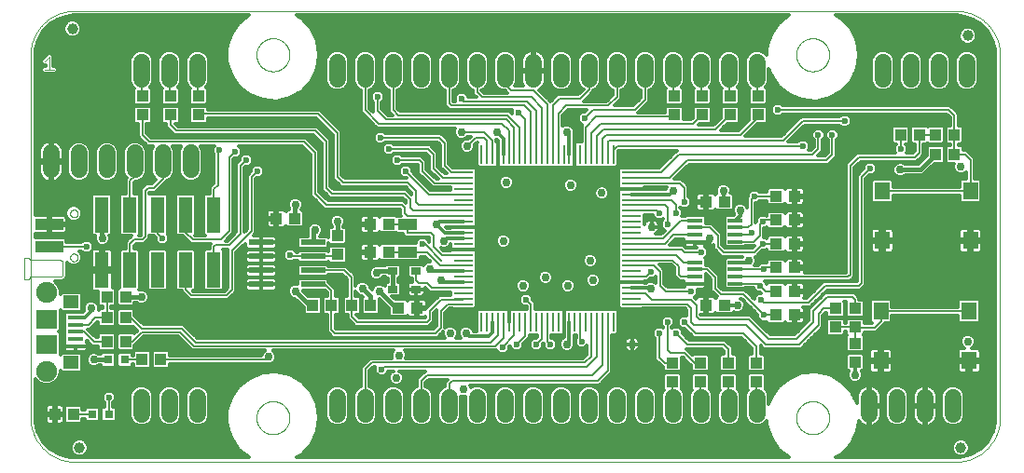
<source format=gtl>
G75*
%MOIN*%
%OFA0B0*%
%FSLAX25Y25*%
%IPPOS*%
%LPD*%
%AMOC8*
5,1,8,0,0,1.08239X$1,22.5*
%
%ADD10C,0.00000*%
%ADD11C,0.00400*%
%ADD12R,0.06800X0.01100*%
%ADD13R,0.01100X0.06800*%
%ADD14R,0.08600X0.02200*%
%ADD15R,0.03937X0.04331*%
%ADD16R,0.04331X0.03937*%
%ADD17R,0.07087X0.03937*%
%ADD18R,0.03543X0.02559*%
%ADD19R,0.05512X0.06299*%
%ADD20R,0.09843X0.03937*%
%ADD21R,0.05000X0.12598*%
%ADD22R,0.05709X0.04528*%
%ADD23R,0.05512X0.01575*%
%ADD24R,0.07480X0.06890*%
%ADD25C,0.07480*%
%ADD26R,0.03150X0.03150*%
%ADD27C,0.06000*%
%ADD28R,0.05200X0.01400*%
%ADD29C,0.03937*%
%ADD30C,0.01200*%
%ADD31C,0.02953*%
%ADD32C,0.01600*%
%ADD33C,0.00700*%
%ADD34C,0.02362*%
D10*
X0072663Y0036600D02*
X0387624Y0036600D01*
X0388005Y0036605D01*
X0388385Y0036618D01*
X0388765Y0036641D01*
X0389144Y0036674D01*
X0389522Y0036715D01*
X0389899Y0036765D01*
X0390275Y0036825D01*
X0390650Y0036893D01*
X0391022Y0036971D01*
X0391393Y0037058D01*
X0391761Y0037153D01*
X0392127Y0037258D01*
X0392490Y0037371D01*
X0392851Y0037493D01*
X0393208Y0037623D01*
X0393562Y0037763D01*
X0393913Y0037910D01*
X0394260Y0038067D01*
X0394603Y0038231D01*
X0394942Y0038404D01*
X0395277Y0038585D01*
X0395608Y0038774D01*
X0395933Y0038971D01*
X0396254Y0039175D01*
X0396570Y0039388D01*
X0396880Y0039608D01*
X0397186Y0039835D01*
X0397485Y0040070D01*
X0397779Y0040312D01*
X0398067Y0040560D01*
X0398349Y0040816D01*
X0398624Y0041079D01*
X0398893Y0041348D01*
X0399156Y0041623D01*
X0399412Y0041905D01*
X0399660Y0042193D01*
X0399902Y0042487D01*
X0400137Y0042786D01*
X0400364Y0043092D01*
X0400584Y0043402D01*
X0400797Y0043718D01*
X0401001Y0044039D01*
X0401198Y0044364D01*
X0401387Y0044695D01*
X0401568Y0045030D01*
X0401741Y0045369D01*
X0401905Y0045712D01*
X0402062Y0046059D01*
X0402209Y0046410D01*
X0402349Y0046764D01*
X0402479Y0047121D01*
X0402601Y0047482D01*
X0402714Y0047845D01*
X0402819Y0048211D01*
X0402914Y0048579D01*
X0403001Y0048950D01*
X0403079Y0049322D01*
X0403147Y0049697D01*
X0403207Y0050073D01*
X0403257Y0050450D01*
X0403298Y0050828D01*
X0403331Y0051207D01*
X0403354Y0051587D01*
X0403367Y0051967D01*
X0403372Y0052348D01*
X0403372Y0182269D01*
X0403367Y0182650D01*
X0403354Y0183030D01*
X0403331Y0183410D01*
X0403298Y0183789D01*
X0403257Y0184167D01*
X0403207Y0184544D01*
X0403147Y0184920D01*
X0403079Y0185295D01*
X0403001Y0185667D01*
X0402914Y0186038D01*
X0402819Y0186406D01*
X0402714Y0186772D01*
X0402601Y0187135D01*
X0402479Y0187496D01*
X0402349Y0187853D01*
X0402209Y0188207D01*
X0402062Y0188558D01*
X0401905Y0188905D01*
X0401741Y0189248D01*
X0401568Y0189587D01*
X0401387Y0189922D01*
X0401198Y0190253D01*
X0401001Y0190578D01*
X0400797Y0190899D01*
X0400584Y0191215D01*
X0400364Y0191525D01*
X0400137Y0191831D01*
X0399902Y0192130D01*
X0399660Y0192424D01*
X0399412Y0192712D01*
X0399156Y0192994D01*
X0398893Y0193269D01*
X0398624Y0193538D01*
X0398349Y0193801D01*
X0398067Y0194057D01*
X0397779Y0194305D01*
X0397485Y0194547D01*
X0397186Y0194782D01*
X0396880Y0195009D01*
X0396570Y0195229D01*
X0396254Y0195442D01*
X0395933Y0195646D01*
X0395608Y0195843D01*
X0395277Y0196032D01*
X0394942Y0196213D01*
X0394603Y0196386D01*
X0394260Y0196550D01*
X0393913Y0196707D01*
X0393562Y0196854D01*
X0393208Y0196994D01*
X0392851Y0197124D01*
X0392490Y0197246D01*
X0392127Y0197359D01*
X0391761Y0197464D01*
X0391393Y0197559D01*
X0391022Y0197646D01*
X0390650Y0197724D01*
X0390275Y0197792D01*
X0389899Y0197852D01*
X0389522Y0197902D01*
X0389144Y0197943D01*
X0388765Y0197976D01*
X0388385Y0197999D01*
X0388005Y0198012D01*
X0387624Y0198017D01*
X0072663Y0198017D01*
X0072282Y0198012D01*
X0071902Y0197999D01*
X0071522Y0197976D01*
X0071143Y0197943D01*
X0070765Y0197902D01*
X0070388Y0197852D01*
X0070012Y0197792D01*
X0069637Y0197724D01*
X0069265Y0197646D01*
X0068894Y0197559D01*
X0068526Y0197464D01*
X0068160Y0197359D01*
X0067797Y0197246D01*
X0067436Y0197124D01*
X0067079Y0196994D01*
X0066725Y0196854D01*
X0066374Y0196707D01*
X0066027Y0196550D01*
X0065684Y0196386D01*
X0065345Y0196213D01*
X0065010Y0196032D01*
X0064679Y0195843D01*
X0064354Y0195646D01*
X0064033Y0195442D01*
X0063717Y0195229D01*
X0063407Y0195009D01*
X0063101Y0194782D01*
X0062802Y0194547D01*
X0062508Y0194305D01*
X0062220Y0194057D01*
X0061938Y0193801D01*
X0061663Y0193538D01*
X0061394Y0193269D01*
X0061131Y0192994D01*
X0060875Y0192712D01*
X0060627Y0192424D01*
X0060385Y0192130D01*
X0060150Y0191831D01*
X0059923Y0191525D01*
X0059703Y0191215D01*
X0059490Y0190899D01*
X0059286Y0190578D01*
X0059089Y0190253D01*
X0058900Y0189922D01*
X0058719Y0189587D01*
X0058546Y0189248D01*
X0058382Y0188905D01*
X0058225Y0188558D01*
X0058078Y0188207D01*
X0057938Y0187853D01*
X0057808Y0187496D01*
X0057686Y0187135D01*
X0057573Y0186772D01*
X0057468Y0186406D01*
X0057373Y0186038D01*
X0057286Y0185667D01*
X0057208Y0185295D01*
X0057140Y0184920D01*
X0057080Y0184544D01*
X0057030Y0184167D01*
X0056989Y0183789D01*
X0056956Y0183410D01*
X0056933Y0183030D01*
X0056920Y0182650D01*
X0056915Y0182269D01*
X0056915Y0052348D01*
X0056920Y0051967D01*
X0056933Y0051587D01*
X0056956Y0051207D01*
X0056989Y0050828D01*
X0057030Y0050450D01*
X0057080Y0050073D01*
X0057140Y0049697D01*
X0057208Y0049322D01*
X0057286Y0048950D01*
X0057373Y0048579D01*
X0057468Y0048211D01*
X0057573Y0047845D01*
X0057686Y0047482D01*
X0057808Y0047121D01*
X0057938Y0046764D01*
X0058078Y0046410D01*
X0058225Y0046059D01*
X0058382Y0045712D01*
X0058546Y0045369D01*
X0058719Y0045030D01*
X0058900Y0044695D01*
X0059089Y0044364D01*
X0059286Y0044039D01*
X0059490Y0043718D01*
X0059703Y0043402D01*
X0059923Y0043092D01*
X0060150Y0042786D01*
X0060385Y0042487D01*
X0060627Y0042193D01*
X0060875Y0041905D01*
X0061131Y0041623D01*
X0061394Y0041348D01*
X0061663Y0041079D01*
X0061938Y0040816D01*
X0062220Y0040560D01*
X0062508Y0040312D01*
X0062802Y0040070D01*
X0063101Y0039835D01*
X0063407Y0039608D01*
X0063717Y0039388D01*
X0064033Y0039175D01*
X0064354Y0038971D01*
X0064679Y0038774D01*
X0065010Y0038585D01*
X0065345Y0038404D01*
X0065684Y0038231D01*
X0066027Y0038067D01*
X0066374Y0037910D01*
X0066725Y0037763D01*
X0067079Y0037623D01*
X0067436Y0037493D01*
X0067797Y0037371D01*
X0068160Y0037258D01*
X0068526Y0037153D01*
X0068894Y0037058D01*
X0069265Y0036971D01*
X0069637Y0036893D01*
X0070012Y0036825D01*
X0070388Y0036765D01*
X0070765Y0036715D01*
X0071143Y0036674D01*
X0071522Y0036641D01*
X0071902Y0036618D01*
X0072282Y0036605D01*
X0072663Y0036600D01*
X0137623Y0052348D02*
X0137625Y0052501D01*
X0137631Y0052655D01*
X0137641Y0052808D01*
X0137655Y0052960D01*
X0137673Y0053113D01*
X0137695Y0053264D01*
X0137720Y0053415D01*
X0137750Y0053566D01*
X0137784Y0053716D01*
X0137821Y0053864D01*
X0137862Y0054012D01*
X0137907Y0054158D01*
X0137956Y0054304D01*
X0138009Y0054448D01*
X0138065Y0054590D01*
X0138125Y0054731D01*
X0138189Y0054871D01*
X0138256Y0055009D01*
X0138327Y0055145D01*
X0138402Y0055279D01*
X0138479Y0055411D01*
X0138561Y0055541D01*
X0138645Y0055669D01*
X0138733Y0055795D01*
X0138824Y0055918D01*
X0138918Y0056039D01*
X0139016Y0056157D01*
X0139116Y0056273D01*
X0139220Y0056386D01*
X0139326Y0056497D01*
X0139435Y0056605D01*
X0139547Y0056710D01*
X0139661Y0056811D01*
X0139779Y0056910D01*
X0139898Y0057006D01*
X0140020Y0057099D01*
X0140145Y0057188D01*
X0140272Y0057275D01*
X0140401Y0057357D01*
X0140532Y0057437D01*
X0140665Y0057513D01*
X0140800Y0057586D01*
X0140937Y0057655D01*
X0141076Y0057720D01*
X0141216Y0057782D01*
X0141358Y0057840D01*
X0141501Y0057895D01*
X0141646Y0057946D01*
X0141792Y0057993D01*
X0141939Y0058036D01*
X0142087Y0058075D01*
X0142236Y0058111D01*
X0142386Y0058142D01*
X0142537Y0058170D01*
X0142688Y0058194D01*
X0142841Y0058214D01*
X0142993Y0058230D01*
X0143146Y0058242D01*
X0143299Y0058250D01*
X0143452Y0058254D01*
X0143606Y0058254D01*
X0143759Y0058250D01*
X0143912Y0058242D01*
X0144065Y0058230D01*
X0144217Y0058214D01*
X0144370Y0058194D01*
X0144521Y0058170D01*
X0144672Y0058142D01*
X0144822Y0058111D01*
X0144971Y0058075D01*
X0145119Y0058036D01*
X0145266Y0057993D01*
X0145412Y0057946D01*
X0145557Y0057895D01*
X0145700Y0057840D01*
X0145842Y0057782D01*
X0145982Y0057720D01*
X0146121Y0057655D01*
X0146258Y0057586D01*
X0146393Y0057513D01*
X0146526Y0057437D01*
X0146657Y0057357D01*
X0146786Y0057275D01*
X0146913Y0057188D01*
X0147038Y0057099D01*
X0147160Y0057006D01*
X0147279Y0056910D01*
X0147397Y0056811D01*
X0147511Y0056710D01*
X0147623Y0056605D01*
X0147732Y0056497D01*
X0147838Y0056386D01*
X0147942Y0056273D01*
X0148042Y0056157D01*
X0148140Y0056039D01*
X0148234Y0055918D01*
X0148325Y0055795D01*
X0148413Y0055669D01*
X0148497Y0055541D01*
X0148579Y0055411D01*
X0148656Y0055279D01*
X0148731Y0055145D01*
X0148802Y0055009D01*
X0148869Y0054871D01*
X0148933Y0054731D01*
X0148993Y0054590D01*
X0149049Y0054448D01*
X0149102Y0054304D01*
X0149151Y0054158D01*
X0149196Y0054012D01*
X0149237Y0053864D01*
X0149274Y0053716D01*
X0149308Y0053566D01*
X0149338Y0053415D01*
X0149363Y0053264D01*
X0149385Y0053113D01*
X0149403Y0052960D01*
X0149417Y0052808D01*
X0149427Y0052655D01*
X0149433Y0052501D01*
X0149435Y0052348D01*
X0149433Y0052195D01*
X0149427Y0052041D01*
X0149417Y0051888D01*
X0149403Y0051736D01*
X0149385Y0051583D01*
X0149363Y0051432D01*
X0149338Y0051281D01*
X0149308Y0051130D01*
X0149274Y0050980D01*
X0149237Y0050832D01*
X0149196Y0050684D01*
X0149151Y0050538D01*
X0149102Y0050392D01*
X0149049Y0050248D01*
X0148993Y0050106D01*
X0148933Y0049965D01*
X0148869Y0049825D01*
X0148802Y0049687D01*
X0148731Y0049551D01*
X0148656Y0049417D01*
X0148579Y0049285D01*
X0148497Y0049155D01*
X0148413Y0049027D01*
X0148325Y0048901D01*
X0148234Y0048778D01*
X0148140Y0048657D01*
X0148042Y0048539D01*
X0147942Y0048423D01*
X0147838Y0048310D01*
X0147732Y0048199D01*
X0147623Y0048091D01*
X0147511Y0047986D01*
X0147397Y0047885D01*
X0147279Y0047786D01*
X0147160Y0047690D01*
X0147038Y0047597D01*
X0146913Y0047508D01*
X0146786Y0047421D01*
X0146657Y0047339D01*
X0146526Y0047259D01*
X0146393Y0047183D01*
X0146258Y0047110D01*
X0146121Y0047041D01*
X0145982Y0046976D01*
X0145842Y0046914D01*
X0145700Y0046856D01*
X0145557Y0046801D01*
X0145412Y0046750D01*
X0145266Y0046703D01*
X0145119Y0046660D01*
X0144971Y0046621D01*
X0144822Y0046585D01*
X0144672Y0046554D01*
X0144521Y0046526D01*
X0144370Y0046502D01*
X0144217Y0046482D01*
X0144065Y0046466D01*
X0143912Y0046454D01*
X0143759Y0046446D01*
X0143606Y0046442D01*
X0143452Y0046442D01*
X0143299Y0046446D01*
X0143146Y0046454D01*
X0142993Y0046466D01*
X0142841Y0046482D01*
X0142688Y0046502D01*
X0142537Y0046526D01*
X0142386Y0046554D01*
X0142236Y0046585D01*
X0142087Y0046621D01*
X0141939Y0046660D01*
X0141792Y0046703D01*
X0141646Y0046750D01*
X0141501Y0046801D01*
X0141358Y0046856D01*
X0141216Y0046914D01*
X0141076Y0046976D01*
X0140937Y0047041D01*
X0140800Y0047110D01*
X0140665Y0047183D01*
X0140532Y0047259D01*
X0140401Y0047339D01*
X0140272Y0047421D01*
X0140145Y0047508D01*
X0140020Y0047597D01*
X0139898Y0047690D01*
X0139779Y0047786D01*
X0139661Y0047885D01*
X0139547Y0047986D01*
X0139435Y0048091D01*
X0139326Y0048199D01*
X0139220Y0048310D01*
X0139116Y0048423D01*
X0139016Y0048539D01*
X0138918Y0048657D01*
X0138824Y0048778D01*
X0138733Y0048901D01*
X0138645Y0049027D01*
X0138561Y0049155D01*
X0138479Y0049285D01*
X0138402Y0049417D01*
X0138327Y0049551D01*
X0138256Y0049687D01*
X0138189Y0049825D01*
X0138125Y0049965D01*
X0138065Y0050106D01*
X0138009Y0050248D01*
X0137956Y0050392D01*
X0137907Y0050538D01*
X0137862Y0050684D01*
X0137821Y0050832D01*
X0137784Y0050980D01*
X0137750Y0051130D01*
X0137720Y0051281D01*
X0137695Y0051432D01*
X0137673Y0051583D01*
X0137655Y0051736D01*
X0137641Y0051888D01*
X0137631Y0052041D01*
X0137625Y0052195D01*
X0137623Y0052348D01*
X0055679Y0101852D02*
X0054694Y0101852D01*
X0054694Y0109726D01*
X0055679Y0109726D01*
X0055741Y0109724D01*
X0055802Y0109718D01*
X0055863Y0109709D01*
X0055924Y0109695D01*
X0055983Y0109678D01*
X0056041Y0109657D01*
X0056098Y0109632D01*
X0056153Y0109604D01*
X0056206Y0109573D01*
X0056257Y0109538D01*
X0056306Y0109500D01*
X0056353Y0109459D01*
X0056396Y0109416D01*
X0056437Y0109369D01*
X0056475Y0109320D01*
X0056510Y0109269D01*
X0056541Y0109216D01*
X0056569Y0109161D01*
X0056594Y0109104D01*
X0056615Y0109046D01*
X0056632Y0108987D01*
X0056646Y0108926D01*
X0056655Y0108865D01*
X0056661Y0108804D01*
X0056663Y0108742D01*
X0067490Y0108742D01*
X0067490Y0108741D02*
X0067552Y0108739D01*
X0067613Y0108733D01*
X0067674Y0108724D01*
X0067735Y0108710D01*
X0067794Y0108693D01*
X0067852Y0108672D01*
X0067909Y0108647D01*
X0067964Y0108619D01*
X0068017Y0108588D01*
X0068068Y0108553D01*
X0068117Y0108515D01*
X0068164Y0108474D01*
X0068207Y0108431D01*
X0068248Y0108384D01*
X0068286Y0108335D01*
X0068321Y0108284D01*
X0068352Y0108231D01*
X0068380Y0108176D01*
X0068405Y0108119D01*
X0068426Y0108061D01*
X0068443Y0108002D01*
X0068457Y0107941D01*
X0068466Y0107880D01*
X0068472Y0107819D01*
X0068474Y0107757D01*
X0068474Y0103820D01*
X0068472Y0103758D01*
X0068466Y0103697D01*
X0068457Y0103636D01*
X0068443Y0103575D01*
X0068426Y0103516D01*
X0068405Y0103458D01*
X0068380Y0103401D01*
X0068352Y0103346D01*
X0068321Y0103293D01*
X0068286Y0103242D01*
X0068248Y0103193D01*
X0068207Y0103146D01*
X0068164Y0103103D01*
X0068117Y0103062D01*
X0068068Y0103024D01*
X0068017Y0102989D01*
X0067964Y0102958D01*
X0067909Y0102930D01*
X0067852Y0102905D01*
X0067794Y0102884D01*
X0067735Y0102867D01*
X0067674Y0102853D01*
X0067613Y0102844D01*
X0067552Y0102838D01*
X0067490Y0102836D01*
X0056663Y0102836D01*
X0056661Y0102774D01*
X0056655Y0102713D01*
X0056646Y0102652D01*
X0056632Y0102591D01*
X0056615Y0102532D01*
X0056594Y0102474D01*
X0056569Y0102417D01*
X0056541Y0102362D01*
X0056510Y0102309D01*
X0056475Y0102258D01*
X0056437Y0102209D01*
X0056396Y0102162D01*
X0056353Y0102119D01*
X0056306Y0102078D01*
X0056257Y0102040D01*
X0056206Y0102005D01*
X0056153Y0101974D01*
X0056098Y0101946D01*
X0056041Y0101921D01*
X0055983Y0101900D01*
X0055924Y0101883D01*
X0055863Y0101869D01*
X0055802Y0101860D01*
X0055741Y0101854D01*
X0055679Y0101852D01*
X0071033Y0109726D02*
X0071035Y0109800D01*
X0071041Y0109874D01*
X0071051Y0109947D01*
X0071065Y0110020D01*
X0071082Y0110092D01*
X0071104Y0110162D01*
X0071129Y0110232D01*
X0071158Y0110300D01*
X0071191Y0110366D01*
X0071227Y0110431D01*
X0071267Y0110493D01*
X0071309Y0110554D01*
X0071355Y0110612D01*
X0071404Y0110667D01*
X0071456Y0110720D01*
X0071511Y0110770D01*
X0071568Y0110816D01*
X0071628Y0110860D01*
X0071690Y0110900D01*
X0071754Y0110937D01*
X0071820Y0110971D01*
X0071888Y0111001D01*
X0071957Y0111027D01*
X0072028Y0111050D01*
X0072099Y0111068D01*
X0072172Y0111083D01*
X0072245Y0111094D01*
X0072319Y0111101D01*
X0072393Y0111104D01*
X0072466Y0111103D01*
X0072540Y0111098D01*
X0072614Y0111089D01*
X0072687Y0111076D01*
X0072759Y0111059D01*
X0072830Y0111039D01*
X0072900Y0111014D01*
X0072968Y0110986D01*
X0073035Y0110955D01*
X0073100Y0110919D01*
X0073163Y0110881D01*
X0073224Y0110839D01*
X0073283Y0110793D01*
X0073339Y0110745D01*
X0073392Y0110694D01*
X0073442Y0110640D01*
X0073490Y0110583D01*
X0073534Y0110524D01*
X0073576Y0110462D01*
X0073614Y0110399D01*
X0073648Y0110333D01*
X0073679Y0110266D01*
X0073706Y0110197D01*
X0073729Y0110127D01*
X0073749Y0110056D01*
X0073765Y0109983D01*
X0073777Y0109910D01*
X0073785Y0109837D01*
X0073789Y0109763D01*
X0073789Y0109689D01*
X0073785Y0109615D01*
X0073777Y0109542D01*
X0073765Y0109469D01*
X0073749Y0109396D01*
X0073729Y0109325D01*
X0073706Y0109255D01*
X0073679Y0109186D01*
X0073648Y0109119D01*
X0073614Y0109053D01*
X0073576Y0108990D01*
X0073534Y0108928D01*
X0073490Y0108869D01*
X0073442Y0108812D01*
X0073392Y0108758D01*
X0073339Y0108707D01*
X0073283Y0108659D01*
X0073224Y0108613D01*
X0073163Y0108571D01*
X0073100Y0108533D01*
X0073035Y0108497D01*
X0072968Y0108466D01*
X0072900Y0108438D01*
X0072830Y0108413D01*
X0072759Y0108393D01*
X0072687Y0108376D01*
X0072614Y0108363D01*
X0072540Y0108354D01*
X0072466Y0108349D01*
X0072393Y0108348D01*
X0072319Y0108351D01*
X0072245Y0108358D01*
X0072172Y0108369D01*
X0072099Y0108384D01*
X0072028Y0108402D01*
X0071957Y0108425D01*
X0071888Y0108451D01*
X0071820Y0108481D01*
X0071754Y0108515D01*
X0071690Y0108552D01*
X0071628Y0108592D01*
X0071568Y0108636D01*
X0071511Y0108682D01*
X0071456Y0108732D01*
X0071404Y0108785D01*
X0071355Y0108840D01*
X0071309Y0108898D01*
X0071267Y0108959D01*
X0071227Y0109021D01*
X0071191Y0109086D01*
X0071158Y0109152D01*
X0071129Y0109220D01*
X0071104Y0109290D01*
X0071082Y0109360D01*
X0071065Y0109432D01*
X0071051Y0109505D01*
X0071041Y0109578D01*
X0071035Y0109652D01*
X0071033Y0109726D01*
X0071033Y0125474D02*
X0071035Y0125548D01*
X0071041Y0125622D01*
X0071051Y0125695D01*
X0071065Y0125768D01*
X0071082Y0125840D01*
X0071104Y0125910D01*
X0071129Y0125980D01*
X0071158Y0126048D01*
X0071191Y0126114D01*
X0071227Y0126179D01*
X0071267Y0126241D01*
X0071309Y0126302D01*
X0071355Y0126360D01*
X0071404Y0126415D01*
X0071456Y0126468D01*
X0071511Y0126518D01*
X0071568Y0126564D01*
X0071628Y0126608D01*
X0071690Y0126648D01*
X0071754Y0126685D01*
X0071820Y0126719D01*
X0071888Y0126749D01*
X0071957Y0126775D01*
X0072028Y0126798D01*
X0072099Y0126816D01*
X0072172Y0126831D01*
X0072245Y0126842D01*
X0072319Y0126849D01*
X0072393Y0126852D01*
X0072466Y0126851D01*
X0072540Y0126846D01*
X0072614Y0126837D01*
X0072687Y0126824D01*
X0072759Y0126807D01*
X0072830Y0126787D01*
X0072900Y0126762D01*
X0072968Y0126734D01*
X0073035Y0126703D01*
X0073100Y0126667D01*
X0073163Y0126629D01*
X0073224Y0126587D01*
X0073283Y0126541D01*
X0073339Y0126493D01*
X0073392Y0126442D01*
X0073442Y0126388D01*
X0073490Y0126331D01*
X0073534Y0126272D01*
X0073576Y0126210D01*
X0073614Y0126147D01*
X0073648Y0126081D01*
X0073679Y0126014D01*
X0073706Y0125945D01*
X0073729Y0125875D01*
X0073749Y0125804D01*
X0073765Y0125731D01*
X0073777Y0125658D01*
X0073785Y0125585D01*
X0073789Y0125511D01*
X0073789Y0125437D01*
X0073785Y0125363D01*
X0073777Y0125290D01*
X0073765Y0125217D01*
X0073749Y0125144D01*
X0073729Y0125073D01*
X0073706Y0125003D01*
X0073679Y0124934D01*
X0073648Y0124867D01*
X0073614Y0124801D01*
X0073576Y0124738D01*
X0073534Y0124676D01*
X0073490Y0124617D01*
X0073442Y0124560D01*
X0073392Y0124506D01*
X0073339Y0124455D01*
X0073283Y0124407D01*
X0073224Y0124361D01*
X0073163Y0124319D01*
X0073100Y0124281D01*
X0073035Y0124245D01*
X0072968Y0124214D01*
X0072900Y0124186D01*
X0072830Y0124161D01*
X0072759Y0124141D01*
X0072687Y0124124D01*
X0072614Y0124111D01*
X0072540Y0124102D01*
X0072466Y0124097D01*
X0072393Y0124096D01*
X0072319Y0124099D01*
X0072245Y0124106D01*
X0072172Y0124117D01*
X0072099Y0124132D01*
X0072028Y0124150D01*
X0071957Y0124173D01*
X0071888Y0124199D01*
X0071820Y0124229D01*
X0071754Y0124263D01*
X0071690Y0124300D01*
X0071628Y0124340D01*
X0071568Y0124384D01*
X0071511Y0124430D01*
X0071456Y0124480D01*
X0071404Y0124533D01*
X0071355Y0124588D01*
X0071309Y0124646D01*
X0071267Y0124707D01*
X0071227Y0124769D01*
X0071191Y0124834D01*
X0071158Y0124900D01*
X0071129Y0124968D01*
X0071104Y0125038D01*
X0071082Y0125108D01*
X0071065Y0125180D01*
X0071051Y0125253D01*
X0071041Y0125326D01*
X0071035Y0125400D01*
X0071033Y0125474D01*
X0137623Y0182269D02*
X0137625Y0182422D01*
X0137631Y0182576D01*
X0137641Y0182729D01*
X0137655Y0182881D01*
X0137673Y0183034D01*
X0137695Y0183185D01*
X0137720Y0183336D01*
X0137750Y0183487D01*
X0137784Y0183637D01*
X0137821Y0183785D01*
X0137862Y0183933D01*
X0137907Y0184079D01*
X0137956Y0184225D01*
X0138009Y0184369D01*
X0138065Y0184511D01*
X0138125Y0184652D01*
X0138189Y0184792D01*
X0138256Y0184930D01*
X0138327Y0185066D01*
X0138402Y0185200D01*
X0138479Y0185332D01*
X0138561Y0185462D01*
X0138645Y0185590D01*
X0138733Y0185716D01*
X0138824Y0185839D01*
X0138918Y0185960D01*
X0139016Y0186078D01*
X0139116Y0186194D01*
X0139220Y0186307D01*
X0139326Y0186418D01*
X0139435Y0186526D01*
X0139547Y0186631D01*
X0139661Y0186732D01*
X0139779Y0186831D01*
X0139898Y0186927D01*
X0140020Y0187020D01*
X0140145Y0187109D01*
X0140272Y0187196D01*
X0140401Y0187278D01*
X0140532Y0187358D01*
X0140665Y0187434D01*
X0140800Y0187507D01*
X0140937Y0187576D01*
X0141076Y0187641D01*
X0141216Y0187703D01*
X0141358Y0187761D01*
X0141501Y0187816D01*
X0141646Y0187867D01*
X0141792Y0187914D01*
X0141939Y0187957D01*
X0142087Y0187996D01*
X0142236Y0188032D01*
X0142386Y0188063D01*
X0142537Y0188091D01*
X0142688Y0188115D01*
X0142841Y0188135D01*
X0142993Y0188151D01*
X0143146Y0188163D01*
X0143299Y0188171D01*
X0143452Y0188175D01*
X0143606Y0188175D01*
X0143759Y0188171D01*
X0143912Y0188163D01*
X0144065Y0188151D01*
X0144217Y0188135D01*
X0144370Y0188115D01*
X0144521Y0188091D01*
X0144672Y0188063D01*
X0144822Y0188032D01*
X0144971Y0187996D01*
X0145119Y0187957D01*
X0145266Y0187914D01*
X0145412Y0187867D01*
X0145557Y0187816D01*
X0145700Y0187761D01*
X0145842Y0187703D01*
X0145982Y0187641D01*
X0146121Y0187576D01*
X0146258Y0187507D01*
X0146393Y0187434D01*
X0146526Y0187358D01*
X0146657Y0187278D01*
X0146786Y0187196D01*
X0146913Y0187109D01*
X0147038Y0187020D01*
X0147160Y0186927D01*
X0147279Y0186831D01*
X0147397Y0186732D01*
X0147511Y0186631D01*
X0147623Y0186526D01*
X0147732Y0186418D01*
X0147838Y0186307D01*
X0147942Y0186194D01*
X0148042Y0186078D01*
X0148140Y0185960D01*
X0148234Y0185839D01*
X0148325Y0185716D01*
X0148413Y0185590D01*
X0148497Y0185462D01*
X0148579Y0185332D01*
X0148656Y0185200D01*
X0148731Y0185066D01*
X0148802Y0184930D01*
X0148869Y0184792D01*
X0148933Y0184652D01*
X0148993Y0184511D01*
X0149049Y0184369D01*
X0149102Y0184225D01*
X0149151Y0184079D01*
X0149196Y0183933D01*
X0149237Y0183785D01*
X0149274Y0183637D01*
X0149308Y0183487D01*
X0149338Y0183336D01*
X0149363Y0183185D01*
X0149385Y0183034D01*
X0149403Y0182881D01*
X0149417Y0182729D01*
X0149427Y0182576D01*
X0149433Y0182422D01*
X0149435Y0182269D01*
X0149433Y0182116D01*
X0149427Y0181962D01*
X0149417Y0181809D01*
X0149403Y0181657D01*
X0149385Y0181504D01*
X0149363Y0181353D01*
X0149338Y0181202D01*
X0149308Y0181051D01*
X0149274Y0180901D01*
X0149237Y0180753D01*
X0149196Y0180605D01*
X0149151Y0180459D01*
X0149102Y0180313D01*
X0149049Y0180169D01*
X0148993Y0180027D01*
X0148933Y0179886D01*
X0148869Y0179746D01*
X0148802Y0179608D01*
X0148731Y0179472D01*
X0148656Y0179338D01*
X0148579Y0179206D01*
X0148497Y0179076D01*
X0148413Y0178948D01*
X0148325Y0178822D01*
X0148234Y0178699D01*
X0148140Y0178578D01*
X0148042Y0178460D01*
X0147942Y0178344D01*
X0147838Y0178231D01*
X0147732Y0178120D01*
X0147623Y0178012D01*
X0147511Y0177907D01*
X0147397Y0177806D01*
X0147279Y0177707D01*
X0147160Y0177611D01*
X0147038Y0177518D01*
X0146913Y0177429D01*
X0146786Y0177342D01*
X0146657Y0177260D01*
X0146526Y0177180D01*
X0146393Y0177104D01*
X0146258Y0177031D01*
X0146121Y0176962D01*
X0145982Y0176897D01*
X0145842Y0176835D01*
X0145700Y0176777D01*
X0145557Y0176722D01*
X0145412Y0176671D01*
X0145266Y0176624D01*
X0145119Y0176581D01*
X0144971Y0176542D01*
X0144822Y0176506D01*
X0144672Y0176475D01*
X0144521Y0176447D01*
X0144370Y0176423D01*
X0144217Y0176403D01*
X0144065Y0176387D01*
X0143912Y0176375D01*
X0143759Y0176367D01*
X0143606Y0176363D01*
X0143452Y0176363D01*
X0143299Y0176367D01*
X0143146Y0176375D01*
X0142993Y0176387D01*
X0142841Y0176403D01*
X0142688Y0176423D01*
X0142537Y0176447D01*
X0142386Y0176475D01*
X0142236Y0176506D01*
X0142087Y0176542D01*
X0141939Y0176581D01*
X0141792Y0176624D01*
X0141646Y0176671D01*
X0141501Y0176722D01*
X0141358Y0176777D01*
X0141216Y0176835D01*
X0141076Y0176897D01*
X0140937Y0176962D01*
X0140800Y0177031D01*
X0140665Y0177104D01*
X0140532Y0177180D01*
X0140401Y0177260D01*
X0140272Y0177342D01*
X0140145Y0177429D01*
X0140020Y0177518D01*
X0139898Y0177611D01*
X0139779Y0177707D01*
X0139661Y0177806D01*
X0139547Y0177907D01*
X0139435Y0178012D01*
X0139326Y0178120D01*
X0139220Y0178231D01*
X0139116Y0178344D01*
X0139016Y0178460D01*
X0138918Y0178578D01*
X0138824Y0178699D01*
X0138733Y0178822D01*
X0138645Y0178948D01*
X0138561Y0179076D01*
X0138479Y0179206D01*
X0138402Y0179338D01*
X0138327Y0179472D01*
X0138256Y0179608D01*
X0138189Y0179746D01*
X0138125Y0179886D01*
X0138065Y0180027D01*
X0138009Y0180169D01*
X0137956Y0180313D01*
X0137907Y0180459D01*
X0137862Y0180605D01*
X0137821Y0180753D01*
X0137784Y0180901D01*
X0137750Y0181051D01*
X0137720Y0181202D01*
X0137695Y0181353D01*
X0137673Y0181504D01*
X0137655Y0181657D01*
X0137641Y0181809D01*
X0137631Y0181962D01*
X0137625Y0182116D01*
X0137623Y0182269D01*
X0330537Y0182269D02*
X0330539Y0182422D01*
X0330545Y0182576D01*
X0330555Y0182729D01*
X0330569Y0182881D01*
X0330587Y0183034D01*
X0330609Y0183185D01*
X0330634Y0183336D01*
X0330664Y0183487D01*
X0330698Y0183637D01*
X0330735Y0183785D01*
X0330776Y0183933D01*
X0330821Y0184079D01*
X0330870Y0184225D01*
X0330923Y0184369D01*
X0330979Y0184511D01*
X0331039Y0184652D01*
X0331103Y0184792D01*
X0331170Y0184930D01*
X0331241Y0185066D01*
X0331316Y0185200D01*
X0331393Y0185332D01*
X0331475Y0185462D01*
X0331559Y0185590D01*
X0331647Y0185716D01*
X0331738Y0185839D01*
X0331832Y0185960D01*
X0331930Y0186078D01*
X0332030Y0186194D01*
X0332134Y0186307D01*
X0332240Y0186418D01*
X0332349Y0186526D01*
X0332461Y0186631D01*
X0332575Y0186732D01*
X0332693Y0186831D01*
X0332812Y0186927D01*
X0332934Y0187020D01*
X0333059Y0187109D01*
X0333186Y0187196D01*
X0333315Y0187278D01*
X0333446Y0187358D01*
X0333579Y0187434D01*
X0333714Y0187507D01*
X0333851Y0187576D01*
X0333990Y0187641D01*
X0334130Y0187703D01*
X0334272Y0187761D01*
X0334415Y0187816D01*
X0334560Y0187867D01*
X0334706Y0187914D01*
X0334853Y0187957D01*
X0335001Y0187996D01*
X0335150Y0188032D01*
X0335300Y0188063D01*
X0335451Y0188091D01*
X0335602Y0188115D01*
X0335755Y0188135D01*
X0335907Y0188151D01*
X0336060Y0188163D01*
X0336213Y0188171D01*
X0336366Y0188175D01*
X0336520Y0188175D01*
X0336673Y0188171D01*
X0336826Y0188163D01*
X0336979Y0188151D01*
X0337131Y0188135D01*
X0337284Y0188115D01*
X0337435Y0188091D01*
X0337586Y0188063D01*
X0337736Y0188032D01*
X0337885Y0187996D01*
X0338033Y0187957D01*
X0338180Y0187914D01*
X0338326Y0187867D01*
X0338471Y0187816D01*
X0338614Y0187761D01*
X0338756Y0187703D01*
X0338896Y0187641D01*
X0339035Y0187576D01*
X0339172Y0187507D01*
X0339307Y0187434D01*
X0339440Y0187358D01*
X0339571Y0187278D01*
X0339700Y0187196D01*
X0339827Y0187109D01*
X0339952Y0187020D01*
X0340074Y0186927D01*
X0340193Y0186831D01*
X0340311Y0186732D01*
X0340425Y0186631D01*
X0340537Y0186526D01*
X0340646Y0186418D01*
X0340752Y0186307D01*
X0340856Y0186194D01*
X0340956Y0186078D01*
X0341054Y0185960D01*
X0341148Y0185839D01*
X0341239Y0185716D01*
X0341327Y0185590D01*
X0341411Y0185462D01*
X0341493Y0185332D01*
X0341570Y0185200D01*
X0341645Y0185066D01*
X0341716Y0184930D01*
X0341783Y0184792D01*
X0341847Y0184652D01*
X0341907Y0184511D01*
X0341963Y0184369D01*
X0342016Y0184225D01*
X0342065Y0184079D01*
X0342110Y0183933D01*
X0342151Y0183785D01*
X0342188Y0183637D01*
X0342222Y0183487D01*
X0342252Y0183336D01*
X0342277Y0183185D01*
X0342299Y0183034D01*
X0342317Y0182881D01*
X0342331Y0182729D01*
X0342341Y0182576D01*
X0342347Y0182422D01*
X0342349Y0182269D01*
X0342347Y0182116D01*
X0342341Y0181962D01*
X0342331Y0181809D01*
X0342317Y0181657D01*
X0342299Y0181504D01*
X0342277Y0181353D01*
X0342252Y0181202D01*
X0342222Y0181051D01*
X0342188Y0180901D01*
X0342151Y0180753D01*
X0342110Y0180605D01*
X0342065Y0180459D01*
X0342016Y0180313D01*
X0341963Y0180169D01*
X0341907Y0180027D01*
X0341847Y0179886D01*
X0341783Y0179746D01*
X0341716Y0179608D01*
X0341645Y0179472D01*
X0341570Y0179338D01*
X0341493Y0179206D01*
X0341411Y0179076D01*
X0341327Y0178948D01*
X0341239Y0178822D01*
X0341148Y0178699D01*
X0341054Y0178578D01*
X0340956Y0178460D01*
X0340856Y0178344D01*
X0340752Y0178231D01*
X0340646Y0178120D01*
X0340537Y0178012D01*
X0340425Y0177907D01*
X0340311Y0177806D01*
X0340193Y0177707D01*
X0340074Y0177611D01*
X0339952Y0177518D01*
X0339827Y0177429D01*
X0339700Y0177342D01*
X0339571Y0177260D01*
X0339440Y0177180D01*
X0339307Y0177104D01*
X0339172Y0177031D01*
X0339035Y0176962D01*
X0338896Y0176897D01*
X0338756Y0176835D01*
X0338614Y0176777D01*
X0338471Y0176722D01*
X0338326Y0176671D01*
X0338180Y0176624D01*
X0338033Y0176581D01*
X0337885Y0176542D01*
X0337736Y0176506D01*
X0337586Y0176475D01*
X0337435Y0176447D01*
X0337284Y0176423D01*
X0337131Y0176403D01*
X0336979Y0176387D01*
X0336826Y0176375D01*
X0336673Y0176367D01*
X0336520Y0176363D01*
X0336366Y0176363D01*
X0336213Y0176367D01*
X0336060Y0176375D01*
X0335907Y0176387D01*
X0335755Y0176403D01*
X0335602Y0176423D01*
X0335451Y0176447D01*
X0335300Y0176475D01*
X0335150Y0176506D01*
X0335001Y0176542D01*
X0334853Y0176581D01*
X0334706Y0176624D01*
X0334560Y0176671D01*
X0334415Y0176722D01*
X0334272Y0176777D01*
X0334130Y0176835D01*
X0333990Y0176897D01*
X0333851Y0176962D01*
X0333714Y0177031D01*
X0333579Y0177104D01*
X0333446Y0177180D01*
X0333315Y0177260D01*
X0333186Y0177342D01*
X0333059Y0177429D01*
X0332934Y0177518D01*
X0332812Y0177611D01*
X0332693Y0177707D01*
X0332575Y0177806D01*
X0332461Y0177907D01*
X0332349Y0178012D01*
X0332240Y0178120D01*
X0332134Y0178231D01*
X0332030Y0178344D01*
X0331930Y0178460D01*
X0331832Y0178578D01*
X0331738Y0178699D01*
X0331647Y0178822D01*
X0331559Y0178948D01*
X0331475Y0179076D01*
X0331393Y0179206D01*
X0331316Y0179338D01*
X0331241Y0179472D01*
X0331170Y0179608D01*
X0331103Y0179746D01*
X0331039Y0179886D01*
X0330979Y0180027D01*
X0330923Y0180169D01*
X0330870Y0180313D01*
X0330821Y0180459D01*
X0330776Y0180605D01*
X0330735Y0180753D01*
X0330698Y0180901D01*
X0330664Y0181051D01*
X0330634Y0181202D01*
X0330609Y0181353D01*
X0330587Y0181504D01*
X0330569Y0181657D01*
X0330555Y0181809D01*
X0330545Y0181962D01*
X0330539Y0182116D01*
X0330537Y0182269D01*
X0330537Y0052348D02*
X0330539Y0052501D01*
X0330545Y0052655D01*
X0330555Y0052808D01*
X0330569Y0052960D01*
X0330587Y0053113D01*
X0330609Y0053264D01*
X0330634Y0053415D01*
X0330664Y0053566D01*
X0330698Y0053716D01*
X0330735Y0053864D01*
X0330776Y0054012D01*
X0330821Y0054158D01*
X0330870Y0054304D01*
X0330923Y0054448D01*
X0330979Y0054590D01*
X0331039Y0054731D01*
X0331103Y0054871D01*
X0331170Y0055009D01*
X0331241Y0055145D01*
X0331316Y0055279D01*
X0331393Y0055411D01*
X0331475Y0055541D01*
X0331559Y0055669D01*
X0331647Y0055795D01*
X0331738Y0055918D01*
X0331832Y0056039D01*
X0331930Y0056157D01*
X0332030Y0056273D01*
X0332134Y0056386D01*
X0332240Y0056497D01*
X0332349Y0056605D01*
X0332461Y0056710D01*
X0332575Y0056811D01*
X0332693Y0056910D01*
X0332812Y0057006D01*
X0332934Y0057099D01*
X0333059Y0057188D01*
X0333186Y0057275D01*
X0333315Y0057357D01*
X0333446Y0057437D01*
X0333579Y0057513D01*
X0333714Y0057586D01*
X0333851Y0057655D01*
X0333990Y0057720D01*
X0334130Y0057782D01*
X0334272Y0057840D01*
X0334415Y0057895D01*
X0334560Y0057946D01*
X0334706Y0057993D01*
X0334853Y0058036D01*
X0335001Y0058075D01*
X0335150Y0058111D01*
X0335300Y0058142D01*
X0335451Y0058170D01*
X0335602Y0058194D01*
X0335755Y0058214D01*
X0335907Y0058230D01*
X0336060Y0058242D01*
X0336213Y0058250D01*
X0336366Y0058254D01*
X0336520Y0058254D01*
X0336673Y0058250D01*
X0336826Y0058242D01*
X0336979Y0058230D01*
X0337131Y0058214D01*
X0337284Y0058194D01*
X0337435Y0058170D01*
X0337586Y0058142D01*
X0337736Y0058111D01*
X0337885Y0058075D01*
X0338033Y0058036D01*
X0338180Y0057993D01*
X0338326Y0057946D01*
X0338471Y0057895D01*
X0338614Y0057840D01*
X0338756Y0057782D01*
X0338896Y0057720D01*
X0339035Y0057655D01*
X0339172Y0057586D01*
X0339307Y0057513D01*
X0339440Y0057437D01*
X0339571Y0057357D01*
X0339700Y0057275D01*
X0339827Y0057188D01*
X0339952Y0057099D01*
X0340074Y0057006D01*
X0340193Y0056910D01*
X0340311Y0056811D01*
X0340425Y0056710D01*
X0340537Y0056605D01*
X0340646Y0056497D01*
X0340752Y0056386D01*
X0340856Y0056273D01*
X0340956Y0056157D01*
X0341054Y0056039D01*
X0341148Y0055918D01*
X0341239Y0055795D01*
X0341327Y0055669D01*
X0341411Y0055541D01*
X0341493Y0055411D01*
X0341570Y0055279D01*
X0341645Y0055145D01*
X0341716Y0055009D01*
X0341783Y0054871D01*
X0341847Y0054731D01*
X0341907Y0054590D01*
X0341963Y0054448D01*
X0342016Y0054304D01*
X0342065Y0054158D01*
X0342110Y0054012D01*
X0342151Y0053864D01*
X0342188Y0053716D01*
X0342222Y0053566D01*
X0342252Y0053415D01*
X0342277Y0053264D01*
X0342299Y0053113D01*
X0342317Y0052960D01*
X0342331Y0052808D01*
X0342341Y0052655D01*
X0342347Y0052501D01*
X0342349Y0052348D01*
X0342347Y0052195D01*
X0342341Y0052041D01*
X0342331Y0051888D01*
X0342317Y0051736D01*
X0342299Y0051583D01*
X0342277Y0051432D01*
X0342252Y0051281D01*
X0342222Y0051130D01*
X0342188Y0050980D01*
X0342151Y0050832D01*
X0342110Y0050684D01*
X0342065Y0050538D01*
X0342016Y0050392D01*
X0341963Y0050248D01*
X0341907Y0050106D01*
X0341847Y0049965D01*
X0341783Y0049825D01*
X0341716Y0049687D01*
X0341645Y0049551D01*
X0341570Y0049417D01*
X0341493Y0049285D01*
X0341411Y0049155D01*
X0341327Y0049027D01*
X0341239Y0048901D01*
X0341148Y0048778D01*
X0341054Y0048657D01*
X0340956Y0048539D01*
X0340856Y0048423D01*
X0340752Y0048310D01*
X0340646Y0048199D01*
X0340537Y0048091D01*
X0340425Y0047986D01*
X0340311Y0047885D01*
X0340193Y0047786D01*
X0340074Y0047690D01*
X0339952Y0047597D01*
X0339827Y0047508D01*
X0339700Y0047421D01*
X0339571Y0047339D01*
X0339440Y0047259D01*
X0339307Y0047183D01*
X0339172Y0047110D01*
X0339035Y0047041D01*
X0338896Y0046976D01*
X0338756Y0046914D01*
X0338614Y0046856D01*
X0338471Y0046801D01*
X0338326Y0046750D01*
X0338180Y0046703D01*
X0338033Y0046660D01*
X0337885Y0046621D01*
X0337736Y0046585D01*
X0337586Y0046554D01*
X0337435Y0046526D01*
X0337284Y0046502D01*
X0337131Y0046482D01*
X0336979Y0046466D01*
X0336826Y0046454D01*
X0336673Y0046446D01*
X0336520Y0046442D01*
X0336366Y0046442D01*
X0336213Y0046446D01*
X0336060Y0046454D01*
X0335907Y0046466D01*
X0335755Y0046482D01*
X0335602Y0046502D01*
X0335451Y0046526D01*
X0335300Y0046554D01*
X0335150Y0046585D01*
X0335001Y0046621D01*
X0334853Y0046660D01*
X0334706Y0046703D01*
X0334560Y0046750D01*
X0334415Y0046801D01*
X0334272Y0046856D01*
X0334130Y0046914D01*
X0333990Y0046976D01*
X0333851Y0047041D01*
X0333714Y0047110D01*
X0333579Y0047183D01*
X0333446Y0047259D01*
X0333315Y0047339D01*
X0333186Y0047421D01*
X0333059Y0047508D01*
X0332934Y0047597D01*
X0332812Y0047690D01*
X0332693Y0047786D01*
X0332575Y0047885D01*
X0332461Y0047986D01*
X0332349Y0048091D01*
X0332240Y0048199D01*
X0332134Y0048310D01*
X0332030Y0048423D01*
X0331930Y0048539D01*
X0331832Y0048657D01*
X0331738Y0048778D01*
X0331647Y0048901D01*
X0331559Y0049027D01*
X0331475Y0049155D01*
X0331393Y0049285D01*
X0331316Y0049417D01*
X0331241Y0049551D01*
X0331170Y0049687D01*
X0331103Y0049825D01*
X0331039Y0049965D01*
X0330979Y0050106D01*
X0330923Y0050248D01*
X0330870Y0050392D01*
X0330821Y0050538D01*
X0330776Y0050684D01*
X0330735Y0050832D01*
X0330698Y0050980D01*
X0330664Y0051130D01*
X0330634Y0051281D01*
X0330609Y0051432D01*
X0330587Y0051583D01*
X0330569Y0051736D01*
X0330555Y0051888D01*
X0330545Y0052041D01*
X0330539Y0052195D01*
X0330537Y0052348D01*
D11*
X0065184Y0176800D02*
X0062115Y0176800D01*
X0063650Y0176800D02*
X0063650Y0181404D01*
X0062115Y0179869D01*
D12*
X0211600Y0140222D03*
X0211600Y0138254D03*
X0211600Y0136285D03*
X0211600Y0134317D03*
X0211600Y0132348D03*
X0211600Y0130380D03*
X0211600Y0128411D03*
X0211600Y0126443D03*
X0211600Y0124474D03*
X0211600Y0122506D03*
X0211600Y0120537D03*
X0211600Y0118569D03*
X0211600Y0116600D03*
X0211600Y0114631D03*
X0211600Y0112663D03*
X0211600Y0110694D03*
X0211600Y0108726D03*
X0211600Y0106757D03*
X0211600Y0104789D03*
X0211600Y0102820D03*
X0211600Y0100852D03*
X0211600Y0098883D03*
X0211600Y0096915D03*
X0211600Y0094946D03*
X0211600Y0092978D03*
X0271600Y0092978D03*
X0271600Y0094946D03*
X0271600Y0096915D03*
X0271600Y0098883D03*
X0271600Y0100852D03*
X0271600Y0102820D03*
X0271600Y0104789D03*
X0271600Y0106757D03*
X0271600Y0108726D03*
X0271600Y0110694D03*
X0271600Y0112663D03*
X0271600Y0114631D03*
X0271600Y0116600D03*
X0271600Y0118569D03*
X0271600Y0120537D03*
X0271600Y0122506D03*
X0271600Y0124474D03*
X0271600Y0126443D03*
X0271600Y0128411D03*
X0271600Y0130380D03*
X0271600Y0132348D03*
X0271600Y0134317D03*
X0271600Y0136285D03*
X0271600Y0138254D03*
X0271600Y0140222D03*
D13*
X0265222Y0146600D03*
X0263254Y0146600D03*
X0261285Y0146600D03*
X0259317Y0146600D03*
X0257348Y0146600D03*
X0255380Y0146600D03*
X0253411Y0146600D03*
X0251443Y0146600D03*
X0249474Y0146600D03*
X0247506Y0146600D03*
X0245537Y0146600D03*
X0243569Y0146600D03*
X0241600Y0146600D03*
X0239631Y0146600D03*
X0237663Y0146600D03*
X0235694Y0146600D03*
X0233726Y0146600D03*
X0231757Y0146600D03*
X0229789Y0146600D03*
X0227820Y0146600D03*
X0225852Y0146600D03*
X0223883Y0146600D03*
X0221915Y0146600D03*
X0219946Y0146600D03*
X0217978Y0146600D03*
X0217978Y0086600D03*
X0219946Y0086600D03*
X0221915Y0086600D03*
X0223883Y0086600D03*
X0225852Y0086600D03*
X0227820Y0086600D03*
X0229789Y0086600D03*
X0231757Y0086600D03*
X0233726Y0086600D03*
X0235694Y0086600D03*
X0237663Y0086600D03*
X0239631Y0086600D03*
X0241600Y0086600D03*
X0243569Y0086600D03*
X0245537Y0086600D03*
X0247506Y0086600D03*
X0249474Y0086600D03*
X0251443Y0086600D03*
X0253411Y0086600D03*
X0255380Y0086600D03*
X0257348Y0086600D03*
X0259317Y0086600D03*
X0261285Y0086600D03*
X0263254Y0086600D03*
X0265222Y0086600D03*
D14*
X0157900Y0100100D03*
X0157900Y0105100D03*
X0157900Y0110100D03*
X0157900Y0115100D03*
X0139300Y0115100D03*
X0139300Y0110100D03*
X0139300Y0105100D03*
X0139300Y0100100D03*
D15*
X0157754Y0092600D03*
X0164446Y0092600D03*
X0171754Y0092600D03*
X0178446Y0092600D03*
X0103446Y0073100D03*
X0096754Y0073100D03*
X0090946Y0079600D03*
X0084254Y0079600D03*
X0084254Y0088100D03*
X0090946Y0088100D03*
X0090946Y0095600D03*
X0084254Y0095600D03*
X0072261Y0053600D03*
X0065569Y0053600D03*
X0367883Y0153600D03*
X0374576Y0153600D03*
X0380383Y0153600D03*
X0387076Y0153600D03*
X0387076Y0146600D03*
X0380383Y0146600D03*
D16*
X0329946Y0131600D03*
X0323254Y0131600D03*
X0323254Y0123100D03*
X0329946Y0123100D03*
X0329946Y0114600D03*
X0323254Y0114600D03*
X0323254Y0106100D03*
X0329946Y0106100D03*
X0329946Y0097600D03*
X0323254Y0097600D03*
X0323254Y0089100D03*
X0329946Y0089100D03*
X0344600Y0091446D03*
X0351600Y0091446D03*
X0351600Y0084754D03*
X0344600Y0084754D03*
X0351600Y0078946D03*
X0351600Y0072254D03*
X0316289Y0071946D03*
X0306289Y0071946D03*
X0296289Y0071946D03*
X0286289Y0071946D03*
X0286289Y0065254D03*
X0296289Y0065254D03*
X0306289Y0065254D03*
X0316289Y0065254D03*
X0304946Y0092600D03*
X0298254Y0092600D03*
X0298254Y0129600D03*
X0304946Y0129600D03*
X0306915Y0160754D03*
X0316915Y0160754D03*
X0316915Y0167446D03*
X0306915Y0167446D03*
X0296915Y0167446D03*
X0286915Y0167446D03*
X0286915Y0160754D03*
X0296915Y0160754D03*
X0184946Y0121600D03*
X0178254Y0121600D03*
X0166600Y0117446D03*
X0166600Y0110754D03*
X0178254Y0111600D03*
X0184946Y0111600D03*
X0151446Y0123600D03*
X0144754Y0123600D03*
X0188254Y0091600D03*
X0194946Y0091600D03*
X0116915Y0160754D03*
X0106915Y0160754D03*
X0096915Y0160754D03*
X0096915Y0167446D03*
X0106915Y0167446D03*
X0116915Y0167446D03*
D17*
X0191600Y0121521D03*
X0191600Y0111679D03*
D18*
X0194734Y0104848D03*
X0194734Y0098352D03*
X0186466Y0098352D03*
X0186466Y0104848D03*
D19*
X0360852Y0090458D03*
X0392348Y0090458D03*
X0392348Y0072742D03*
X0360852Y0072742D03*
X0361352Y0115742D03*
X0392848Y0115742D03*
X0392848Y0133458D03*
X0361352Y0133458D03*
D20*
X0063553Y0121537D03*
X0063553Y0113663D03*
D21*
X0082415Y0105257D03*
X0092415Y0105257D03*
X0102415Y0105257D03*
X0112415Y0105257D03*
X0122415Y0105257D03*
X0122415Y0124943D03*
X0112415Y0124943D03*
X0102415Y0124943D03*
X0092415Y0124943D03*
X0082415Y0124943D03*
D22*
X0071380Y0093730D03*
X0071380Y0072076D03*
D23*
X0073033Y0077982D03*
X0073033Y0080541D03*
X0073033Y0083100D03*
X0073033Y0085659D03*
X0073033Y0088218D03*
D24*
X0062600Y0087529D03*
X0062600Y0078671D03*
D25*
X0062600Y0069025D03*
X0062600Y0097175D03*
D26*
X0084647Y0073100D03*
X0090553Y0073100D03*
X0084868Y0053600D03*
X0078962Y0053600D03*
D27*
X0096600Y0053600D02*
X0096600Y0059600D01*
X0106600Y0059600D02*
X0106600Y0053600D01*
X0116600Y0053600D02*
X0116600Y0059600D01*
X0166600Y0059600D02*
X0166600Y0053600D01*
X0176600Y0053600D02*
X0176600Y0059600D01*
X0186600Y0059600D02*
X0186600Y0053600D01*
X0196600Y0053600D02*
X0196600Y0059600D01*
X0206600Y0059600D02*
X0206600Y0053600D01*
X0216600Y0053600D02*
X0216600Y0059600D01*
X0226600Y0059600D02*
X0226600Y0053600D01*
X0236600Y0053600D02*
X0236600Y0059600D01*
X0246600Y0059600D02*
X0246600Y0053600D01*
X0256600Y0053600D02*
X0256600Y0059600D01*
X0266600Y0059600D02*
X0266600Y0053600D01*
X0276600Y0053600D02*
X0276600Y0059600D01*
X0286600Y0059600D02*
X0286600Y0053600D01*
X0296600Y0053600D02*
X0296600Y0059600D01*
X0306600Y0059600D02*
X0306600Y0053600D01*
X0316600Y0053600D02*
X0316600Y0059600D01*
X0356600Y0059600D02*
X0356600Y0053600D01*
X0366600Y0053600D02*
X0366600Y0059600D01*
X0376600Y0059600D02*
X0376600Y0053600D01*
X0386600Y0053600D02*
X0386600Y0059600D01*
X0381600Y0173600D02*
X0381600Y0179600D01*
X0371600Y0179600D02*
X0371600Y0173600D01*
X0361600Y0173600D02*
X0361600Y0179600D01*
X0391600Y0179600D02*
X0391600Y0173600D01*
X0316600Y0173600D02*
X0316600Y0179600D01*
X0306600Y0179600D02*
X0306600Y0173600D01*
X0296600Y0173600D02*
X0296600Y0179600D01*
X0286600Y0179600D02*
X0286600Y0173600D01*
X0276600Y0173600D02*
X0276600Y0179600D01*
X0266600Y0179600D02*
X0266600Y0173600D01*
X0256600Y0173600D02*
X0256600Y0179600D01*
X0246600Y0179600D02*
X0246600Y0173600D01*
X0236600Y0173600D02*
X0236600Y0179600D01*
X0226600Y0179600D02*
X0226600Y0173600D01*
X0216600Y0173600D02*
X0216600Y0179600D01*
X0206600Y0179600D02*
X0206600Y0173600D01*
X0196600Y0173600D02*
X0196600Y0179600D01*
X0186600Y0179600D02*
X0186600Y0173600D01*
X0176600Y0173600D02*
X0176600Y0179600D01*
X0166600Y0179600D02*
X0166600Y0173600D01*
X0116600Y0173600D02*
X0116600Y0179600D01*
X0106600Y0179600D02*
X0106600Y0173600D01*
X0096600Y0173600D02*
X0096600Y0179600D01*
X0094230Y0147100D02*
X0094230Y0141100D01*
X0104230Y0141100D02*
X0104230Y0147100D01*
X0114230Y0147100D02*
X0114230Y0141100D01*
X0084230Y0141100D02*
X0084230Y0147100D01*
X0074230Y0147100D02*
X0074230Y0141100D01*
X0064230Y0141100D02*
X0064230Y0147100D01*
D28*
X0294400Y0122900D03*
X0294400Y0120400D03*
X0294400Y0117800D03*
X0294400Y0115300D03*
X0294400Y0107900D03*
X0294400Y0105400D03*
X0294400Y0102800D03*
X0294400Y0100300D03*
X0308800Y0100300D03*
X0308800Y0102800D03*
X0308800Y0105400D03*
X0308800Y0107900D03*
X0308800Y0115300D03*
X0308800Y0117800D03*
X0308800Y0120400D03*
X0308800Y0122900D03*
D29*
X0391915Y0189100D03*
X0389415Y0041600D03*
X0074415Y0041600D03*
X0071915Y0191600D03*
D30*
X0074378Y0193605D02*
X0131417Y0193605D01*
X0131360Y0193560D02*
X0128573Y0189472D01*
X0128573Y0189472D01*
X0127115Y0184743D01*
X0127115Y0179795D01*
X0128573Y0175067D01*
X0128573Y0175067D01*
X0131360Y0170978D01*
X0131360Y0170978D01*
X0131360Y0170978D01*
X0135229Y0167893D01*
X0139835Y0166085D01*
X0139835Y0166085D01*
X0144770Y0165716D01*
X0149594Y0166817D01*
X0153879Y0169291D01*
X0157245Y0172918D01*
X0159392Y0177376D01*
X0160129Y0182269D01*
X0159392Y0187162D01*
X0159392Y0187162D01*
X0157245Y0191620D01*
X0157245Y0191620D01*
X0153879Y0195248D01*
X0151826Y0196433D01*
X0327876Y0196433D01*
X0324274Y0193560D01*
X0321486Y0189472D01*
X0320028Y0184743D01*
X0320028Y0182098D01*
X0318974Y0183153D01*
X0317434Y0183791D01*
X0315766Y0183791D01*
X0314226Y0183153D01*
X0313047Y0181974D01*
X0312409Y0180434D01*
X0312409Y0172766D01*
X0313047Y0171226D01*
X0313962Y0170311D01*
X0313559Y0169908D01*
X0313559Y0164985D01*
X0314256Y0164287D01*
X0319573Y0164287D01*
X0320271Y0164985D01*
X0320271Y0169908D01*
X0319573Y0170605D01*
X0319532Y0170605D01*
X0320153Y0171226D01*
X0320791Y0172766D01*
X0320791Y0177323D01*
X0321486Y0175067D01*
X0321486Y0175067D01*
X0324274Y0170978D01*
X0328143Y0167893D01*
X0332749Y0166085D01*
X0337683Y0165716D01*
X0342507Y0166817D01*
X0346792Y0169291D01*
X0346792Y0169291D01*
X0350158Y0172918D01*
X0350158Y0172918D01*
X0352305Y0177376D01*
X0352305Y0177376D01*
X0353043Y0182269D01*
X0352305Y0187162D01*
X0352305Y0187162D01*
X0350158Y0191620D01*
X0350158Y0191620D01*
X0346792Y0195248D01*
X0344739Y0196433D01*
X0387624Y0196433D01*
X0389472Y0196312D01*
X0393044Y0195355D01*
X0396246Y0193506D01*
X0398861Y0190892D01*
X0400709Y0187690D01*
X0401666Y0184118D01*
X0401787Y0182269D01*
X0401787Y0052348D01*
X0401666Y0050499D01*
X0400709Y0046928D01*
X0398861Y0043726D01*
X0396246Y0041111D01*
X0393044Y0039262D01*
X0390163Y0038490D01*
X0391204Y0038922D01*
X0392093Y0039811D01*
X0392574Y0040972D01*
X0392574Y0042228D01*
X0392093Y0043389D01*
X0391204Y0044278D01*
X0390043Y0044759D01*
X0388787Y0044759D01*
X0387625Y0044278D01*
X0386737Y0043389D01*
X0386256Y0042228D01*
X0386256Y0040972D01*
X0386737Y0039811D01*
X0387625Y0038922D01*
X0388787Y0038441D01*
X0389978Y0038441D01*
X0389472Y0038305D01*
X0387624Y0038184D01*
X0344739Y0038184D01*
X0346792Y0039370D01*
X0346792Y0039370D01*
X0350158Y0042997D01*
X0352305Y0047455D01*
X0352305Y0047455D01*
X0352878Y0051258D01*
X0353253Y0050742D01*
X0353742Y0050253D01*
X0354300Y0049848D01*
X0354916Y0049534D01*
X0355573Y0049321D01*
X0356200Y0049221D01*
X0356200Y0056200D01*
X0357000Y0056200D01*
X0357000Y0057000D01*
X0356200Y0057000D01*
X0356200Y0063979D01*
X0355573Y0063879D01*
X0354916Y0063666D01*
X0354300Y0063352D01*
X0353742Y0062947D01*
X0353253Y0062458D01*
X0352848Y0061899D01*
X0352534Y0061284D01*
X0352321Y0060627D01*
X0352213Y0059945D01*
X0352213Y0057433D01*
X0350158Y0061699D01*
X0350158Y0061699D01*
X0346792Y0065326D01*
X0342507Y0067801D01*
X0337683Y0068902D01*
X0332749Y0068532D01*
X0332749Y0068532D01*
X0328143Y0066724D01*
X0328143Y0066724D01*
X0324274Y0063639D01*
X0321486Y0059550D01*
X0320791Y0057294D01*
X0320791Y0060434D01*
X0320153Y0061974D01*
X0319490Y0062637D01*
X0319645Y0062792D01*
X0319645Y0067715D01*
X0318947Y0068413D01*
X0313630Y0068413D01*
X0312933Y0067715D01*
X0312933Y0062792D01*
X0313399Y0062326D01*
X0313047Y0061974D01*
X0312409Y0060434D01*
X0312409Y0052766D01*
X0313047Y0051226D01*
X0314226Y0050047D01*
X0315766Y0049409D01*
X0317434Y0049409D01*
X0318974Y0050047D01*
X0320028Y0051102D01*
X0320028Y0049874D01*
X0321486Y0045146D01*
X0324274Y0041057D01*
X0327876Y0038184D01*
X0151826Y0038184D01*
X0153879Y0039370D01*
X0157245Y0042997D01*
X0159392Y0047455D01*
X0159392Y0047455D01*
X0160129Y0052348D01*
X0159392Y0057241D01*
X0157245Y0061699D01*
X0157245Y0061699D01*
X0157245Y0061699D01*
X0153879Y0065326D01*
X0149594Y0067801D01*
X0144770Y0068902D01*
X0139835Y0068532D01*
X0135229Y0066724D01*
X0131360Y0063639D01*
X0128573Y0059550D01*
X0127115Y0054822D01*
X0127115Y0049874D01*
X0128573Y0045146D01*
X0128573Y0045146D01*
X0131360Y0041057D01*
X0131360Y0041057D01*
X0131360Y0041057D01*
X0134963Y0038184D01*
X0072663Y0038184D01*
X0070814Y0038305D01*
X0067243Y0039262D01*
X0064041Y0041111D01*
X0061426Y0043726D01*
X0059577Y0046928D01*
X0058620Y0050499D01*
X0058499Y0052348D01*
X0058499Y0066153D01*
X0059807Y0064845D01*
X0061619Y0064094D01*
X0063581Y0064094D01*
X0065393Y0064845D01*
X0066780Y0066232D01*
X0067531Y0068044D01*
X0067531Y0069123D01*
X0068032Y0068622D01*
X0074727Y0068622D01*
X0075424Y0069319D01*
X0075424Y0074833D01*
X0074727Y0075531D01*
X0068032Y0075531D01*
X0067531Y0075029D01*
X0067531Y0082609D01*
X0067040Y0083100D01*
X0067531Y0083591D01*
X0067531Y0090777D01*
X0068032Y0090276D01*
X0074727Y0090276D01*
X0075424Y0090973D01*
X0075424Y0096487D01*
X0074727Y0097184D01*
X0068032Y0097184D01*
X0067531Y0096683D01*
X0067531Y0098156D01*
X0066780Y0099968D01*
X0065496Y0101252D01*
X0068178Y0101252D01*
X0069370Y0101940D01*
X0069370Y0101940D01*
X0069370Y0101940D01*
X0070058Y0103132D01*
X0070058Y0107890D01*
X0070733Y0107215D01*
X0071822Y0106764D01*
X0073000Y0106764D01*
X0074089Y0107215D01*
X0074922Y0108048D01*
X0075373Y0109137D01*
X0075373Y0110315D01*
X0074922Y0111404D01*
X0074267Y0112059D01*
X0075101Y0112059D01*
X0075933Y0111228D01*
X0077897Y0111228D01*
X0078571Y0111902D01*
X0078528Y0111739D01*
X0078528Y0105857D01*
X0081815Y0105857D01*
X0081815Y0104657D01*
X0078528Y0104657D01*
X0078528Y0098776D01*
X0078622Y0098423D01*
X0078805Y0098106D01*
X0079063Y0097848D01*
X0079379Y0097665D01*
X0079732Y0097571D01*
X0081094Y0097571D01*
X0081094Y0092941D01*
X0081792Y0092244D01*
X0082713Y0092244D01*
X0082713Y0091456D01*
X0081792Y0091456D01*
X0081169Y0090833D01*
X0081267Y0091070D01*
X0081267Y0092130D01*
X0080861Y0093111D01*
X0080111Y0093861D01*
X0079130Y0094267D01*
X0078070Y0094267D01*
X0077089Y0093861D01*
X0076339Y0093111D01*
X0075933Y0092130D01*
X0075933Y0091070D01*
X0076110Y0090642D01*
X0075664Y0090196D01*
X0069784Y0090196D01*
X0069087Y0089499D01*
X0069087Y0079482D01*
X0068984Y0079305D01*
X0068890Y0078952D01*
X0068890Y0077982D01*
X0073033Y0077982D01*
X0073033Y0077982D01*
X0068890Y0077982D01*
X0068890Y0077012D01*
X0068984Y0076659D01*
X0069167Y0076343D01*
X0069425Y0076084D01*
X0069742Y0075902D01*
X0070095Y0075807D01*
X0073033Y0075807D01*
X0073033Y0077982D01*
X0077176Y0077982D01*
X0077176Y0078952D01*
X0077082Y0079305D01*
X0076980Y0079482D01*
X0076980Y0080042D01*
X0078059Y0078962D01*
X0078962Y0078059D01*
X0081094Y0078059D01*
X0081094Y0076941D01*
X0081792Y0076244D01*
X0086715Y0076244D01*
X0087413Y0076941D01*
X0087413Y0082258D01*
X0086715Y0082956D01*
X0081792Y0082956D01*
X0081094Y0082258D01*
X0081094Y0081141D01*
X0080238Y0081141D01*
X0077319Y0084059D01*
X0078238Y0084059D01*
X0080738Y0086559D01*
X0081094Y0086559D01*
X0081094Y0085441D01*
X0081792Y0084744D01*
X0086715Y0084744D01*
X0087413Y0085441D01*
X0087413Y0090758D01*
X0086715Y0091456D01*
X0085794Y0091456D01*
X0085794Y0092244D01*
X0086715Y0092244D01*
X0087413Y0092941D01*
X0087413Y0098258D01*
X0086715Y0098956D01*
X0086302Y0098956D01*
X0086302Y0104657D01*
X0083015Y0104657D01*
X0083015Y0105857D01*
X0086302Y0105857D01*
X0086302Y0111739D01*
X0086208Y0112092D01*
X0086025Y0112409D01*
X0085767Y0112667D01*
X0085450Y0112850D01*
X0085098Y0112944D01*
X0083015Y0112944D01*
X0083015Y0105858D01*
X0081815Y0105858D01*
X0081815Y0112944D01*
X0079732Y0112944D01*
X0079379Y0112850D01*
X0079287Y0112796D01*
X0079287Y0114582D01*
X0077897Y0115972D01*
X0075933Y0115972D01*
X0075101Y0115141D01*
X0069665Y0115141D01*
X0069665Y0116125D01*
X0068967Y0116822D01*
X0058499Y0116822D01*
X0058499Y0118181D01*
X0063168Y0118181D01*
X0063168Y0121153D01*
X0063937Y0121153D01*
X0063937Y0121921D01*
X0069861Y0121921D01*
X0069861Y0123688D01*
X0069767Y0124041D01*
X0069584Y0124357D01*
X0069326Y0124616D01*
X0069010Y0124798D01*
X0068657Y0124893D01*
X0063937Y0124893D01*
X0063937Y0121921D01*
X0063168Y0121921D01*
X0063168Y0124893D01*
X0058499Y0124893D01*
X0058499Y0182269D01*
X0058620Y0184118D01*
X0059577Y0187690D01*
X0061426Y0190892D01*
X0064041Y0193506D01*
X0067243Y0195355D01*
X0070814Y0196312D01*
X0072663Y0196433D01*
X0134963Y0196433D01*
X0131360Y0193560D01*
X0131360Y0193560D01*
X0130574Y0192406D02*
X0075000Y0192406D01*
X0075074Y0192228D02*
X0074593Y0193389D01*
X0073704Y0194278D01*
X0072543Y0194759D01*
X0071287Y0194759D01*
X0070125Y0194278D01*
X0069237Y0193389D01*
X0068756Y0192228D01*
X0068756Y0190972D01*
X0069237Y0189811D01*
X0070125Y0188922D01*
X0071287Y0188441D01*
X0072543Y0188441D01*
X0073704Y0188922D01*
X0074593Y0189811D01*
X0075074Y0190972D01*
X0075074Y0192228D01*
X0075074Y0191208D02*
X0129757Y0191208D01*
X0128940Y0190009D02*
X0074675Y0190009D01*
X0073437Y0188811D02*
X0128369Y0188811D01*
X0128000Y0187612D02*
X0059557Y0187612D01*
X0059236Y0186414D02*
X0127630Y0186414D01*
X0127260Y0185215D02*
X0058914Y0185215D01*
X0058614Y0184017D02*
X0127115Y0184017D01*
X0127115Y0182818D02*
X0119308Y0182818D01*
X0118974Y0183153D02*
X0117434Y0183791D01*
X0115766Y0183791D01*
X0114226Y0183153D01*
X0113047Y0181974D01*
X0112409Y0180434D01*
X0112409Y0172766D01*
X0113047Y0171226D01*
X0113962Y0170311D01*
X0113559Y0169908D01*
X0113559Y0164985D01*
X0114256Y0164287D01*
X0119573Y0164287D01*
X0120271Y0164985D01*
X0120271Y0169908D01*
X0119573Y0170605D01*
X0119532Y0170605D01*
X0120153Y0171226D01*
X0120791Y0172766D01*
X0120791Y0180434D01*
X0120153Y0181974D01*
X0118974Y0183153D01*
X0120299Y0181620D02*
X0127115Y0181620D01*
X0127115Y0180421D02*
X0120791Y0180421D01*
X0120791Y0179223D02*
X0127291Y0179223D01*
X0127661Y0178024D02*
X0120791Y0178024D01*
X0120791Y0176826D02*
X0128030Y0176826D01*
X0128400Y0175627D02*
X0120791Y0175627D01*
X0120791Y0174429D02*
X0129008Y0174429D01*
X0129825Y0173230D02*
X0120791Y0173230D01*
X0120486Y0172032D02*
X0130642Y0172032D01*
X0131542Y0170833D02*
X0119760Y0170833D01*
X0120271Y0169635D02*
X0133045Y0169635D01*
X0134548Y0168436D02*
X0120271Y0168436D01*
X0120271Y0167238D02*
X0136899Y0167238D01*
X0135229Y0167893D02*
X0135229Y0167893D01*
X0140453Y0166039D02*
X0120271Y0166039D01*
X0120127Y0164841D02*
X0175059Y0164841D01*
X0175059Y0166039D02*
X0146187Y0166039D01*
X0144770Y0165716D02*
X0144770Y0165716D01*
X0150323Y0167238D02*
X0175059Y0167238D01*
X0175059Y0168436D02*
X0152399Y0168436D01*
X0153879Y0169291D02*
X0153879Y0169291D01*
X0154198Y0169635D02*
X0165222Y0169635D01*
X0165766Y0169409D02*
X0167434Y0169409D01*
X0168974Y0170047D01*
X0170153Y0171226D01*
X0170791Y0172766D01*
X0170791Y0180434D01*
X0170153Y0181974D01*
X0168974Y0183153D01*
X0167434Y0183791D01*
X0165766Y0183791D01*
X0164226Y0183153D01*
X0163047Y0181974D01*
X0162409Y0180434D01*
X0162409Y0172766D01*
X0163047Y0171226D01*
X0164226Y0170047D01*
X0165766Y0169409D01*
X0167977Y0169635D02*
X0175059Y0169635D01*
X0175059Y0169702D02*
X0175059Y0161773D01*
X0180773Y0156059D01*
X0208633Y0156059D01*
X0208248Y0155130D01*
X0208248Y0154070D01*
X0208654Y0153089D01*
X0209404Y0152339D01*
X0210384Y0151933D01*
X0211445Y0151933D01*
X0212426Y0152339D01*
X0213146Y0153059D01*
X0214196Y0153059D01*
X0213403Y0152267D01*
X0212384Y0152267D01*
X0211404Y0151861D01*
X0210654Y0151111D01*
X0210248Y0150130D01*
X0210248Y0149070D01*
X0210654Y0148089D01*
X0211404Y0147339D01*
X0212384Y0146933D01*
X0213445Y0146933D01*
X0214426Y0147339D01*
X0215176Y0148089D01*
X0215582Y0149070D01*
X0215582Y0150088D01*
X0216553Y0151059D01*
X0216804Y0151059D01*
X0216237Y0150493D01*
X0216237Y0142707D01*
X0216935Y0142009D01*
X0222621Y0142009D01*
X0222798Y0141907D01*
X0223151Y0141813D01*
X0223883Y0141813D01*
X0223883Y0146600D01*
X0223884Y0146600D01*
X0223884Y0141813D01*
X0224616Y0141813D01*
X0224969Y0141907D01*
X0225146Y0142009D01*
X0250180Y0142009D01*
X0250357Y0141907D01*
X0250710Y0141813D01*
X0251442Y0141813D01*
X0251442Y0146600D01*
X0251443Y0146600D01*
X0251443Y0141813D01*
X0252175Y0141813D01*
X0252528Y0141907D01*
X0252705Y0142009D01*
X0266265Y0142009D01*
X0266963Y0142707D01*
X0266963Y0147784D01*
X0267238Y0148059D01*
X0287881Y0148059D01*
X0287059Y0147238D01*
X0281584Y0141763D01*
X0275693Y0141763D01*
X0275493Y0141963D01*
X0267707Y0141963D01*
X0267009Y0141265D01*
X0267009Y0135579D01*
X0266907Y0135402D01*
X0266813Y0135049D01*
X0266813Y0134317D01*
X0271600Y0134317D01*
X0271600Y0134316D01*
X0266813Y0134316D01*
X0266813Y0133584D01*
X0266907Y0133231D01*
X0267009Y0133054D01*
X0267009Y0102115D01*
X0266907Y0101937D01*
X0266813Y0101585D01*
X0266813Y0100852D01*
X0271600Y0100852D01*
X0276387Y0100852D01*
X0276387Y0101280D01*
X0277459Y0101280D01*
X0278407Y0102228D01*
X0279582Y0102228D01*
X0280374Y0103020D01*
X0280374Y0100597D01*
X0280111Y0100861D01*
X0279130Y0101267D01*
X0278070Y0101267D01*
X0277089Y0100861D01*
X0276902Y0100674D01*
X0276387Y0100674D01*
X0276387Y0100852D01*
X0271600Y0100852D01*
X0271600Y0100852D01*
X0271600Y0100852D01*
X0266813Y0100852D01*
X0266813Y0100119D01*
X0266907Y0099766D01*
X0267009Y0099589D01*
X0267009Y0091935D01*
X0267707Y0091237D01*
X0275493Y0091237D01*
X0275693Y0091437D01*
X0290899Y0091437D01*
X0291374Y0090962D01*
X0291374Y0088972D01*
X0289618Y0088972D01*
X0288228Y0087582D01*
X0288228Y0085618D01*
X0289618Y0084228D01*
X0290793Y0084228D01*
X0293962Y0081059D01*
X0310962Y0081059D01*
X0314748Y0077273D01*
X0314748Y0075105D01*
X0313630Y0075105D01*
X0312933Y0074408D01*
X0312933Y0069485D01*
X0313630Y0068787D01*
X0318947Y0068787D01*
X0319645Y0069485D01*
X0319645Y0074408D01*
X0318947Y0075105D01*
X0317830Y0075105D01*
X0317830Y0078192D01*
X0318059Y0077962D01*
X0318962Y0077059D01*
X0332238Y0077059D01*
X0339238Y0084059D01*
X0340141Y0084962D01*
X0340141Y0088962D01*
X0341085Y0089906D01*
X0341244Y0089906D01*
X0341244Y0088985D01*
X0341941Y0088287D01*
X0347258Y0088287D01*
X0347956Y0088985D01*
X0347956Y0093908D01*
X0347805Y0094059D01*
X0348395Y0094059D01*
X0348244Y0093908D01*
X0348244Y0088985D01*
X0348941Y0088287D01*
X0354258Y0088287D01*
X0354956Y0088985D01*
X0354956Y0093908D01*
X0354258Y0094605D01*
X0353141Y0094605D01*
X0353141Y0095238D01*
X0352238Y0096141D01*
X0351238Y0097141D01*
X0340962Y0097141D01*
X0340059Y0096238D01*
X0335059Y0091238D01*
X0335059Y0087238D01*
X0329962Y0082141D01*
X0321238Y0082141D01*
X0315141Y0088238D01*
X0315141Y0088238D01*
X0314238Y0089141D01*
X0296553Y0089141D01*
X0296455Y0089238D01*
X0296455Y0089244D01*
X0297869Y0089244D01*
X0297869Y0092216D01*
X0298638Y0092216D01*
X0298638Y0089244D01*
X0300602Y0089244D01*
X0300954Y0089339D01*
X0301271Y0089521D01*
X0301529Y0089780D01*
X0301683Y0090046D01*
X0302288Y0089441D01*
X0307605Y0089441D01*
X0308302Y0090138D01*
X0308302Y0090251D01*
X0309070Y0089933D01*
X0310130Y0089933D01*
X0311111Y0090339D01*
X0311861Y0091089D01*
X0312267Y0092070D01*
X0312267Y0093130D01*
X0311861Y0094111D01*
X0311111Y0094861D01*
X0310631Y0095059D01*
X0310962Y0095059D01*
X0316728Y0089293D01*
X0316728Y0088118D01*
X0318118Y0086728D01*
X0319898Y0086728D01*
X0319898Y0086638D01*
X0320595Y0085941D01*
X0325912Y0085941D01*
X0326517Y0086546D01*
X0326671Y0086280D01*
X0326929Y0086021D01*
X0327246Y0085839D01*
X0327598Y0085744D01*
X0329562Y0085744D01*
X0329562Y0088716D01*
X0330331Y0088716D01*
X0330331Y0089484D01*
X0333499Y0089484D01*
X0333499Y0091251D01*
X0333405Y0091604D01*
X0333222Y0091920D01*
X0333083Y0092059D01*
X0335553Y0092059D01*
X0341545Y0098052D01*
X0353545Y0098052D01*
X0354448Y0098954D01*
X0354553Y0099059D01*
X0355455Y0099962D01*
X0355455Y0137962D01*
X0356722Y0139228D01*
X0357897Y0139228D01*
X0359287Y0140618D01*
X0359287Y0142582D01*
X0357897Y0143972D01*
X0355933Y0143972D01*
X0354543Y0142582D01*
X0354543Y0141407D01*
X0352374Y0139238D01*
X0352374Y0101238D01*
X0352269Y0101133D01*
X0340269Y0101133D01*
X0339367Y0100230D01*
X0334277Y0095141D01*
X0333417Y0095141D01*
X0333499Y0095449D01*
X0333499Y0097216D01*
X0330331Y0097216D01*
X0330331Y0097984D01*
X0333499Y0097984D01*
X0333499Y0099751D01*
X0333405Y0100104D01*
X0333222Y0100420D01*
X0332964Y0100679D01*
X0332647Y0100861D01*
X0332294Y0100956D01*
X0330331Y0100956D01*
X0330331Y0097984D01*
X0329562Y0097984D01*
X0329562Y0100956D01*
X0327598Y0100956D01*
X0327246Y0100861D01*
X0326929Y0100679D01*
X0326671Y0100420D01*
X0326517Y0100154D01*
X0325912Y0100759D01*
X0320595Y0100759D01*
X0319972Y0100136D01*
X0319972Y0100582D01*
X0319295Y0101259D01*
X0349753Y0101259D01*
X0350553Y0102059D01*
X0351455Y0102962D01*
X0351455Y0141962D01*
X0353553Y0144059D01*
X0373553Y0144059D01*
X0375214Y0145721D01*
X0376117Y0146623D01*
X0376117Y0150244D01*
X0377038Y0150244D01*
X0377480Y0150686D01*
X0377922Y0150244D01*
X0382845Y0150244D01*
X0383543Y0150941D01*
X0383543Y0156258D01*
X0382845Y0156956D01*
X0377922Y0156956D01*
X0377480Y0156514D01*
X0377038Y0156956D01*
X0372115Y0156956D01*
X0371417Y0156258D01*
X0371417Y0150941D01*
X0372115Y0150244D01*
X0373036Y0150244D01*
X0373036Y0147900D01*
X0372277Y0147141D01*
X0369810Y0147141D01*
X0370287Y0147618D01*
X0370287Y0149582D01*
X0369625Y0150244D01*
X0370345Y0150244D01*
X0371043Y0150941D01*
X0371043Y0156258D01*
X0370345Y0156956D01*
X0365422Y0156956D01*
X0364724Y0156258D01*
X0364724Y0150941D01*
X0365422Y0150244D01*
X0366205Y0150244D01*
X0365543Y0149582D01*
X0365543Y0147618D01*
X0366020Y0147141D01*
X0352277Y0147141D01*
X0351374Y0146238D01*
X0348374Y0143238D01*
X0348374Y0104341D01*
X0333499Y0104341D01*
X0333499Y0105716D01*
X0330331Y0105716D01*
X0330331Y0106484D01*
X0333499Y0106484D01*
X0333499Y0108251D01*
X0333405Y0108604D01*
X0333222Y0108920D01*
X0332964Y0109179D01*
X0332647Y0109361D01*
X0332294Y0109456D01*
X0330331Y0109456D01*
X0330331Y0106484D01*
X0329562Y0106484D01*
X0329562Y0109456D01*
X0327598Y0109456D01*
X0327246Y0109361D01*
X0326929Y0109179D01*
X0326671Y0108920D01*
X0326517Y0108654D01*
X0325912Y0109259D01*
X0320595Y0109259D01*
X0319898Y0108562D01*
X0319898Y0107971D01*
X0319897Y0107972D01*
X0317933Y0107972D01*
X0316901Y0106941D01*
X0315712Y0106941D01*
X0315861Y0107089D01*
X0316267Y0108070D01*
X0316267Y0109130D01*
X0315882Y0110059D01*
X0316238Y0110059D01*
X0318407Y0112228D01*
X0319582Y0112228D01*
X0319898Y0112544D01*
X0319898Y0112138D01*
X0320595Y0111441D01*
X0325912Y0111441D01*
X0326517Y0112046D01*
X0326671Y0111780D01*
X0326929Y0111521D01*
X0327246Y0111339D01*
X0327598Y0111244D01*
X0329562Y0111244D01*
X0329562Y0114216D01*
X0330331Y0114216D01*
X0330331Y0114984D01*
X0333499Y0114984D01*
X0333499Y0116751D01*
X0333405Y0117104D01*
X0333222Y0117420D01*
X0332964Y0117679D01*
X0332647Y0117861D01*
X0332294Y0117956D01*
X0330331Y0117956D01*
X0330331Y0114984D01*
X0329562Y0114984D01*
X0329562Y0117956D01*
X0327598Y0117956D01*
X0327246Y0117861D01*
X0326929Y0117679D01*
X0326671Y0117420D01*
X0326517Y0117154D01*
X0325912Y0117759D01*
X0320595Y0117759D01*
X0319898Y0117062D01*
X0319898Y0116656D01*
X0319582Y0116972D01*
X0319141Y0116972D01*
X0319141Y0120228D01*
X0319582Y0120228D01*
X0319945Y0120591D01*
X0320595Y0119941D01*
X0325912Y0119941D01*
X0326517Y0120546D01*
X0326671Y0120280D01*
X0326929Y0120021D01*
X0327246Y0119839D01*
X0327598Y0119744D01*
X0329562Y0119744D01*
X0329562Y0122716D01*
X0330331Y0122716D01*
X0330331Y0123484D01*
X0333499Y0123484D01*
X0333499Y0125251D01*
X0333405Y0125604D01*
X0333222Y0125920D01*
X0332964Y0126179D01*
X0332647Y0126361D01*
X0332294Y0126456D01*
X0330331Y0126456D01*
X0330331Y0123484D01*
X0329562Y0123484D01*
X0329562Y0126456D01*
X0327598Y0126456D01*
X0327246Y0126361D01*
X0326929Y0126179D01*
X0326671Y0125920D01*
X0326517Y0125654D01*
X0325912Y0126259D01*
X0320595Y0126259D01*
X0319898Y0125562D01*
X0319898Y0124656D01*
X0319582Y0124972D01*
X0317618Y0124972D01*
X0316228Y0123582D01*
X0316228Y0122407D01*
X0316141Y0122319D01*
X0316141Y0129228D01*
X0316582Y0129228D01*
X0317413Y0130059D01*
X0319898Y0130059D01*
X0319898Y0129138D01*
X0320595Y0128441D01*
X0325912Y0128441D01*
X0326517Y0129046D01*
X0326671Y0128780D01*
X0326929Y0128521D01*
X0327246Y0128339D01*
X0327598Y0128244D01*
X0329562Y0128244D01*
X0329562Y0131216D01*
X0330331Y0131216D01*
X0330331Y0131984D01*
X0333499Y0131984D01*
X0333499Y0133751D01*
X0333405Y0134104D01*
X0333222Y0134420D01*
X0332964Y0134679D01*
X0332647Y0134861D01*
X0332294Y0134956D01*
X0330331Y0134956D01*
X0330331Y0131984D01*
X0329562Y0131984D01*
X0329562Y0134956D01*
X0327598Y0134956D01*
X0327246Y0134861D01*
X0326929Y0134679D01*
X0326671Y0134420D01*
X0326517Y0134154D01*
X0325912Y0134759D01*
X0320595Y0134759D01*
X0319898Y0134062D01*
X0319898Y0133141D01*
X0317413Y0133141D01*
X0316582Y0133972D01*
X0314618Y0133972D01*
X0313228Y0132582D01*
X0313228Y0131407D01*
X0313059Y0131238D01*
X0313059Y0127631D01*
X0312861Y0128111D01*
X0312111Y0128861D01*
X0311130Y0129267D01*
X0310070Y0129267D01*
X0309089Y0128861D01*
X0308339Y0128111D01*
X0308302Y0128022D01*
X0308302Y0132062D01*
X0307605Y0132759D01*
X0307138Y0132759D01*
X0307267Y0133070D01*
X0307267Y0134130D01*
X0306861Y0135111D01*
X0306111Y0135861D01*
X0305130Y0136267D01*
X0304070Y0136267D01*
X0303089Y0135861D01*
X0302339Y0135111D01*
X0301933Y0134130D01*
X0301933Y0133070D01*
X0302128Y0132599D01*
X0301683Y0132154D01*
X0301529Y0132420D01*
X0301271Y0132679D01*
X0300954Y0132861D01*
X0300602Y0132956D01*
X0298638Y0132956D01*
X0298638Y0129984D01*
X0297869Y0129984D01*
X0297869Y0129216D01*
X0294701Y0129216D01*
X0294701Y0127449D01*
X0294795Y0127096D01*
X0294978Y0126780D01*
X0295236Y0126521D01*
X0295553Y0126339D01*
X0295906Y0126244D01*
X0297869Y0126244D01*
X0297869Y0129216D01*
X0298638Y0129216D01*
X0298638Y0126244D01*
X0300602Y0126244D01*
X0300954Y0126339D01*
X0301271Y0126521D01*
X0301529Y0126780D01*
X0301683Y0127046D01*
X0302288Y0126441D01*
X0307605Y0126441D01*
X0307933Y0126769D01*
X0307933Y0126070D01*
X0308339Y0125089D01*
X0308398Y0125030D01*
X0308158Y0124791D01*
X0305707Y0124791D01*
X0305009Y0124093D01*
X0305009Y0121707D01*
X0305066Y0121650D01*
X0305009Y0121593D01*
X0305009Y0119207D01*
X0305116Y0119100D01*
X0305009Y0118993D01*
X0305009Y0116607D01*
X0305066Y0116550D01*
X0305009Y0116493D01*
X0305009Y0114107D01*
X0305707Y0113409D01*
X0311893Y0113409D01*
X0312243Y0113759D01*
X0315581Y0113759D01*
X0314962Y0113141D01*
X0305238Y0113141D01*
X0304141Y0114238D01*
X0304141Y0118238D01*
X0301341Y0121038D01*
X0300438Y0121941D01*
X0298191Y0121941D01*
X0298191Y0124093D01*
X0297493Y0124791D01*
X0291307Y0124791D01*
X0290957Y0124441D01*
X0289795Y0124441D01*
X0289972Y0124618D01*
X0289972Y0126582D01*
X0289141Y0127413D01*
X0289141Y0127705D01*
X0289618Y0127228D01*
X0291582Y0127228D01*
X0292972Y0128618D01*
X0292972Y0130582D01*
X0292141Y0131413D01*
X0292141Y0135238D01*
X0291238Y0136141D01*
X0289553Y0137826D01*
X0287004Y0137826D01*
X0292238Y0143059D01*
X0342112Y0143059D01*
X0344112Y0145059D01*
X0345015Y0145962D01*
X0345015Y0151787D01*
X0345846Y0152618D01*
X0345846Y0154582D01*
X0344456Y0155972D01*
X0342492Y0155972D01*
X0341102Y0154582D01*
X0341102Y0152618D01*
X0341933Y0151787D01*
X0341933Y0147238D01*
X0340836Y0146141D01*
X0338193Y0146141D01*
X0339112Y0147059D01*
X0340015Y0147962D01*
X0340015Y0151787D01*
X0340846Y0152618D01*
X0340846Y0154582D01*
X0339456Y0155972D01*
X0337492Y0155972D01*
X0336102Y0154582D01*
X0336102Y0152618D01*
X0336933Y0151787D01*
X0336933Y0149238D01*
X0335836Y0148141D01*
X0334810Y0148141D01*
X0335287Y0148618D01*
X0335287Y0150582D01*
X0333897Y0151972D01*
X0331933Y0151972D01*
X0331101Y0151141D01*
X0327634Y0151141D01*
X0333553Y0157059D01*
X0346101Y0157059D01*
X0346933Y0156228D01*
X0348897Y0156228D01*
X0350287Y0157618D01*
X0350287Y0159582D01*
X0348897Y0160972D01*
X0346933Y0160972D01*
X0346101Y0160141D01*
X0332277Y0160141D01*
X0331374Y0159238D01*
X0325277Y0153141D01*
X0312319Y0153141D01*
X0316773Y0157594D01*
X0319573Y0157594D01*
X0320271Y0158292D01*
X0320271Y0163215D01*
X0319573Y0163913D01*
X0314256Y0163913D01*
X0313559Y0163215D01*
X0313559Y0158738D01*
X0309962Y0155141D01*
X0303481Y0155141D01*
X0305935Y0157594D01*
X0309573Y0157594D01*
X0310271Y0158292D01*
X0310271Y0163215D01*
X0309573Y0163913D01*
X0304256Y0163913D01*
X0303559Y0163215D01*
X0303559Y0159576D01*
X0301123Y0157141D01*
X0295481Y0157141D01*
X0295935Y0157594D01*
X0299573Y0157594D01*
X0300271Y0158292D01*
X0300271Y0163215D01*
X0299573Y0163913D01*
X0294256Y0163913D01*
X0293559Y0163215D01*
X0293559Y0159576D01*
X0293123Y0159141D01*
X0290271Y0159141D01*
X0290271Y0163215D01*
X0289573Y0163913D01*
X0284256Y0163913D01*
X0283559Y0163215D01*
X0283559Y0161641D01*
X0274134Y0161641D01*
X0277238Y0164744D01*
X0278141Y0165647D01*
X0278141Y0169702D01*
X0278974Y0170047D01*
X0280153Y0171226D01*
X0280791Y0172766D01*
X0280791Y0180434D01*
X0280153Y0181974D01*
X0278974Y0183153D01*
X0277434Y0183791D01*
X0275766Y0183791D01*
X0274226Y0183153D01*
X0273047Y0181974D01*
X0272409Y0180434D01*
X0272409Y0172766D01*
X0273047Y0171226D01*
X0274226Y0170047D01*
X0275059Y0169702D01*
X0275059Y0166923D01*
X0272277Y0164141D01*
X0265630Y0164141D01*
X0267238Y0165748D01*
X0268141Y0166651D01*
X0268141Y0169702D01*
X0268974Y0170047D01*
X0270153Y0171226D01*
X0270791Y0172766D01*
X0270791Y0180434D01*
X0270153Y0181974D01*
X0268974Y0183153D01*
X0267434Y0183791D01*
X0265766Y0183791D01*
X0264226Y0183153D01*
X0263047Y0181974D01*
X0262409Y0180434D01*
X0262409Y0172766D01*
X0263047Y0171226D01*
X0264226Y0170047D01*
X0265059Y0169702D01*
X0265059Y0167927D01*
X0262773Y0165641D01*
X0254630Y0165641D01*
X0257238Y0168248D01*
X0258141Y0169151D01*
X0258141Y0169702D01*
X0258974Y0170047D01*
X0260153Y0171226D01*
X0260791Y0172766D01*
X0260791Y0180434D01*
X0260153Y0181974D01*
X0258974Y0183153D01*
X0257434Y0183791D01*
X0255766Y0183791D01*
X0254226Y0183153D01*
X0253047Y0181974D01*
X0252409Y0180434D01*
X0252409Y0172766D01*
X0253047Y0171226D01*
X0254226Y0170047D01*
X0254547Y0169915D01*
X0252773Y0168141D01*
X0245273Y0168141D01*
X0242930Y0165798D01*
X0242756Y0165623D01*
X0242238Y0166141D01*
X0238655Y0169723D01*
X0238899Y0169848D01*
X0239458Y0170253D01*
X0239947Y0170742D01*
X0240352Y0171300D01*
X0240666Y0171916D01*
X0240879Y0172573D01*
X0240987Y0173255D01*
X0240987Y0176200D01*
X0237000Y0176200D01*
X0237000Y0177000D01*
X0236200Y0177000D01*
X0236200Y0183979D01*
X0235573Y0183879D01*
X0234916Y0183666D01*
X0234300Y0183352D01*
X0233742Y0182947D01*
X0233253Y0182458D01*
X0232848Y0181899D01*
X0232534Y0181284D01*
X0232321Y0180627D01*
X0232213Y0179945D01*
X0232213Y0177000D01*
X0236200Y0177000D01*
X0236200Y0176200D01*
X0232213Y0176200D01*
X0232213Y0173255D01*
X0232321Y0172573D01*
X0232534Y0171916D01*
X0232848Y0171300D01*
X0232964Y0171141D01*
X0230067Y0171141D01*
X0230153Y0171226D01*
X0230791Y0172766D01*
X0230791Y0180434D01*
X0230153Y0181974D01*
X0228974Y0183153D01*
X0227434Y0183791D01*
X0225766Y0183791D01*
X0224226Y0183153D01*
X0223047Y0181974D01*
X0222409Y0180434D01*
X0222409Y0172766D01*
X0223047Y0171226D01*
X0224226Y0170047D01*
X0225766Y0169409D01*
X0226612Y0169409D01*
X0227059Y0168962D01*
X0227381Y0168641D01*
X0219049Y0168641D01*
X0218141Y0169549D01*
X0218141Y0169702D01*
X0218974Y0170047D01*
X0220153Y0171226D01*
X0220791Y0172766D01*
X0220791Y0180434D01*
X0220153Y0181974D01*
X0218974Y0183153D01*
X0217434Y0183791D01*
X0215766Y0183791D01*
X0214226Y0183153D01*
X0213047Y0181974D01*
X0212409Y0180434D01*
X0212409Y0172766D01*
X0213047Y0171226D01*
X0214226Y0170047D01*
X0215059Y0169702D01*
X0215059Y0168273D01*
X0215962Y0167370D01*
X0216192Y0167141D01*
X0213283Y0167141D01*
X0213283Y0167582D01*
X0211893Y0168972D01*
X0209929Y0168972D01*
X0208539Y0167582D01*
X0208539Y0165641D01*
X0208141Y0165641D01*
X0208141Y0169702D01*
X0208974Y0170047D01*
X0210153Y0171226D01*
X0210791Y0172766D01*
X0210791Y0180434D01*
X0210153Y0181974D01*
X0208974Y0183153D01*
X0207434Y0183791D01*
X0205766Y0183791D01*
X0204226Y0183153D01*
X0203047Y0181974D01*
X0202409Y0180434D01*
X0202409Y0172766D01*
X0203047Y0171226D01*
X0204226Y0170047D01*
X0205059Y0169702D01*
X0205059Y0164273D01*
X0205962Y0163370D01*
X0206773Y0162559D01*
X0229039Y0162559D01*
X0229039Y0161150D01*
X0228952Y0161238D01*
X0228952Y0161238D01*
X0228049Y0162141D01*
X0189049Y0162141D01*
X0188141Y0163049D01*
X0188141Y0169702D01*
X0188974Y0170047D01*
X0190153Y0171226D01*
X0190791Y0172766D01*
X0190791Y0180434D01*
X0190153Y0181974D01*
X0188974Y0183153D01*
X0187434Y0183791D01*
X0185766Y0183791D01*
X0184226Y0183153D01*
X0183047Y0181974D01*
X0182409Y0180434D01*
X0182409Y0172766D01*
X0183047Y0171226D01*
X0184226Y0170047D01*
X0185059Y0169702D01*
X0185059Y0161773D01*
X0186192Y0160641D01*
X0184549Y0160641D01*
X0182452Y0162738D01*
X0182452Y0165287D01*
X0183283Y0166118D01*
X0183283Y0168082D01*
X0181893Y0169472D01*
X0179929Y0169472D01*
X0178539Y0168082D01*
X0178539Y0166118D01*
X0179370Y0165287D01*
X0179370Y0161819D01*
X0178141Y0163049D01*
X0178141Y0169702D01*
X0178974Y0170047D01*
X0180153Y0171226D01*
X0180791Y0172766D01*
X0180791Y0180434D01*
X0180153Y0181974D01*
X0178974Y0183153D01*
X0177434Y0183791D01*
X0175766Y0183791D01*
X0174226Y0183153D01*
X0173047Y0181974D01*
X0172409Y0180434D01*
X0172409Y0172766D01*
X0173047Y0171226D01*
X0174226Y0170047D01*
X0175059Y0169702D01*
X0173440Y0170833D02*
X0169760Y0170833D01*
X0170486Y0172032D02*
X0172714Y0172032D01*
X0172409Y0173230D02*
X0170791Y0173230D01*
X0170791Y0174429D02*
X0172409Y0174429D01*
X0172409Y0175627D02*
X0170791Y0175627D01*
X0170791Y0176826D02*
X0172409Y0176826D01*
X0172409Y0178024D02*
X0170791Y0178024D01*
X0170791Y0179223D02*
X0172409Y0179223D01*
X0172409Y0180421D02*
X0170791Y0180421D01*
X0170299Y0181620D02*
X0172901Y0181620D01*
X0173892Y0182818D02*
X0169308Y0182818D01*
X0163892Y0182818D02*
X0160046Y0182818D01*
X0160031Y0181620D02*
X0162901Y0181620D01*
X0162409Y0180421D02*
X0159851Y0180421D01*
X0159670Y0179223D02*
X0162409Y0179223D01*
X0162409Y0178024D02*
X0159489Y0178024D01*
X0159392Y0177376D02*
X0159392Y0177376D01*
X0159127Y0176826D02*
X0162409Y0176826D01*
X0162409Y0175627D02*
X0158549Y0175627D01*
X0157972Y0174429D02*
X0162409Y0174429D01*
X0162409Y0173230D02*
X0157395Y0173230D01*
X0156422Y0172032D02*
X0162714Y0172032D01*
X0163440Y0170833D02*
X0155310Y0170833D01*
X0160238Y0162641D02*
X0120271Y0162641D01*
X0120271Y0163215D01*
X0119573Y0163913D01*
X0114256Y0163913D01*
X0113559Y0163215D01*
X0113559Y0158292D01*
X0114256Y0157594D01*
X0119573Y0157594D01*
X0120271Y0158292D01*
X0120271Y0159559D01*
X0158962Y0159559D01*
X0165059Y0153462D01*
X0165059Y0137962D01*
X0165962Y0137059D01*
X0167962Y0135059D01*
X0190962Y0135059D01*
X0193059Y0132962D01*
X0193059Y0132319D01*
X0192141Y0133238D01*
X0192141Y0133238D01*
X0191238Y0134141D01*
X0165238Y0134141D01*
X0164141Y0135238D01*
X0164141Y0151738D01*
X0163238Y0152641D01*
X0159238Y0156641D01*
X0109553Y0156641D01*
X0108599Y0157594D01*
X0109573Y0157594D01*
X0110271Y0158292D01*
X0110271Y0163215D01*
X0109573Y0163913D01*
X0104256Y0163913D01*
X0103559Y0163215D01*
X0103559Y0158292D01*
X0104256Y0157594D01*
X0105374Y0157594D01*
X0105374Y0156462D01*
X0108277Y0153559D01*
X0157962Y0153559D01*
X0161059Y0150462D01*
X0161059Y0133962D01*
X0163059Y0131962D01*
X0163962Y0131059D01*
X0189962Y0131059D01*
X0191059Y0129962D01*
X0191059Y0129319D01*
X0190238Y0130141D01*
X0163238Y0130141D01*
X0160141Y0133238D01*
X0160141Y0147738D01*
X0156141Y0151738D01*
X0155238Y0152641D01*
X0100053Y0152641D01*
X0098455Y0154238D01*
X0098455Y0157594D01*
X0099573Y0157594D01*
X0100271Y0158292D01*
X0100271Y0163215D01*
X0099573Y0163913D01*
X0094256Y0163913D01*
X0093559Y0163215D01*
X0093559Y0158292D01*
X0094256Y0157594D01*
X0095374Y0157594D01*
X0095374Y0152962D01*
X0098777Y0149559D01*
X0100763Y0149559D01*
X0100677Y0149474D01*
X0100039Y0147934D01*
X0100039Y0140266D01*
X0100677Y0138726D01*
X0101770Y0137634D01*
X0100277Y0136141D01*
X0098277Y0136141D01*
X0097277Y0135141D01*
X0096374Y0134238D01*
X0096374Y0117738D01*
X0096277Y0117641D01*
X0095596Y0117641D01*
X0096105Y0118150D01*
X0096105Y0131735D01*
X0095408Y0132432D01*
X0093955Y0132432D01*
X0093955Y0136462D01*
X0094403Y0136909D01*
X0095063Y0136909D01*
X0096604Y0137547D01*
X0097782Y0138726D01*
X0098420Y0140266D01*
X0098420Y0147934D01*
X0097782Y0149474D01*
X0096604Y0150653D01*
X0095063Y0151291D01*
X0093396Y0151291D01*
X0091856Y0150653D01*
X0090677Y0149474D01*
X0090039Y0147934D01*
X0090039Y0140266D01*
X0090677Y0138726D01*
X0091270Y0138134D01*
X0090874Y0137738D01*
X0090874Y0132432D01*
X0089422Y0132432D01*
X0088724Y0131735D01*
X0088724Y0118150D01*
X0089422Y0117453D01*
X0093089Y0117453D01*
X0092374Y0116738D01*
X0091777Y0116141D01*
X0090874Y0115238D01*
X0090874Y0112747D01*
X0089422Y0112747D01*
X0088724Y0112050D01*
X0088724Y0098956D01*
X0088485Y0098956D01*
X0087787Y0098258D01*
X0087787Y0092941D01*
X0088485Y0092244D01*
X0093408Y0092244D01*
X0094105Y0092941D01*
X0094105Y0093609D01*
X0094819Y0093609D01*
X0095089Y0093339D01*
X0096070Y0092933D01*
X0097130Y0092933D01*
X0098111Y0093339D01*
X0098861Y0094089D01*
X0099267Y0095070D01*
X0099267Y0096130D01*
X0098861Y0097111D01*
X0098111Y0097861D01*
X0097130Y0098267D01*
X0096070Y0098267D01*
X0095793Y0098152D01*
X0096105Y0098465D01*
X0096105Y0112050D01*
X0095408Y0112747D01*
X0093955Y0112747D01*
X0093955Y0113962D01*
X0094553Y0114559D01*
X0097553Y0114559D01*
X0098455Y0115462D01*
X0099455Y0116462D01*
X0099455Y0117453D01*
X0100884Y0117453D01*
X0101543Y0116793D01*
X0101543Y0115618D01*
X0102933Y0114228D01*
X0104897Y0114228D01*
X0106287Y0115618D01*
X0106287Y0117582D01*
X0105912Y0117957D01*
X0106105Y0118150D01*
X0106105Y0131735D01*
X0105408Y0132432D01*
X0099455Y0132432D01*
X0099455Y0132962D01*
X0099553Y0133059D01*
X0101553Y0133059D01*
X0102455Y0133962D01*
X0105643Y0137150D01*
X0106604Y0137547D01*
X0107782Y0138726D01*
X0108420Y0140266D01*
X0108420Y0147934D01*
X0107782Y0149474D01*
X0107697Y0149559D01*
X0110763Y0149559D01*
X0110677Y0149474D01*
X0110039Y0147934D01*
X0110039Y0140266D01*
X0110677Y0138726D01*
X0111856Y0137547D01*
X0113396Y0136909D01*
X0115063Y0136909D01*
X0116604Y0137547D01*
X0117782Y0138726D01*
X0118420Y0140266D01*
X0118420Y0147934D01*
X0117782Y0149474D01*
X0117697Y0149559D01*
X0122520Y0149559D01*
X0122043Y0149082D01*
X0122043Y0147118D01*
X0122374Y0146787D01*
X0122374Y0136238D01*
X0120874Y0134738D01*
X0120874Y0132432D01*
X0119422Y0132432D01*
X0118724Y0131735D01*
X0118724Y0118150D01*
X0119234Y0117641D01*
X0115596Y0117641D01*
X0116105Y0118150D01*
X0116105Y0131735D01*
X0115408Y0132432D01*
X0109422Y0132432D01*
X0108724Y0131735D01*
X0108724Y0118150D01*
X0109422Y0117453D01*
X0111384Y0117453D01*
X0111777Y0117059D01*
X0114277Y0114559D01*
X0121196Y0114559D01*
X0120874Y0114238D01*
X0120874Y0112747D01*
X0119422Y0112747D01*
X0118724Y0112050D01*
X0118724Y0098465D01*
X0119422Y0097768D01*
X0125408Y0097768D01*
X0126105Y0098465D01*
X0126105Y0112050D01*
X0125596Y0112559D01*
X0127374Y0112559D01*
X0127374Y0098738D01*
X0126277Y0097641D01*
X0115053Y0097641D01*
X0114926Y0097768D01*
X0115408Y0097768D01*
X0116105Y0098465D01*
X0116105Y0112050D01*
X0115408Y0112747D01*
X0109422Y0112747D01*
X0108724Y0112050D01*
X0108724Y0098465D01*
X0109422Y0097768D01*
X0110874Y0097768D01*
X0110874Y0097462D01*
X0112874Y0095462D01*
X0113777Y0094559D01*
X0127553Y0094559D01*
X0128455Y0095462D01*
X0129553Y0096559D01*
X0130455Y0097462D01*
X0130455Y0111462D01*
X0133613Y0114619D01*
X0133613Y0113817D01*
X0133707Y0113464D01*
X0133890Y0113148D01*
X0134148Y0112890D01*
X0134464Y0112707D01*
X0134817Y0112613D01*
X0139300Y0112613D01*
X0143783Y0112613D01*
X0144136Y0112707D01*
X0144452Y0112890D01*
X0144710Y0113148D01*
X0144893Y0113464D01*
X0144987Y0113817D01*
X0144987Y0115100D01*
X0144987Y0116383D01*
X0144893Y0116736D01*
X0144710Y0117052D01*
X0144452Y0117310D01*
X0144136Y0117493D01*
X0143783Y0117587D01*
X0139300Y0117587D01*
X0136581Y0117587D01*
X0137455Y0118462D01*
X0137455Y0137962D01*
X0137722Y0138228D01*
X0138897Y0138228D01*
X0140287Y0139618D01*
X0140287Y0141582D01*
X0138897Y0142972D01*
X0136933Y0142972D01*
X0135543Y0141582D01*
X0135543Y0140407D01*
X0134374Y0139238D01*
X0134374Y0119738D01*
X0133455Y0118819D01*
X0133455Y0141962D01*
X0133722Y0142228D01*
X0134897Y0142228D01*
X0136287Y0143618D01*
X0136287Y0145582D01*
X0134897Y0146972D01*
X0132933Y0146972D01*
X0131543Y0145582D01*
X0131543Y0144407D01*
X0130374Y0143238D01*
X0130374Y0118738D01*
X0127277Y0115641D01*
X0126634Y0115641D01*
X0129455Y0118462D01*
X0129455Y0144962D01*
X0129722Y0145228D01*
X0130897Y0145228D01*
X0132287Y0146618D01*
X0132287Y0148582D01*
X0131310Y0149559D01*
X0153962Y0149559D01*
X0157059Y0146462D01*
X0157059Y0131962D01*
X0157962Y0131059D01*
X0161962Y0127059D01*
X0188962Y0127059D01*
X0189059Y0126962D01*
X0189059Y0124962D01*
X0189341Y0124680D01*
X0187684Y0124680D01*
X0187605Y0124759D01*
X0182288Y0124759D01*
X0181683Y0124154D01*
X0181529Y0124420D01*
X0181271Y0124679D01*
X0180954Y0124861D01*
X0180602Y0124956D01*
X0178638Y0124956D01*
X0178638Y0121984D01*
X0177869Y0121984D01*
X0177869Y0121216D01*
X0174701Y0121216D01*
X0174701Y0119449D01*
X0174795Y0119096D01*
X0174978Y0118780D01*
X0175236Y0118521D01*
X0175553Y0118339D01*
X0175906Y0118244D01*
X0177869Y0118244D01*
X0177869Y0121216D01*
X0178638Y0121216D01*
X0178638Y0118244D01*
X0180602Y0118244D01*
X0180954Y0118339D01*
X0181271Y0118521D01*
X0181529Y0118780D01*
X0181683Y0119046D01*
X0182288Y0118441D01*
X0187485Y0118441D01*
X0187564Y0118362D01*
X0190059Y0118362D01*
X0190059Y0117962D01*
X0190962Y0117059D01*
X0199277Y0117059D01*
X0199374Y0116962D01*
X0199374Y0115319D01*
X0199287Y0115407D01*
X0199287Y0115582D01*
X0197897Y0116972D01*
X0195933Y0116972D01*
X0194543Y0115582D01*
X0194543Y0114838D01*
X0187564Y0114838D01*
X0187485Y0114759D01*
X0182288Y0114759D01*
X0181683Y0114154D01*
X0181529Y0114420D01*
X0181271Y0114679D01*
X0180954Y0114861D01*
X0180602Y0114956D01*
X0178638Y0114956D01*
X0178638Y0111984D01*
X0177869Y0111984D01*
X0177869Y0111216D01*
X0174701Y0111216D01*
X0174701Y0109449D01*
X0174795Y0109096D01*
X0174978Y0108780D01*
X0175236Y0108521D01*
X0175553Y0108339D01*
X0175906Y0108244D01*
X0177869Y0108244D01*
X0177869Y0111216D01*
X0178638Y0111216D01*
X0178638Y0108244D01*
X0180602Y0108244D01*
X0180954Y0108339D01*
X0181271Y0108521D01*
X0181529Y0108780D01*
X0181683Y0109046D01*
X0182288Y0108441D01*
X0187605Y0108441D01*
X0187684Y0108520D01*
X0195636Y0108520D01*
X0196334Y0109217D01*
X0196334Y0110059D01*
X0197962Y0110059D01*
X0199754Y0108267D01*
X0199070Y0108267D01*
X0198089Y0107861D01*
X0197339Y0107111D01*
X0197300Y0107017D01*
X0196999Y0107318D01*
X0192469Y0107318D01*
X0191772Y0106621D01*
X0191772Y0103075D01*
X0192469Y0102378D01*
X0193193Y0102378D01*
X0193193Y0101019D01*
X0192780Y0101019D01*
X0192427Y0100924D01*
X0192110Y0100742D01*
X0191852Y0100483D01*
X0191669Y0100167D01*
X0191575Y0099814D01*
X0191575Y0098392D01*
X0194694Y0098392D01*
X0194694Y0098312D01*
X0194774Y0098312D01*
X0194774Y0098392D01*
X0197893Y0098392D01*
X0197893Y0099059D01*
X0197962Y0099059D01*
X0198776Y0098245D01*
X0199678Y0097343D01*
X0207009Y0097343D01*
X0207009Y0096141D01*
X0202962Y0096141D01*
X0198962Y0092141D01*
X0198059Y0091238D01*
X0198059Y0091216D01*
X0195331Y0091216D01*
X0195331Y0091984D01*
X0198499Y0091984D01*
X0198499Y0093751D01*
X0198405Y0094104D01*
X0198222Y0094420D01*
X0197964Y0094679D01*
X0197647Y0094861D01*
X0197294Y0094956D01*
X0195331Y0094956D01*
X0195331Y0091984D01*
X0194562Y0091984D01*
X0194562Y0094956D01*
X0192598Y0094956D01*
X0192246Y0094861D01*
X0191929Y0094679D01*
X0191671Y0094420D01*
X0191517Y0094154D01*
X0190912Y0094759D01*
X0187256Y0094759D01*
X0186133Y0095882D01*
X0188731Y0095882D01*
X0189428Y0096579D01*
X0189428Y0100125D01*
X0188731Y0100822D01*
X0188457Y0100822D01*
X0188457Y0102378D01*
X0188731Y0102378D01*
X0189428Y0103075D01*
X0189428Y0106621D01*
X0188731Y0107318D01*
X0184201Y0107318D01*
X0183722Y0106839D01*
X0180524Y0106839D01*
X0180452Y0106767D01*
X0180070Y0106767D01*
X0179089Y0106361D01*
X0178339Y0105611D01*
X0177933Y0104630D01*
X0177933Y0103570D01*
X0178339Y0102589D01*
X0179089Y0101839D01*
X0180070Y0101433D01*
X0181130Y0101433D01*
X0182111Y0101839D01*
X0182861Y0102589D01*
X0182972Y0102857D01*
X0183722Y0102857D01*
X0184201Y0102378D01*
X0184476Y0102378D01*
X0184476Y0100822D01*
X0184201Y0100822D01*
X0183504Y0100125D01*
X0183504Y0099468D01*
X0183111Y0099861D01*
X0182130Y0100267D01*
X0181070Y0100267D01*
X0180089Y0099861D01*
X0179339Y0099111D01*
X0178933Y0098130D01*
X0178933Y0098082D01*
X0178267Y0098748D01*
X0178267Y0099130D01*
X0177861Y0100111D01*
X0177111Y0100861D01*
X0176130Y0101267D01*
X0175070Y0101267D01*
X0174089Y0100861D01*
X0173339Y0100111D01*
X0173141Y0099631D01*
X0173141Y0103238D01*
X0172238Y0104141D01*
X0169738Y0106641D01*
X0163391Y0106641D01*
X0163391Y0106693D01*
X0162693Y0107391D01*
X0153107Y0107391D01*
X0152409Y0106693D01*
X0152409Y0103507D01*
X0153107Y0102809D01*
X0162693Y0102809D01*
X0163391Y0103507D01*
X0163391Y0103559D01*
X0168462Y0103559D01*
X0170059Y0101962D01*
X0170059Y0095956D01*
X0169292Y0095956D01*
X0168594Y0095258D01*
X0168594Y0089941D01*
X0169292Y0089244D01*
X0170213Y0089244D01*
X0170213Y0087808D01*
X0172059Y0085962D01*
X0172962Y0085059D01*
X0199238Y0085059D01*
X0201141Y0086962D01*
X0201141Y0089962D01*
X0202059Y0090881D01*
X0202059Y0085238D01*
X0200962Y0084141D01*
X0166238Y0084141D01*
X0165987Y0084392D01*
X0165987Y0089244D01*
X0166908Y0089244D01*
X0167605Y0089941D01*
X0167605Y0095258D01*
X0166908Y0095956D01*
X0165987Y0095956D01*
X0165987Y0098392D01*
X0163391Y0100988D01*
X0163391Y0101693D01*
X0162693Y0102391D01*
X0153107Y0102391D01*
X0152409Y0101693D01*
X0152409Y0100151D01*
X0152130Y0100267D01*
X0151070Y0100267D01*
X0150089Y0099861D01*
X0149339Y0099111D01*
X0148933Y0098130D01*
X0148933Y0097070D01*
X0149339Y0096089D01*
X0150089Y0095339D01*
X0151070Y0094933D01*
X0151452Y0094933D01*
X0154594Y0091790D01*
X0154594Y0089941D01*
X0155292Y0089244D01*
X0160215Y0089244D01*
X0160913Y0089941D01*
X0160913Y0095258D01*
X0160215Y0095956D01*
X0156059Y0095956D01*
X0154267Y0097748D01*
X0154267Y0097809D01*
X0162212Y0097809D01*
X0162906Y0097115D01*
X0162906Y0095956D01*
X0161985Y0095956D01*
X0161287Y0095258D01*
X0161287Y0089941D01*
X0161985Y0089244D01*
X0162906Y0089244D01*
X0162906Y0083115D01*
X0164059Y0081962D01*
X0164962Y0081059D01*
X0202238Y0081059D01*
X0204238Y0083059D01*
X0204248Y0083069D01*
X0204248Y0082070D01*
X0204654Y0081089D01*
X0204958Y0080786D01*
X0116505Y0080786D01*
X0112408Y0084883D01*
X0112408Y0084883D01*
X0111505Y0085786D01*
X0097238Y0085786D01*
X0094105Y0088918D01*
X0094105Y0090758D01*
X0093408Y0091456D01*
X0088485Y0091456D01*
X0087787Y0090758D01*
X0087787Y0085441D01*
X0088485Y0084744D01*
X0093408Y0084744D01*
X0093665Y0085001D01*
X0095059Y0083607D01*
X0095067Y0083600D01*
X0095059Y0083593D01*
X0093915Y0082449D01*
X0093408Y0082956D01*
X0088485Y0082956D01*
X0087787Y0082258D01*
X0087787Y0076941D01*
X0088485Y0076244D01*
X0093408Y0076244D01*
X0094105Y0076941D01*
X0094105Y0078282D01*
X0097238Y0081414D01*
X0109695Y0081414D01*
X0114695Y0076414D01*
X0140718Y0076414D01*
X0140589Y0076361D01*
X0139839Y0075611D01*
X0139437Y0074641D01*
X0106605Y0074641D01*
X0106605Y0075758D01*
X0105908Y0076456D01*
X0100985Y0076456D01*
X0100287Y0075758D01*
X0100287Y0070441D01*
X0100985Y0069744D01*
X0105908Y0069744D01*
X0106605Y0070441D01*
X0106605Y0071559D01*
X0141264Y0071559D01*
X0141570Y0071433D01*
X0142630Y0071433D01*
X0143611Y0071839D01*
X0144361Y0072589D01*
X0144767Y0073570D01*
X0144767Y0074630D01*
X0144361Y0075611D01*
X0143611Y0076361D01*
X0143482Y0076414D01*
X0186643Y0076414D01*
X0186339Y0076111D01*
X0185933Y0075130D01*
X0185933Y0074070D01*
X0186111Y0073641D01*
X0178273Y0073641D01*
X0175962Y0071330D01*
X0175059Y0070427D01*
X0175059Y0063498D01*
X0174226Y0063153D01*
X0173047Y0061974D01*
X0172409Y0060434D01*
X0172409Y0052766D01*
X0173047Y0051226D01*
X0174226Y0050047D01*
X0175766Y0049409D01*
X0177434Y0049409D01*
X0178974Y0050047D01*
X0180153Y0051226D01*
X0180791Y0052766D01*
X0180791Y0060434D01*
X0180153Y0061974D01*
X0178974Y0063153D01*
X0178141Y0063498D01*
X0178141Y0069151D01*
X0179549Y0070559D01*
X0180039Y0070559D01*
X0180039Y0068618D01*
X0181429Y0067228D01*
X0183393Y0067228D01*
X0184783Y0068618D01*
X0184783Y0069059D01*
X0186569Y0069059D01*
X0186089Y0068861D01*
X0185339Y0068111D01*
X0184933Y0067130D01*
X0184933Y0066070D01*
X0185339Y0065089D01*
X0186089Y0064339D01*
X0187070Y0063933D01*
X0188130Y0063933D01*
X0189111Y0064339D01*
X0189861Y0065089D01*
X0190267Y0066070D01*
X0190267Y0067130D01*
X0189861Y0068111D01*
X0189111Y0068861D01*
X0188631Y0069059D01*
X0197881Y0069059D01*
X0197059Y0068238D01*
X0195059Y0066238D01*
X0195059Y0063498D01*
X0194226Y0063153D01*
X0193047Y0061974D01*
X0192409Y0060434D01*
X0192409Y0052766D01*
X0193047Y0051226D01*
X0194226Y0050047D01*
X0195766Y0049409D01*
X0197434Y0049409D01*
X0198974Y0050047D01*
X0200153Y0051226D01*
X0200791Y0052766D01*
X0200791Y0060434D01*
X0200153Y0061974D01*
X0198974Y0063153D01*
X0198141Y0063498D01*
X0198141Y0064962D01*
X0199238Y0066059D01*
X0205881Y0066059D01*
X0205059Y0065238D01*
X0205059Y0063498D01*
X0204226Y0063153D01*
X0203047Y0061974D01*
X0202409Y0060434D01*
X0202409Y0052766D01*
X0203047Y0051226D01*
X0204226Y0050047D01*
X0205766Y0049409D01*
X0207434Y0049409D01*
X0208974Y0050047D01*
X0210153Y0051226D01*
X0210791Y0052766D01*
X0210791Y0060049D01*
X0211070Y0059933D01*
X0212130Y0059933D01*
X0212409Y0060049D01*
X0212409Y0052766D01*
X0213047Y0051226D01*
X0214226Y0050047D01*
X0215766Y0049409D01*
X0217434Y0049409D01*
X0218974Y0050047D01*
X0220153Y0051226D01*
X0220791Y0052766D01*
X0220791Y0060434D01*
X0220153Y0061974D01*
X0218974Y0063153D01*
X0217434Y0063791D01*
X0215766Y0063791D01*
X0214253Y0063164D01*
X0213882Y0064059D01*
X0260238Y0064059D01*
X0264794Y0068615D01*
X0264794Y0082009D01*
X0266265Y0082009D01*
X0266963Y0082707D01*
X0266963Y0090493D01*
X0266265Y0091191D01*
X0248768Y0091191D01*
X0248591Y0091293D01*
X0248238Y0091387D01*
X0247506Y0091387D01*
X0247506Y0086600D01*
X0247505Y0086600D01*
X0247505Y0091387D01*
X0246773Y0091387D01*
X0246420Y0091293D01*
X0246243Y0091191D01*
X0237235Y0091191D01*
X0237235Y0093459D01*
X0236287Y0094407D01*
X0236287Y0095582D01*
X0234897Y0096972D01*
X0233539Y0096972D01*
X0234426Y0097339D01*
X0235176Y0098089D01*
X0235582Y0099070D01*
X0235582Y0100130D01*
X0235176Y0101111D01*
X0234426Y0101861D01*
X0233445Y0102267D01*
X0232384Y0102267D01*
X0231404Y0101861D01*
X0230654Y0101111D01*
X0230248Y0100130D01*
X0230248Y0099070D01*
X0230654Y0098089D01*
X0231404Y0097339D01*
X0232384Y0096933D01*
X0232894Y0096933D01*
X0231543Y0095582D01*
X0231543Y0093618D01*
X0232933Y0092228D01*
X0234108Y0092228D01*
X0234154Y0092182D01*
X0234154Y0091191D01*
X0229083Y0091191D01*
X0228906Y0091293D01*
X0228553Y0091387D01*
X0227821Y0091387D01*
X0227821Y0086600D01*
X0227820Y0086600D01*
X0227820Y0091387D01*
X0227088Y0091387D01*
X0226735Y0091293D01*
X0226558Y0091191D01*
X0216935Y0091191D01*
X0216237Y0090493D01*
X0216237Y0083391D01*
X0215159Y0083391D01*
X0214861Y0084111D01*
X0214111Y0084861D01*
X0213130Y0085267D01*
X0212070Y0085267D01*
X0211089Y0084861D01*
X0210339Y0084111D01*
X0209933Y0083130D01*
X0209933Y0082070D01*
X0210339Y0081089D01*
X0210643Y0080786D01*
X0208872Y0080786D01*
X0209176Y0081089D01*
X0209582Y0082070D01*
X0209582Y0083130D01*
X0209176Y0084111D01*
X0208426Y0084861D01*
X0207445Y0085267D01*
X0206384Y0085267D01*
X0205404Y0084861D01*
X0205141Y0084597D01*
X0205141Y0089962D01*
X0206616Y0091437D01*
X0207507Y0091437D01*
X0207707Y0091237D01*
X0215493Y0091237D01*
X0216191Y0091935D01*
X0216191Y0111400D01*
X0216293Y0111577D01*
X0216387Y0111930D01*
X0216387Y0112663D01*
X0216387Y0113396D01*
X0216293Y0113748D01*
X0216191Y0113926D01*
X0216191Y0119274D01*
X0216293Y0119451D01*
X0216387Y0119804D01*
X0216387Y0120537D01*
X0216387Y0121270D01*
X0216293Y0121623D01*
X0216191Y0121800D01*
X0216191Y0141265D01*
X0215493Y0141963D01*
X0207731Y0141963D01*
X0206455Y0143238D01*
X0206455Y0151238D01*
X0205553Y0152141D01*
X0203553Y0154141D01*
X0183728Y0154141D01*
X0182897Y0154972D01*
X0180933Y0154972D01*
X0179543Y0153582D01*
X0179543Y0151618D01*
X0180933Y0150228D01*
X0182897Y0150228D01*
X0183728Y0151059D01*
X0202277Y0151059D01*
X0203374Y0149962D01*
X0203374Y0141962D01*
X0205542Y0139794D01*
X0204900Y0139794D01*
X0202455Y0142238D01*
X0202455Y0147238D01*
X0199553Y0150141D01*
X0186728Y0150141D01*
X0185897Y0150972D01*
X0183933Y0150972D01*
X0182543Y0149582D01*
X0182543Y0147618D01*
X0183933Y0146228D01*
X0185897Y0146228D01*
X0186728Y0147059D01*
X0198277Y0147059D01*
X0199374Y0145962D01*
X0199374Y0140962D01*
X0200277Y0140059D01*
X0202511Y0137826D01*
X0201868Y0137826D01*
X0198455Y0141238D01*
X0198455Y0144238D01*
X0197455Y0145238D01*
X0196553Y0146141D01*
X0189728Y0146141D01*
X0188897Y0146972D01*
X0186933Y0146972D01*
X0185543Y0145582D01*
X0185543Y0143618D01*
X0186933Y0142228D01*
X0188897Y0142228D01*
X0189728Y0143059D01*
X0195277Y0143059D01*
X0195374Y0142962D01*
X0195374Y0139962D01*
X0196277Y0139059D01*
X0200592Y0134744D01*
X0207009Y0134744D01*
X0207009Y0133889D01*
X0199805Y0133889D01*
X0193287Y0140407D01*
X0193287Y0141582D01*
X0191897Y0142972D01*
X0189933Y0142972D01*
X0188543Y0141582D01*
X0188543Y0139618D01*
X0189933Y0138228D01*
X0191108Y0138228D01*
X0191196Y0138141D01*
X0169238Y0138141D01*
X0168141Y0139238D01*
X0168141Y0154738D01*
X0160238Y0162641D01*
X0160435Y0162444D02*
X0175059Y0162444D01*
X0175059Y0163642D02*
X0119844Y0163642D01*
X0113986Y0163642D02*
X0109844Y0163642D01*
X0109573Y0164287D02*
X0110271Y0164985D01*
X0110271Y0169908D01*
X0109573Y0170605D01*
X0109532Y0170605D01*
X0110153Y0171226D01*
X0110791Y0172766D01*
X0110791Y0180434D01*
X0110153Y0181974D01*
X0108974Y0183153D01*
X0107434Y0183791D01*
X0105766Y0183791D01*
X0104226Y0183153D01*
X0103047Y0181974D01*
X0102409Y0180434D01*
X0102409Y0172766D01*
X0103047Y0171226D01*
X0103962Y0170311D01*
X0103559Y0169908D01*
X0103559Y0164985D01*
X0104256Y0164287D01*
X0109573Y0164287D01*
X0110127Y0164841D02*
X0113703Y0164841D01*
X0113559Y0166039D02*
X0110271Y0166039D01*
X0110271Y0167238D02*
X0113559Y0167238D01*
X0113559Y0168436D02*
X0110271Y0168436D01*
X0110271Y0169635D02*
X0113559Y0169635D01*
X0113440Y0170833D02*
X0109760Y0170833D01*
X0110486Y0172032D02*
X0112714Y0172032D01*
X0112409Y0173230D02*
X0110791Y0173230D01*
X0110791Y0174429D02*
X0112409Y0174429D01*
X0112409Y0175627D02*
X0110791Y0175627D01*
X0110791Y0176826D02*
X0112409Y0176826D01*
X0112409Y0178024D02*
X0110791Y0178024D01*
X0110791Y0179223D02*
X0112409Y0179223D01*
X0112409Y0180421D02*
X0110791Y0180421D01*
X0110299Y0181620D02*
X0112901Y0181620D01*
X0113892Y0182818D02*
X0109308Y0182818D01*
X0103892Y0182818D02*
X0099308Y0182818D01*
X0098974Y0183153D02*
X0097434Y0183791D01*
X0095766Y0183791D01*
X0094226Y0183153D01*
X0093047Y0181974D01*
X0092409Y0180434D01*
X0092409Y0172766D01*
X0093047Y0171226D01*
X0093962Y0170311D01*
X0093559Y0169908D01*
X0093559Y0164985D01*
X0094256Y0164287D01*
X0099573Y0164287D01*
X0100271Y0164985D01*
X0100271Y0169908D01*
X0099573Y0170605D01*
X0099532Y0170605D01*
X0100153Y0171226D01*
X0100791Y0172766D01*
X0100791Y0180434D01*
X0100153Y0181974D01*
X0098974Y0183153D01*
X0100299Y0181620D02*
X0102901Y0181620D01*
X0102409Y0180421D02*
X0100791Y0180421D01*
X0100791Y0179223D02*
X0102409Y0179223D01*
X0102409Y0178024D02*
X0100791Y0178024D01*
X0100791Y0176826D02*
X0102409Y0176826D01*
X0102409Y0175627D02*
X0100791Y0175627D01*
X0100791Y0174429D02*
X0102409Y0174429D01*
X0102409Y0173230D02*
X0100791Y0173230D01*
X0100486Y0172032D02*
X0102714Y0172032D01*
X0103440Y0170833D02*
X0099760Y0170833D01*
X0100271Y0169635D02*
X0103559Y0169635D01*
X0103559Y0168436D02*
X0100271Y0168436D01*
X0100271Y0167238D02*
X0103559Y0167238D01*
X0103559Y0166039D02*
X0100271Y0166039D01*
X0100127Y0164841D02*
X0103703Y0164841D01*
X0103986Y0163642D02*
X0099844Y0163642D01*
X0100271Y0162444D02*
X0103559Y0162444D01*
X0103559Y0161245D02*
X0100271Y0161245D01*
X0100271Y0160047D02*
X0103559Y0160047D01*
X0103559Y0158848D02*
X0100271Y0158848D01*
X0099629Y0157650D02*
X0104201Y0157650D01*
X0105385Y0156451D02*
X0098455Y0156451D01*
X0098455Y0155253D02*
X0106584Y0155253D01*
X0107782Y0154054D02*
X0098640Y0154054D01*
X0099838Y0152856D02*
X0158666Y0152856D01*
X0159864Y0151657D02*
X0156222Y0151657D01*
X0157420Y0150459D02*
X0161059Y0150459D01*
X0161059Y0149260D02*
X0158619Y0149260D01*
X0159817Y0148062D02*
X0161059Y0148062D01*
X0161059Y0146863D02*
X0160141Y0146863D01*
X0160141Y0145665D02*
X0161059Y0145665D01*
X0161059Y0144466D02*
X0160141Y0144466D01*
X0160141Y0143268D02*
X0161059Y0143268D01*
X0161059Y0142069D02*
X0160141Y0142069D01*
X0160141Y0140870D02*
X0161059Y0140870D01*
X0161059Y0139672D02*
X0160141Y0139672D01*
X0160141Y0138473D02*
X0161059Y0138473D01*
X0161059Y0137275D02*
X0160141Y0137275D01*
X0160141Y0136076D02*
X0161059Y0136076D01*
X0161059Y0134878D02*
X0160141Y0134878D01*
X0160141Y0133679D02*
X0161342Y0133679D01*
X0160898Y0132481D02*
X0162540Y0132481D01*
X0162096Y0131282D02*
X0163739Y0131282D01*
X0164501Y0134878D02*
X0191143Y0134878D01*
X0191699Y0133679D02*
X0192342Y0133679D01*
X0192898Y0132481D02*
X0193059Y0132481D01*
X0190937Y0130084D02*
X0190295Y0130084D01*
X0189059Y0126488D02*
X0154376Y0126488D01*
X0154105Y0126759D02*
X0153531Y0126759D01*
X0153861Y0127089D01*
X0154267Y0128070D01*
X0154267Y0129130D01*
X0153861Y0130111D01*
X0153111Y0130861D01*
X0152130Y0131267D01*
X0151070Y0131267D01*
X0150089Y0130861D01*
X0149339Y0130111D01*
X0148933Y0129130D01*
X0148933Y0128070D01*
X0149339Y0127089D01*
X0149456Y0126972D01*
X0149456Y0126759D01*
X0148788Y0126759D01*
X0148183Y0126154D01*
X0148029Y0126420D01*
X0147771Y0126679D01*
X0147454Y0126861D01*
X0147102Y0126956D01*
X0145138Y0126956D01*
X0145138Y0123984D01*
X0144369Y0123984D01*
X0144369Y0123216D01*
X0141201Y0123216D01*
X0141201Y0121449D01*
X0141295Y0121096D01*
X0141478Y0120780D01*
X0141736Y0120521D01*
X0142053Y0120339D01*
X0142406Y0120244D01*
X0144369Y0120244D01*
X0144369Y0123216D01*
X0145138Y0123216D01*
X0145138Y0120244D01*
X0147102Y0120244D01*
X0147454Y0120339D01*
X0147771Y0120521D01*
X0148029Y0120780D01*
X0148183Y0121046D01*
X0148788Y0120441D01*
X0154105Y0120441D01*
X0154802Y0121138D01*
X0154802Y0126062D01*
X0154105Y0126759D01*
X0154108Y0127687D02*
X0161334Y0127687D01*
X0160136Y0128885D02*
X0154267Y0128885D01*
X0153872Y0130084D02*
X0158937Y0130084D01*
X0157739Y0131282D02*
X0137455Y0131282D01*
X0137455Y0130084D02*
X0149328Y0130084D01*
X0148933Y0128885D02*
X0137455Y0128885D01*
X0137455Y0127687D02*
X0149092Y0127687D01*
X0148517Y0126488D02*
X0147961Y0126488D01*
X0145138Y0126488D02*
X0144369Y0126488D01*
X0144369Y0126956D02*
X0142406Y0126956D01*
X0142053Y0126861D01*
X0141736Y0126679D01*
X0141478Y0126420D01*
X0141295Y0126104D01*
X0141201Y0125751D01*
X0141201Y0123984D01*
X0144369Y0123984D01*
X0144369Y0126956D01*
X0144369Y0125290D02*
X0145138Y0125290D01*
X0145138Y0124091D02*
X0144369Y0124091D01*
X0144369Y0122893D02*
X0145138Y0122893D01*
X0145138Y0121694D02*
X0144369Y0121694D01*
X0144369Y0120496D02*
X0145138Y0120496D01*
X0147727Y0120496D02*
X0148733Y0120496D01*
X0152409Y0116693D02*
X0152409Y0113507D01*
X0153107Y0112809D01*
X0162693Y0112809D01*
X0163391Y0113507D01*
X0163391Y0114838D01*
X0163941Y0114287D01*
X0169258Y0114287D01*
X0169956Y0114985D01*
X0169956Y0119908D01*
X0169258Y0120605D01*
X0168591Y0120605D01*
X0168591Y0120819D01*
X0168861Y0121089D01*
X0169267Y0122070D01*
X0169267Y0123130D01*
X0168861Y0124111D01*
X0168111Y0124861D01*
X0167130Y0125267D01*
X0166070Y0125267D01*
X0165089Y0124861D01*
X0164339Y0124111D01*
X0163933Y0123130D01*
X0163933Y0122070D01*
X0164339Y0121089D01*
X0164609Y0120819D01*
X0164609Y0120605D01*
X0163941Y0120605D01*
X0163244Y0119908D01*
X0163244Y0116840D01*
X0162693Y0117391D01*
X0160162Y0117391D01*
X0160861Y0118089D01*
X0161267Y0119070D01*
X0161267Y0120130D01*
X0160861Y0121111D01*
X0160111Y0121861D01*
X0159130Y0122267D01*
X0158070Y0122267D01*
X0157089Y0121861D01*
X0156339Y0121111D01*
X0155933Y0120130D01*
X0155933Y0119748D01*
X0155909Y0119725D01*
X0155909Y0117391D01*
X0153107Y0117391D01*
X0152409Y0116693D01*
X0152617Y0116900D02*
X0144798Y0116900D01*
X0144987Y0115702D02*
X0152409Y0115702D01*
X0152409Y0114503D02*
X0144987Y0114503D01*
X0144987Y0115100D02*
X0139300Y0115100D01*
X0139300Y0115100D01*
X0139300Y0117587D01*
X0139300Y0115100D01*
X0144987Y0115100D01*
X0144801Y0113305D02*
X0152612Y0113305D01*
X0153107Y0112391D02*
X0152409Y0111693D01*
X0152409Y0111641D01*
X0151913Y0111641D01*
X0150582Y0112972D01*
X0148618Y0112972D01*
X0147228Y0111582D01*
X0147228Y0109618D01*
X0148618Y0108228D01*
X0150582Y0108228D01*
X0150913Y0108559D01*
X0152409Y0108559D01*
X0152409Y0108507D01*
X0153107Y0107809D01*
X0162693Y0107809D01*
X0163244Y0108360D01*
X0163244Y0108292D01*
X0163941Y0107594D01*
X0169258Y0107594D01*
X0169956Y0108292D01*
X0169956Y0113215D01*
X0169258Y0113913D01*
X0163941Y0113913D01*
X0163244Y0113215D01*
X0163244Y0111840D01*
X0162693Y0112391D01*
X0153107Y0112391D01*
X0152823Y0112106D02*
X0151448Y0112106D01*
X0147752Y0112106D02*
X0144656Y0112106D01*
X0144710Y0112052D02*
X0144452Y0112310D01*
X0144136Y0112493D01*
X0143783Y0112587D01*
X0139300Y0112587D01*
X0134817Y0112587D01*
X0134464Y0112493D01*
X0134148Y0112310D01*
X0133890Y0112052D01*
X0133707Y0111736D01*
X0133613Y0111383D01*
X0133613Y0110100D01*
X0133613Y0108817D01*
X0133707Y0108464D01*
X0133890Y0108148D01*
X0134148Y0107890D01*
X0134464Y0107707D01*
X0134817Y0107613D01*
X0139300Y0107613D01*
X0143783Y0107613D01*
X0144136Y0107707D01*
X0144452Y0107890D01*
X0144710Y0108148D01*
X0144893Y0108464D01*
X0144987Y0108817D01*
X0144987Y0110100D01*
X0144987Y0111383D01*
X0144893Y0111736D01*
X0144710Y0112052D01*
X0144987Y0110908D02*
X0147228Y0110908D01*
X0147228Y0109709D02*
X0144987Y0109709D01*
X0144987Y0110100D02*
X0139300Y0110100D01*
X0144987Y0110100D01*
X0144905Y0108511D02*
X0148335Y0108511D01*
X0150865Y0108511D02*
X0152409Y0108511D01*
X0153028Y0107312D02*
X0144448Y0107312D01*
X0144452Y0107310D02*
X0144136Y0107493D01*
X0143783Y0107587D01*
X0139300Y0107587D01*
X0134817Y0107587D01*
X0134464Y0107493D01*
X0134148Y0107310D01*
X0133890Y0107052D01*
X0133707Y0106736D01*
X0133613Y0106383D01*
X0133613Y0105100D01*
X0133613Y0103817D01*
X0133707Y0103464D01*
X0133890Y0103148D01*
X0134148Y0102890D01*
X0134464Y0102707D01*
X0134817Y0102613D01*
X0139300Y0102613D01*
X0143783Y0102613D01*
X0144136Y0102707D01*
X0144452Y0102890D01*
X0144710Y0103148D01*
X0144893Y0103464D01*
X0144987Y0103817D01*
X0144987Y0105100D01*
X0144987Y0106383D01*
X0144893Y0106736D01*
X0144710Y0107052D01*
X0144452Y0107310D01*
X0144987Y0106114D02*
X0152409Y0106114D01*
X0152409Y0104915D02*
X0144987Y0104915D01*
X0144987Y0105100D02*
X0139300Y0105100D01*
X0144987Y0105100D01*
X0144960Y0103717D02*
X0152409Y0103717D01*
X0152409Y0101320D02*
X0144987Y0101320D01*
X0144987Y0101383D02*
X0144893Y0101736D01*
X0144710Y0102052D01*
X0144452Y0102310D01*
X0144136Y0102493D01*
X0143783Y0102587D01*
X0139300Y0102587D01*
X0134817Y0102587D01*
X0134464Y0102493D01*
X0134148Y0102310D01*
X0133890Y0102052D01*
X0133707Y0101736D01*
X0133613Y0101383D01*
X0133613Y0100100D01*
X0133613Y0098817D01*
X0133707Y0098464D01*
X0133890Y0098148D01*
X0134148Y0097890D01*
X0134464Y0097707D01*
X0134817Y0097613D01*
X0139300Y0097613D01*
X0143783Y0097613D01*
X0144136Y0097707D01*
X0144452Y0097890D01*
X0144710Y0098148D01*
X0144893Y0098464D01*
X0144987Y0098817D01*
X0144987Y0100100D01*
X0144987Y0101383D01*
X0144987Y0100121D02*
X0150717Y0100121D01*
X0149261Y0098923D02*
X0144987Y0098923D01*
X0144987Y0100100D02*
X0139300Y0100100D01*
X0144987Y0100100D01*
X0144165Y0097724D02*
X0148933Y0097724D01*
X0149158Y0096526D02*
X0129519Y0096526D01*
X0128455Y0095462D02*
X0128455Y0095462D01*
X0128321Y0095327D02*
X0150118Y0095327D01*
X0152256Y0094129D02*
X0098877Y0094129D01*
X0099267Y0095327D02*
X0113009Y0095327D01*
X0111811Y0096526D02*
X0099103Y0096526D01*
X0099422Y0097768D02*
X0105408Y0097768D01*
X0106105Y0098465D01*
X0106105Y0112050D01*
X0105408Y0112747D01*
X0099422Y0112747D01*
X0098724Y0112050D01*
X0098724Y0098465D01*
X0099422Y0097768D01*
X0098248Y0097724D02*
X0110874Y0097724D01*
X0108724Y0098923D02*
X0106105Y0098923D01*
X0106105Y0100121D02*
X0108724Y0100121D01*
X0108724Y0101320D02*
X0106105Y0101320D01*
X0106105Y0102518D02*
X0108724Y0102518D01*
X0108724Y0103717D02*
X0106105Y0103717D01*
X0106105Y0104915D02*
X0108724Y0104915D01*
X0108724Y0106114D02*
X0106105Y0106114D01*
X0106105Y0107312D02*
X0108724Y0107312D01*
X0108724Y0108511D02*
X0106105Y0108511D01*
X0106105Y0109709D02*
X0108724Y0109709D01*
X0108724Y0110908D02*
X0106105Y0110908D01*
X0106049Y0112106D02*
X0108781Y0112106D01*
X0105172Y0114503D02*
X0121140Y0114503D01*
X0120874Y0113305D02*
X0093955Y0113305D01*
X0094497Y0114503D02*
X0102658Y0114503D01*
X0101543Y0115702D02*
X0098695Y0115702D01*
X0099455Y0116900D02*
X0101436Y0116900D01*
X0106054Y0118099D02*
X0108776Y0118099D01*
X0108724Y0119297D02*
X0106105Y0119297D01*
X0106105Y0120496D02*
X0108724Y0120496D01*
X0108724Y0121694D02*
X0106105Y0121694D01*
X0106105Y0122893D02*
X0108724Y0122893D01*
X0108724Y0124091D02*
X0106105Y0124091D01*
X0106105Y0125290D02*
X0108724Y0125290D01*
X0108724Y0126488D02*
X0106105Y0126488D01*
X0106105Y0127687D02*
X0108724Y0127687D01*
X0108724Y0128885D02*
X0106105Y0128885D01*
X0106105Y0130084D02*
X0108724Y0130084D01*
X0108724Y0131282D02*
X0106105Y0131282D01*
X0103372Y0134878D02*
X0121014Y0134878D01*
X0120874Y0133679D02*
X0102173Y0133679D01*
X0099455Y0132481D02*
X0120874Y0132481D01*
X0118724Y0131282D02*
X0116105Y0131282D01*
X0116105Y0130084D02*
X0118724Y0130084D01*
X0118724Y0128885D02*
X0116105Y0128885D01*
X0116105Y0127687D02*
X0118724Y0127687D01*
X0118724Y0126488D02*
X0116105Y0126488D01*
X0116105Y0125290D02*
X0118724Y0125290D01*
X0118724Y0124091D02*
X0116105Y0124091D01*
X0116105Y0122893D02*
X0118724Y0122893D01*
X0118724Y0121694D02*
X0116105Y0121694D01*
X0116105Y0120496D02*
X0118724Y0120496D01*
X0118724Y0119297D02*
X0116105Y0119297D01*
X0116054Y0118099D02*
X0118776Y0118099D01*
X0126695Y0115702D02*
X0127338Y0115702D01*
X0127894Y0116900D02*
X0128537Y0116900D01*
X0129092Y0118099D02*
X0129735Y0118099D01*
X0129455Y0119297D02*
X0130374Y0119297D01*
X0130374Y0120496D02*
X0129455Y0120496D01*
X0129455Y0121694D02*
X0130374Y0121694D01*
X0130374Y0122893D02*
X0129455Y0122893D01*
X0129455Y0124091D02*
X0130374Y0124091D01*
X0130374Y0125290D02*
X0129455Y0125290D01*
X0129455Y0126488D02*
X0130374Y0126488D01*
X0130374Y0127687D02*
X0129455Y0127687D01*
X0129455Y0128885D02*
X0130374Y0128885D01*
X0130374Y0130084D02*
X0129455Y0130084D01*
X0129455Y0131282D02*
X0130374Y0131282D01*
X0130374Y0132481D02*
X0129455Y0132481D01*
X0129455Y0133679D02*
X0130374Y0133679D01*
X0130374Y0134878D02*
X0129455Y0134878D01*
X0129455Y0136076D02*
X0130374Y0136076D01*
X0130374Y0137275D02*
X0129455Y0137275D01*
X0129455Y0138473D02*
X0130374Y0138473D01*
X0130374Y0139672D02*
X0129455Y0139672D01*
X0129455Y0140870D02*
X0130374Y0140870D01*
X0130374Y0142069D02*
X0129455Y0142069D01*
X0129455Y0143268D02*
X0130404Y0143268D01*
X0129455Y0144466D02*
X0131543Y0144466D01*
X0131625Y0145665D02*
X0131334Y0145665D01*
X0132287Y0146863D02*
X0132824Y0146863D01*
X0132287Y0148062D02*
X0155460Y0148062D01*
X0154261Y0149260D02*
X0131609Y0149260D01*
X0135006Y0146863D02*
X0156658Y0146863D01*
X0157059Y0145665D02*
X0136204Y0145665D01*
X0136287Y0144466D02*
X0157059Y0144466D01*
X0157059Y0143268D02*
X0135936Y0143268D01*
X0136030Y0142069D02*
X0133563Y0142069D01*
X0133455Y0140870D02*
X0135543Y0140870D01*
X0134808Y0139672D02*
X0133455Y0139672D01*
X0133455Y0138473D02*
X0134374Y0138473D01*
X0134374Y0137275D02*
X0133455Y0137275D01*
X0133455Y0136076D02*
X0134374Y0136076D01*
X0134374Y0134878D02*
X0133455Y0134878D01*
X0133455Y0133679D02*
X0134374Y0133679D01*
X0134374Y0132481D02*
X0133455Y0132481D01*
X0133455Y0131282D02*
X0134374Y0131282D01*
X0134374Y0130084D02*
X0133455Y0130084D01*
X0133455Y0128885D02*
X0134374Y0128885D01*
X0134374Y0127687D02*
X0133455Y0127687D01*
X0133455Y0126488D02*
X0134374Y0126488D01*
X0134374Y0125290D02*
X0133455Y0125290D01*
X0133455Y0124091D02*
X0134374Y0124091D01*
X0134374Y0122893D02*
X0133455Y0122893D01*
X0133455Y0121694D02*
X0134374Y0121694D01*
X0134374Y0120496D02*
X0133455Y0120496D01*
X0133455Y0119297D02*
X0133934Y0119297D01*
X0137092Y0118099D02*
X0155909Y0118099D01*
X0155909Y0119297D02*
X0137455Y0119297D01*
X0137455Y0120496D02*
X0141780Y0120496D01*
X0141201Y0121694D02*
X0137455Y0121694D01*
X0137455Y0122893D02*
X0141201Y0122893D01*
X0141201Y0124091D02*
X0137455Y0124091D01*
X0137455Y0125290D02*
X0141201Y0125290D01*
X0141546Y0126488D02*
X0137455Y0126488D01*
X0137455Y0132481D02*
X0157059Y0132481D01*
X0157059Y0133679D02*
X0137455Y0133679D01*
X0137455Y0134878D02*
X0157059Y0134878D01*
X0157059Y0136076D02*
X0137455Y0136076D01*
X0137455Y0137275D02*
X0157059Y0137275D01*
X0157059Y0138473D02*
X0139142Y0138473D01*
X0140287Y0139672D02*
X0157059Y0139672D01*
X0157059Y0140870D02*
X0140287Y0140870D01*
X0139800Y0142069D02*
X0157059Y0142069D01*
X0164141Y0142069D02*
X0165059Y0142069D01*
X0165059Y0140870D02*
X0164141Y0140870D01*
X0164141Y0139672D02*
X0165059Y0139672D01*
X0165059Y0138473D02*
X0164141Y0138473D01*
X0164141Y0137275D02*
X0165746Y0137275D01*
X0166945Y0136076D02*
X0164141Y0136076D01*
X0168905Y0138473D02*
X0189687Y0138473D01*
X0188543Y0139672D02*
X0168141Y0139672D01*
X0168141Y0140870D02*
X0188543Y0140870D01*
X0189030Y0142069D02*
X0168141Y0142069D01*
X0168141Y0143268D02*
X0185893Y0143268D01*
X0185543Y0144466D02*
X0168141Y0144466D01*
X0168141Y0145665D02*
X0185625Y0145665D01*
X0186532Y0146863D02*
X0186824Y0146863D01*
X0189006Y0146863D02*
X0198473Y0146863D01*
X0199374Y0145665D02*
X0197029Y0145665D01*
X0198228Y0144466D02*
X0199374Y0144466D01*
X0199374Y0143268D02*
X0198455Y0143268D01*
X0198455Y0142069D02*
X0199374Y0142069D01*
X0199466Y0140870D02*
X0198823Y0140870D01*
X0200277Y0140059D02*
X0200277Y0140059D01*
X0200022Y0139672D02*
X0200664Y0139672D01*
X0201220Y0138473D02*
X0201863Y0138473D01*
X0203823Y0140870D02*
X0204466Y0140870D01*
X0203374Y0142069D02*
X0202625Y0142069D01*
X0202455Y0143268D02*
X0203374Y0143268D01*
X0203374Y0144466D02*
X0202455Y0144466D01*
X0202455Y0145665D02*
X0203374Y0145665D01*
X0203374Y0146863D02*
X0202455Y0146863D01*
X0201632Y0148062D02*
X0203374Y0148062D01*
X0203374Y0149260D02*
X0200434Y0149260D01*
X0202878Y0150459D02*
X0186410Y0150459D01*
X0183420Y0150459D02*
X0183128Y0150459D01*
X0182543Y0149260D02*
X0168141Y0149260D01*
X0168141Y0148062D02*
X0182543Y0148062D01*
X0183298Y0146863D02*
X0168141Y0146863D01*
X0165059Y0146863D02*
X0164141Y0146863D01*
X0164141Y0145665D02*
X0165059Y0145665D01*
X0165059Y0144466D02*
X0164141Y0144466D01*
X0164141Y0143268D02*
X0165059Y0143268D01*
X0165059Y0148062D02*
X0164141Y0148062D01*
X0164141Y0149260D02*
X0165059Y0149260D01*
X0165059Y0150459D02*
X0164141Y0150459D01*
X0164141Y0151657D02*
X0165059Y0151657D01*
X0165059Y0152856D02*
X0163023Y0152856D01*
X0161825Y0154054D02*
X0164467Y0154054D01*
X0163269Y0155253D02*
X0160626Y0155253D01*
X0159428Y0156451D02*
X0162070Y0156451D01*
X0160872Y0157650D02*
X0119629Y0157650D01*
X0120271Y0158848D02*
X0159673Y0158848D01*
X0161633Y0161245D02*
X0175587Y0161245D01*
X0176786Y0160047D02*
X0162832Y0160047D01*
X0164030Y0158848D02*
X0177984Y0158848D01*
X0179183Y0157650D02*
X0165229Y0157650D01*
X0166428Y0156451D02*
X0180381Y0156451D01*
X0180015Y0154054D02*
X0168141Y0154054D01*
X0168141Y0152856D02*
X0179543Y0152856D01*
X0179543Y0151657D02*
X0168141Y0151657D01*
X0168141Y0150459D02*
X0180702Y0150459D01*
X0167626Y0155253D02*
X0208299Y0155253D01*
X0208254Y0154054D02*
X0203640Y0154054D01*
X0204838Y0152856D02*
X0208888Y0152856D01*
X0211200Y0151657D02*
X0206037Y0151657D01*
X0206455Y0150459D02*
X0210384Y0150459D01*
X0210248Y0149260D02*
X0206455Y0149260D01*
X0206455Y0148062D02*
X0210682Y0148062D01*
X0206455Y0146863D02*
X0216237Y0146863D01*
X0216237Y0145665D02*
X0206455Y0145665D01*
X0206455Y0144466D02*
X0216237Y0144466D01*
X0216237Y0143268D02*
X0206455Y0143268D01*
X0207625Y0142069D02*
X0216875Y0142069D01*
X0216191Y0140870D02*
X0267009Y0140870D01*
X0267009Y0139672D02*
X0216191Y0139672D01*
X0216191Y0138473D02*
X0225017Y0138473D01*
X0224654Y0138111D02*
X0224248Y0137130D01*
X0224248Y0136070D01*
X0224654Y0135089D01*
X0225404Y0134339D01*
X0226384Y0133933D01*
X0227445Y0133933D01*
X0228426Y0134339D01*
X0229176Y0135089D01*
X0229582Y0136070D01*
X0229582Y0137130D01*
X0229176Y0138111D01*
X0228426Y0138861D01*
X0227445Y0139267D01*
X0226384Y0139267D01*
X0225404Y0138861D01*
X0224654Y0138111D01*
X0224308Y0137275D02*
X0216191Y0137275D01*
X0216191Y0136076D02*
X0224248Y0136076D01*
X0224865Y0134878D02*
X0216191Y0134878D01*
X0216191Y0133679D02*
X0248064Y0133679D01*
X0248404Y0133339D02*
X0249384Y0132933D01*
X0250445Y0132933D01*
X0251426Y0133339D01*
X0252176Y0134089D01*
X0252582Y0135070D01*
X0252582Y0136130D01*
X0252176Y0137111D01*
X0251426Y0137861D01*
X0250445Y0138267D01*
X0249384Y0138267D01*
X0248404Y0137861D01*
X0247654Y0137111D01*
X0247248Y0136130D01*
X0247248Y0135070D01*
X0247654Y0134089D01*
X0248404Y0133339D01*
X0247327Y0134878D02*
X0228964Y0134878D01*
X0229582Y0136076D02*
X0247248Y0136076D01*
X0247818Y0137275D02*
X0229522Y0137275D01*
X0228813Y0138473D02*
X0267009Y0138473D01*
X0267009Y0137275D02*
X0252012Y0137275D01*
X0252582Y0136076D02*
X0267009Y0136076D01*
X0266813Y0134878D02*
X0262755Y0134878D01*
X0262638Y0134995D02*
X0261658Y0135401D01*
X0260597Y0135401D01*
X0259617Y0134995D01*
X0258867Y0134245D01*
X0258461Y0133264D01*
X0258461Y0132203D01*
X0258867Y0131223D01*
X0259617Y0130473D01*
X0260597Y0130067D01*
X0261658Y0130067D01*
X0262638Y0130473D01*
X0263388Y0131223D01*
X0263794Y0132203D01*
X0263794Y0133264D01*
X0263388Y0134245D01*
X0262638Y0134995D01*
X0263623Y0133679D02*
X0266813Y0133679D01*
X0267009Y0132481D02*
X0263794Y0132481D01*
X0263413Y0131282D02*
X0267009Y0131282D01*
X0267009Y0130084D02*
X0261699Y0130084D01*
X0260556Y0130084D02*
X0216191Y0130084D01*
X0216191Y0131282D02*
X0258842Y0131282D01*
X0258461Y0132481D02*
X0216191Y0132481D01*
X0216191Y0128885D02*
X0267009Y0128885D01*
X0267009Y0127687D02*
X0216191Y0127687D01*
X0216191Y0126488D02*
X0267009Y0126488D01*
X0267009Y0125290D02*
X0216191Y0125290D01*
X0216191Y0124091D02*
X0267009Y0124091D01*
X0267009Y0122893D02*
X0216191Y0122893D01*
X0216251Y0121694D02*
X0267009Y0121694D01*
X0267009Y0120496D02*
X0216387Y0120496D01*
X0216387Y0120537D02*
X0211600Y0120537D01*
X0216387Y0120537D01*
X0216204Y0119297D02*
X0267009Y0119297D01*
X0267009Y0118099D02*
X0226851Y0118099D01*
X0226445Y0118267D02*
X0225384Y0118267D01*
X0224404Y0117861D01*
X0223654Y0117111D01*
X0223248Y0116130D01*
X0223248Y0115070D01*
X0223654Y0114089D01*
X0224404Y0113339D01*
X0225384Y0112933D01*
X0226445Y0112933D01*
X0227426Y0113339D01*
X0228176Y0114089D01*
X0228582Y0115070D01*
X0228582Y0116130D01*
X0228176Y0117111D01*
X0227426Y0117861D01*
X0226445Y0118267D01*
X0224979Y0118099D02*
X0216191Y0118099D01*
X0216191Y0116900D02*
X0223567Y0116900D01*
X0223248Y0115702D02*
X0216191Y0115702D01*
X0216191Y0114503D02*
X0223483Y0114503D01*
X0224487Y0113305D02*
X0216387Y0113305D01*
X0216387Y0112663D02*
X0211600Y0112663D01*
X0211600Y0112663D01*
X0211600Y0112663D01*
X0206813Y0112663D01*
X0206813Y0112235D01*
X0204459Y0112235D01*
X0203542Y0113152D01*
X0204070Y0112933D01*
X0205130Y0112933D01*
X0206111Y0113339D01*
X0206861Y0114089D01*
X0207009Y0114448D01*
X0207009Y0113926D01*
X0206907Y0113748D01*
X0206813Y0113396D01*
X0206813Y0112663D01*
X0211600Y0112663D01*
X0216387Y0112663D01*
X0216387Y0112106D02*
X0267009Y0112106D01*
X0267009Y0110908D02*
X0258313Y0110908D01*
X0258426Y0110861D02*
X0257445Y0111267D01*
X0256384Y0111267D01*
X0255404Y0110861D01*
X0254654Y0110111D01*
X0254248Y0109130D01*
X0254248Y0108070D01*
X0254654Y0107089D01*
X0255404Y0106339D01*
X0256384Y0105933D01*
X0257445Y0105933D01*
X0258426Y0106339D01*
X0259176Y0107089D01*
X0259582Y0108070D01*
X0259582Y0109130D01*
X0259176Y0110111D01*
X0258426Y0110861D01*
X0259342Y0109709D02*
X0267009Y0109709D01*
X0267009Y0108511D02*
X0259582Y0108511D01*
X0259268Y0107312D02*
X0267009Y0107312D01*
X0267009Y0106114D02*
X0257881Y0106114D01*
X0257384Y0104267D02*
X0256404Y0103861D01*
X0255654Y0103111D01*
X0255248Y0102130D01*
X0255248Y0101070D01*
X0255654Y0100089D01*
X0256404Y0099339D01*
X0257384Y0098933D01*
X0258445Y0098933D01*
X0259426Y0099339D01*
X0260176Y0100089D01*
X0260582Y0101070D01*
X0260582Y0102130D01*
X0260176Y0103111D01*
X0259426Y0103861D01*
X0258445Y0104267D01*
X0257384Y0104267D01*
X0256260Y0103717D02*
X0243339Y0103717D01*
X0243176Y0104111D02*
X0242426Y0104861D01*
X0241445Y0105267D01*
X0240384Y0105267D01*
X0239404Y0104861D01*
X0238654Y0104111D01*
X0238248Y0103130D01*
X0238248Y0102070D01*
X0238654Y0101089D01*
X0239404Y0100339D01*
X0240384Y0099933D01*
X0241445Y0099933D01*
X0242426Y0100339D01*
X0243176Y0101089D01*
X0243582Y0102070D01*
X0243582Y0103130D01*
X0243176Y0104111D01*
X0242295Y0104915D02*
X0267009Y0104915D01*
X0267009Y0103717D02*
X0259570Y0103717D01*
X0260421Y0102518D02*
X0267009Y0102518D01*
X0266813Y0101320D02*
X0260582Y0101320D01*
X0260189Y0100121D02*
X0266813Y0100121D01*
X0267009Y0098923D02*
X0251521Y0098923D01*
X0251582Y0099070D02*
X0251176Y0098089D01*
X0250426Y0097339D01*
X0249445Y0096933D01*
X0248384Y0096933D01*
X0247404Y0097339D01*
X0246654Y0098089D01*
X0246248Y0099070D01*
X0246248Y0100130D01*
X0246654Y0101111D01*
X0247404Y0101861D01*
X0248384Y0102267D01*
X0249445Y0102267D01*
X0250426Y0101861D01*
X0251176Y0101111D01*
X0251582Y0100130D01*
X0251582Y0099070D01*
X0251582Y0100121D02*
X0255641Y0100121D01*
X0255248Y0101320D02*
X0250967Y0101320D01*
X0246863Y0101320D02*
X0243271Y0101320D01*
X0243582Y0102518D02*
X0255409Y0102518D01*
X0255948Y0106114D02*
X0216191Y0106114D01*
X0216191Y0107312D02*
X0254562Y0107312D01*
X0254248Y0108511D02*
X0216191Y0108511D01*
X0216191Y0109709D02*
X0254488Y0109709D01*
X0255517Y0110908D02*
X0216191Y0110908D01*
X0206813Y0113305D02*
X0206028Y0113305D01*
X0204600Y0115600D02*
X0205600Y0116600D01*
X0211600Y0116600D01*
X0211600Y0118569D02*
X0204946Y0118569D01*
X0201915Y0121600D01*
X0202820Y0122506D01*
X0211600Y0122506D01*
X0211600Y0120537D02*
X0206813Y0120537D01*
X0206813Y0120715D01*
X0205332Y0120715D01*
X0205688Y0120359D01*
X0206813Y0120359D01*
X0206813Y0120537D01*
X0211600Y0120537D01*
X0211600Y0120537D01*
X0211600Y0120537D01*
X0206813Y0120496D02*
X0205551Y0120496D01*
X0199374Y0116900D02*
X0197969Y0116900D01*
X0199167Y0115702D02*
X0199374Y0115702D01*
X0195861Y0116900D02*
X0169956Y0116900D01*
X0169956Y0115702D02*
X0194663Y0115702D01*
X0190059Y0118099D02*
X0169956Y0118099D01*
X0169956Y0119297D02*
X0174741Y0119297D01*
X0174701Y0120496D02*
X0169368Y0120496D01*
X0169112Y0121694D02*
X0177869Y0121694D01*
X0177869Y0121984D02*
X0174701Y0121984D01*
X0174701Y0123751D01*
X0174795Y0124104D01*
X0174978Y0124420D01*
X0175236Y0124679D01*
X0175553Y0124861D01*
X0175906Y0124956D01*
X0177869Y0124956D01*
X0177869Y0121984D01*
X0177869Y0122893D02*
X0178638Y0122893D01*
X0178638Y0124091D02*
X0177869Y0124091D01*
X0174792Y0124091D02*
X0168869Y0124091D01*
X0169267Y0122893D02*
X0174701Y0122893D01*
X0177869Y0120496D02*
X0178638Y0120496D01*
X0178638Y0119297D02*
X0177869Y0119297D01*
X0177869Y0114956D02*
X0175906Y0114956D01*
X0175553Y0114861D01*
X0175236Y0114679D01*
X0174978Y0114420D01*
X0174795Y0114104D01*
X0174701Y0113751D01*
X0174701Y0111984D01*
X0177869Y0111984D01*
X0177869Y0114956D01*
X0177869Y0114503D02*
X0178638Y0114503D01*
X0178638Y0113305D02*
X0177869Y0113305D01*
X0177869Y0112106D02*
X0178638Y0112106D01*
X0178638Y0110908D02*
X0177869Y0110908D01*
X0177869Y0109709D02*
X0178638Y0109709D01*
X0178638Y0108511D02*
X0177869Y0108511D01*
X0178842Y0106114D02*
X0170265Y0106114D01*
X0171464Y0104915D02*
X0178051Y0104915D01*
X0177933Y0103717D02*
X0172662Y0103717D01*
X0173141Y0102518D02*
X0178410Y0102518D01*
X0177850Y0100121D02*
X0180717Y0100121D01*
X0182483Y0100121D02*
X0183504Y0100121D01*
X0184476Y0101320D02*
X0173141Y0101320D01*
X0173141Y0100121D02*
X0173349Y0100121D01*
X0173141Y0097569D02*
X0173339Y0097089D01*
X0174089Y0096339D01*
X0175070Y0095933D01*
X0175452Y0095933D01*
X0175707Y0095678D01*
X0175287Y0095258D01*
X0175287Y0089941D01*
X0175985Y0089244D01*
X0180908Y0089244D01*
X0181605Y0089941D01*
X0181605Y0094779D01*
X0184898Y0091487D01*
X0184898Y0089138D01*
X0185595Y0088441D01*
X0190912Y0088441D01*
X0191517Y0089046D01*
X0191671Y0088780D01*
X0191929Y0088521D01*
X0192246Y0088339D01*
X0192598Y0088244D01*
X0194562Y0088244D01*
X0194562Y0091216D01*
X0195331Y0091216D01*
X0195331Y0088244D01*
X0197294Y0088244D01*
X0197647Y0088339D01*
X0197964Y0088521D01*
X0198059Y0088617D01*
X0198059Y0088238D01*
X0197962Y0088141D01*
X0174238Y0088141D01*
X0173294Y0089085D01*
X0173294Y0089244D01*
X0174215Y0089244D01*
X0174913Y0089941D01*
X0174913Y0095258D01*
X0174215Y0095956D01*
X0173141Y0095956D01*
X0173141Y0097569D01*
X0173141Y0096526D02*
X0173903Y0096526D01*
X0174844Y0095327D02*
X0175356Y0095327D01*
X0175287Y0094129D02*
X0174913Y0094129D01*
X0174913Y0092930D02*
X0175287Y0092930D01*
X0175287Y0091732D02*
X0174913Y0091732D01*
X0174913Y0090533D02*
X0175287Y0090533D01*
X0175894Y0089334D02*
X0174306Y0089334D01*
X0171084Y0086937D02*
X0165987Y0086937D01*
X0165987Y0085739D02*
X0172282Y0085739D01*
X0170213Y0088136D02*
X0165987Y0088136D01*
X0166998Y0089334D02*
X0169201Y0089334D01*
X0168594Y0090533D02*
X0167605Y0090533D01*
X0167605Y0091732D02*
X0168594Y0091732D01*
X0168594Y0092930D02*
X0167605Y0092930D01*
X0167605Y0094129D02*
X0168594Y0094129D01*
X0168663Y0095327D02*
X0167537Y0095327D01*
X0165987Y0096526D02*
X0170059Y0096526D01*
X0170059Y0097724D02*
X0165987Y0097724D01*
X0165456Y0098923D02*
X0170059Y0098923D01*
X0170059Y0100121D02*
X0164258Y0100121D01*
X0163391Y0101320D02*
X0170059Y0101320D01*
X0169503Y0102518D02*
X0144041Y0102518D01*
X0139300Y0102518D02*
X0139300Y0102518D01*
X0139300Y0102587D02*
X0139300Y0100100D01*
X0139300Y0100100D01*
X0139300Y0100100D01*
X0139300Y0102587D01*
X0139300Y0102613D02*
X0139300Y0105100D01*
X0139300Y0105100D01*
X0139300Y0105100D01*
X0139300Y0107587D01*
X0139300Y0105100D01*
X0139300Y0105100D01*
X0139300Y0105100D01*
X0133613Y0105100D01*
X0139300Y0105100D01*
X0139300Y0102613D01*
X0139300Y0103717D02*
X0139300Y0103717D01*
X0139300Y0104915D02*
X0139300Y0104915D01*
X0139300Y0106114D02*
X0139300Y0106114D01*
X0139300Y0107312D02*
X0139300Y0107312D01*
X0139300Y0107613D02*
X0139300Y0110100D01*
X0139300Y0110100D01*
X0139300Y0110100D01*
X0139300Y0112587D01*
X0139300Y0110100D01*
X0139300Y0110100D01*
X0139300Y0110100D01*
X0133613Y0110100D01*
X0139300Y0110100D01*
X0139300Y0107613D01*
X0139300Y0108511D02*
X0139300Y0108511D01*
X0139300Y0109709D02*
X0139300Y0109709D01*
X0139300Y0110908D02*
X0139300Y0110908D01*
X0139300Y0112106D02*
X0139300Y0112106D01*
X0139300Y0112613D02*
X0139300Y0115100D01*
X0139300Y0115100D01*
X0139300Y0115100D01*
X0139300Y0112613D01*
X0139300Y0113305D02*
X0139300Y0113305D01*
X0139300Y0114503D02*
X0139300Y0114503D01*
X0139300Y0115702D02*
X0139300Y0115702D01*
X0139300Y0116900D02*
X0139300Y0116900D01*
X0133613Y0114503D02*
X0133497Y0114503D01*
X0133799Y0113305D02*
X0132298Y0113305D01*
X0131100Y0112106D02*
X0133944Y0112106D01*
X0133613Y0110908D02*
X0130455Y0110908D01*
X0130455Y0109709D02*
X0133613Y0109709D01*
X0133695Y0108511D02*
X0130455Y0108511D01*
X0130455Y0107312D02*
X0134152Y0107312D01*
X0133613Y0106114D02*
X0130455Y0106114D01*
X0130455Y0104915D02*
X0133613Y0104915D01*
X0133640Y0103717D02*
X0130455Y0103717D01*
X0130455Y0102518D02*
X0134559Y0102518D01*
X0133613Y0101320D02*
X0130455Y0101320D01*
X0130455Y0100121D02*
X0133613Y0100121D01*
X0133613Y0100100D02*
X0139300Y0100100D01*
X0139300Y0097613D01*
X0139300Y0100100D01*
X0139300Y0100100D01*
X0139300Y0100100D01*
X0133613Y0100100D01*
X0133613Y0098923D02*
X0130455Y0098923D01*
X0130455Y0097724D02*
X0134435Y0097724D01*
X0139300Y0097724D02*
X0139300Y0097724D01*
X0139300Y0098923D02*
X0139300Y0098923D01*
X0139300Y0100121D02*
X0139300Y0100121D01*
X0139300Y0101320D02*
X0139300Y0101320D01*
X0127374Y0101320D02*
X0126105Y0101320D01*
X0126105Y0102518D02*
X0127374Y0102518D01*
X0127374Y0103717D02*
X0126105Y0103717D01*
X0126105Y0104915D02*
X0127374Y0104915D01*
X0127374Y0106114D02*
X0126105Y0106114D01*
X0126105Y0107312D02*
X0127374Y0107312D01*
X0127374Y0108511D02*
X0126105Y0108511D01*
X0126105Y0109709D02*
X0127374Y0109709D01*
X0127374Y0110908D02*
X0126105Y0110908D01*
X0126049Y0112106D02*
X0127374Y0112106D01*
X0118781Y0112106D02*
X0116049Y0112106D01*
X0116105Y0110908D02*
X0118724Y0110908D01*
X0118724Y0109709D02*
X0116105Y0109709D01*
X0116105Y0108511D02*
X0118724Y0108511D01*
X0118724Y0107312D02*
X0116105Y0107312D01*
X0116105Y0106114D02*
X0118724Y0106114D01*
X0118724Y0104915D02*
X0116105Y0104915D01*
X0116105Y0103717D02*
X0118724Y0103717D01*
X0118724Y0102518D02*
X0116105Y0102518D01*
X0116105Y0101320D02*
X0118724Y0101320D01*
X0118724Y0100121D02*
X0116105Y0100121D01*
X0116105Y0098923D02*
X0118724Y0098923D01*
X0114970Y0097724D02*
X0126360Y0097724D01*
X0126105Y0098923D02*
X0127374Y0098923D01*
X0127374Y0100121D02*
X0126105Y0100121D01*
X0098724Y0100121D02*
X0096105Y0100121D01*
X0096105Y0098923D02*
X0098724Y0098923D01*
X0098724Y0101320D02*
X0096105Y0101320D01*
X0096105Y0102518D02*
X0098724Y0102518D01*
X0098724Y0103717D02*
X0096105Y0103717D01*
X0096105Y0104915D02*
X0098724Y0104915D01*
X0098724Y0106114D02*
X0096105Y0106114D01*
X0096105Y0107312D02*
X0098724Y0107312D01*
X0098724Y0108511D02*
X0096105Y0108511D01*
X0096105Y0109709D02*
X0098724Y0109709D01*
X0098724Y0110908D02*
X0096105Y0110908D01*
X0096049Y0112106D02*
X0098781Y0112106D01*
X0106287Y0115702D02*
X0113135Y0115702D01*
X0111936Y0116900D02*
X0106287Y0116900D01*
X0096374Y0118099D02*
X0096054Y0118099D01*
X0096105Y0119297D02*
X0096374Y0119297D01*
X0096374Y0120496D02*
X0096105Y0120496D01*
X0096105Y0121694D02*
X0096374Y0121694D01*
X0096374Y0122893D02*
X0096105Y0122893D01*
X0096105Y0124091D02*
X0096374Y0124091D01*
X0096374Y0125290D02*
X0096105Y0125290D01*
X0096105Y0126488D02*
X0096374Y0126488D01*
X0096374Y0127687D02*
X0096105Y0127687D01*
X0096105Y0128885D02*
X0096374Y0128885D01*
X0096374Y0130084D02*
X0096105Y0130084D01*
X0096105Y0131282D02*
X0096374Y0131282D01*
X0096374Y0132481D02*
X0093955Y0132481D01*
X0093955Y0133679D02*
X0096374Y0133679D01*
X0097014Y0134878D02*
X0093955Y0134878D01*
X0093955Y0136076D02*
X0098213Y0136076D01*
X0097530Y0138473D02*
X0100930Y0138473D01*
X0101411Y0137275D02*
X0095946Y0137275D01*
X0098174Y0139672D02*
X0100286Y0139672D01*
X0100039Y0140870D02*
X0098420Y0140870D01*
X0098420Y0142069D02*
X0100039Y0142069D01*
X0100039Y0143268D02*
X0098420Y0143268D01*
X0098420Y0144466D02*
X0100039Y0144466D01*
X0100039Y0145665D02*
X0098420Y0145665D01*
X0098420Y0146863D02*
X0100039Y0146863D01*
X0100092Y0148062D02*
X0098367Y0148062D01*
X0097871Y0149260D02*
X0100589Y0149260D01*
X0097878Y0150459D02*
X0096798Y0150459D01*
X0096679Y0151657D02*
X0058499Y0151657D01*
X0058499Y0150459D02*
X0061388Y0150459D01*
X0061372Y0150447D02*
X0060883Y0149958D01*
X0060477Y0149399D01*
X0060164Y0148784D01*
X0059951Y0148127D01*
X0059843Y0147445D01*
X0059843Y0144500D01*
X0063830Y0144500D01*
X0063830Y0151479D01*
X0063203Y0151379D01*
X0062546Y0151166D01*
X0061930Y0150852D01*
X0061372Y0150447D01*
X0060406Y0149260D02*
X0058499Y0149260D01*
X0058499Y0148062D02*
X0059940Y0148062D01*
X0059843Y0146863D02*
X0058499Y0146863D01*
X0058499Y0145665D02*
X0059843Y0145665D01*
X0058499Y0144466D02*
X0063830Y0144466D01*
X0063830Y0144500D02*
X0063830Y0143700D01*
X0064630Y0143700D01*
X0064630Y0144500D01*
X0068617Y0144500D01*
X0068617Y0147445D01*
X0068509Y0148127D01*
X0068296Y0148784D01*
X0067982Y0149399D01*
X0067576Y0149958D01*
X0067088Y0150447D01*
X0066529Y0150852D01*
X0065914Y0151166D01*
X0065257Y0151379D01*
X0064630Y0151479D01*
X0064630Y0144500D01*
X0063830Y0144500D01*
X0063830Y0143700D02*
X0059843Y0143700D01*
X0059843Y0140755D01*
X0059951Y0140073D01*
X0060164Y0139416D01*
X0060477Y0138800D01*
X0060883Y0138242D01*
X0061372Y0137753D01*
X0061930Y0137348D01*
X0062546Y0137034D01*
X0063203Y0136821D01*
X0063830Y0136721D01*
X0063830Y0143700D01*
X0063830Y0143268D02*
X0064630Y0143268D01*
X0064630Y0143700D02*
X0064630Y0136721D01*
X0065257Y0136821D01*
X0065914Y0137034D01*
X0066529Y0137348D01*
X0067088Y0137753D01*
X0067576Y0138242D01*
X0067982Y0138800D01*
X0068296Y0139416D01*
X0068509Y0140073D01*
X0068617Y0140755D01*
X0068617Y0143700D01*
X0064630Y0143700D01*
X0064630Y0144466D02*
X0070039Y0144466D01*
X0070039Y0143268D02*
X0068617Y0143268D01*
X0068617Y0142069D02*
X0070039Y0142069D01*
X0070039Y0140870D02*
X0068617Y0140870D01*
X0068379Y0139672D02*
X0070286Y0139672D01*
X0070039Y0140266D02*
X0070677Y0138726D01*
X0071856Y0137547D01*
X0073396Y0136909D01*
X0075063Y0136909D01*
X0076604Y0137547D01*
X0077782Y0138726D01*
X0078420Y0140266D01*
X0078420Y0147934D01*
X0077782Y0149474D01*
X0076604Y0150653D01*
X0075063Y0151291D01*
X0073396Y0151291D01*
X0071856Y0150653D01*
X0070677Y0149474D01*
X0070039Y0147934D01*
X0070039Y0140266D01*
X0070930Y0138473D02*
X0067745Y0138473D01*
X0066387Y0137275D02*
X0072514Y0137275D01*
X0075946Y0137275D02*
X0082514Y0137275D01*
X0081856Y0137547D02*
X0083396Y0136909D01*
X0085063Y0136909D01*
X0086604Y0137547D01*
X0087782Y0138726D01*
X0088420Y0140266D01*
X0088420Y0147934D01*
X0087782Y0149474D01*
X0086604Y0150653D01*
X0085063Y0151291D01*
X0083396Y0151291D01*
X0081856Y0150653D01*
X0080677Y0149474D01*
X0080039Y0147934D01*
X0080039Y0140266D01*
X0080677Y0138726D01*
X0081856Y0137547D01*
X0080930Y0138473D02*
X0077530Y0138473D01*
X0078174Y0139672D02*
X0080286Y0139672D01*
X0080039Y0140870D02*
X0078420Y0140870D01*
X0078420Y0142069D02*
X0080039Y0142069D01*
X0080039Y0143268D02*
X0078420Y0143268D01*
X0078420Y0144466D02*
X0080039Y0144466D01*
X0080039Y0145665D02*
X0078420Y0145665D01*
X0078420Y0146863D02*
X0080039Y0146863D01*
X0080092Y0148062D02*
X0078367Y0148062D01*
X0077871Y0149260D02*
X0080589Y0149260D01*
X0081662Y0150459D02*
X0076798Y0150459D01*
X0071662Y0150459D02*
X0067072Y0150459D01*
X0068053Y0149260D02*
X0070589Y0149260D01*
X0070092Y0148062D02*
X0068520Y0148062D01*
X0068617Y0146863D02*
X0070039Y0146863D01*
X0070039Y0145665D02*
X0068617Y0145665D01*
X0064630Y0145665D02*
X0063830Y0145665D01*
X0063830Y0146863D02*
X0064630Y0146863D01*
X0064630Y0148062D02*
X0063830Y0148062D01*
X0063830Y0149260D02*
X0064630Y0149260D01*
X0064630Y0150459D02*
X0063830Y0150459D01*
X0058499Y0152856D02*
X0095481Y0152856D01*
X0095374Y0154054D02*
X0058499Y0154054D01*
X0058499Y0155253D02*
X0095374Y0155253D01*
X0095374Y0156451D02*
X0058499Y0156451D01*
X0058499Y0157650D02*
X0094201Y0157650D01*
X0093559Y0158848D02*
X0058499Y0158848D01*
X0058499Y0160047D02*
X0093559Y0160047D01*
X0093559Y0161245D02*
X0058499Y0161245D01*
X0058499Y0162444D02*
X0093559Y0162444D01*
X0093986Y0163642D02*
X0058499Y0163642D01*
X0058499Y0164841D02*
X0093703Y0164841D01*
X0093559Y0166039D02*
X0058499Y0166039D01*
X0058499Y0167238D02*
X0093559Y0167238D01*
X0093559Y0168436D02*
X0058499Y0168436D01*
X0058499Y0169635D02*
X0093559Y0169635D01*
X0093440Y0170833D02*
X0058499Y0170833D01*
X0058499Y0172032D02*
X0092714Y0172032D01*
X0092409Y0173230D02*
X0058499Y0173230D01*
X0058499Y0174429D02*
X0092409Y0174429D01*
X0092409Y0175627D02*
X0065978Y0175627D01*
X0065760Y0175409D02*
X0066575Y0176224D01*
X0066575Y0177376D01*
X0065760Y0178191D01*
X0065040Y0178191D01*
X0065040Y0181980D01*
X0064226Y0182794D01*
X0063074Y0182794D01*
X0062259Y0181980D01*
X0062259Y0181980D01*
X0060724Y0180445D01*
X0060724Y0179293D01*
X0061539Y0178479D01*
X0062259Y0178479D01*
X0062259Y0178191D01*
X0061539Y0178191D01*
X0060724Y0177376D01*
X0060724Y0176224D01*
X0061539Y0175409D01*
X0065760Y0175409D01*
X0066575Y0176826D02*
X0092409Y0176826D01*
X0092409Y0178024D02*
X0065926Y0178024D01*
X0065040Y0179223D02*
X0092409Y0179223D01*
X0092409Y0180421D02*
X0065040Y0180421D01*
X0065040Y0181620D02*
X0092901Y0181620D01*
X0093892Y0182818D02*
X0058535Y0182818D01*
X0058499Y0181620D02*
X0061899Y0181620D01*
X0060724Y0180421D02*
X0058499Y0180421D01*
X0058499Y0179223D02*
X0060795Y0179223D01*
X0061373Y0178024D02*
X0058499Y0178024D01*
X0058499Y0176826D02*
X0060724Y0176826D01*
X0061321Y0175627D02*
X0058499Y0175627D01*
X0060225Y0188811D02*
X0070393Y0188811D01*
X0069154Y0190009D02*
X0060917Y0190009D01*
X0061742Y0191208D02*
X0068756Y0191208D01*
X0068830Y0192406D02*
X0062941Y0192406D01*
X0064212Y0193605D02*
X0069452Y0193605D01*
X0069658Y0196002D02*
X0134422Y0196002D01*
X0132920Y0194803D02*
X0066288Y0194803D01*
X0110271Y0162444D02*
X0113559Y0162444D01*
X0113559Y0161245D02*
X0110271Y0161245D01*
X0110271Y0160047D02*
X0113559Y0160047D01*
X0113559Y0158848D02*
X0110271Y0158848D01*
X0109629Y0157650D02*
X0114201Y0157650D01*
X0110589Y0149260D02*
X0107871Y0149260D01*
X0108367Y0148062D02*
X0110092Y0148062D01*
X0110039Y0146863D02*
X0108420Y0146863D01*
X0108420Y0145665D02*
X0110039Y0145665D01*
X0110039Y0144466D02*
X0108420Y0144466D01*
X0108420Y0143268D02*
X0110039Y0143268D01*
X0110039Y0142069D02*
X0108420Y0142069D01*
X0108420Y0140870D02*
X0110039Y0140870D01*
X0110286Y0139672D02*
X0108174Y0139672D01*
X0107530Y0138473D02*
X0110930Y0138473D01*
X0112514Y0137275D02*
X0105946Y0137275D01*
X0104570Y0136076D02*
X0122213Y0136076D01*
X0122374Y0137275D02*
X0115946Y0137275D01*
X0117530Y0138473D02*
X0122374Y0138473D01*
X0122374Y0139672D02*
X0118174Y0139672D01*
X0118420Y0140870D02*
X0122374Y0140870D01*
X0122374Y0142069D02*
X0118420Y0142069D01*
X0118420Y0143268D02*
X0122374Y0143268D01*
X0122374Y0144466D02*
X0118420Y0144466D01*
X0118420Y0145665D02*
X0122374Y0145665D01*
X0122298Y0146863D02*
X0118420Y0146863D01*
X0118367Y0148062D02*
X0122043Y0148062D01*
X0122221Y0149260D02*
X0117871Y0149260D01*
X0091662Y0150459D02*
X0086798Y0150459D01*
X0087871Y0149260D02*
X0090589Y0149260D01*
X0090092Y0148062D02*
X0088367Y0148062D01*
X0088420Y0146863D02*
X0090039Y0146863D01*
X0090039Y0145665D02*
X0088420Y0145665D01*
X0088420Y0144466D02*
X0090039Y0144466D01*
X0090039Y0143268D02*
X0088420Y0143268D01*
X0088420Y0142069D02*
X0090039Y0142069D01*
X0090039Y0140870D02*
X0088420Y0140870D01*
X0088174Y0139672D02*
X0090286Y0139672D01*
X0090930Y0138473D02*
X0087530Y0138473D01*
X0085946Y0137275D02*
X0090874Y0137275D01*
X0090874Y0136076D02*
X0058499Y0136076D01*
X0058499Y0134878D02*
X0090874Y0134878D01*
X0090874Y0133679D02*
X0058499Y0133679D01*
X0058499Y0132481D02*
X0090874Y0132481D01*
X0088724Y0131282D02*
X0086105Y0131282D01*
X0086105Y0131735D02*
X0085408Y0132432D01*
X0079422Y0132432D01*
X0078724Y0131735D01*
X0078724Y0118150D01*
X0079422Y0117453D01*
X0080067Y0117453D01*
X0079933Y0117130D01*
X0079933Y0116070D01*
X0080339Y0115089D01*
X0081089Y0114339D01*
X0082070Y0113933D01*
X0083130Y0113933D01*
X0084111Y0114339D01*
X0084861Y0115089D01*
X0085267Y0116070D01*
X0085267Y0117130D01*
X0085133Y0117453D01*
X0085408Y0117453D01*
X0086105Y0118150D01*
X0086105Y0131735D01*
X0086105Y0130084D02*
X0088724Y0130084D01*
X0088724Y0128885D02*
X0086105Y0128885D01*
X0086105Y0127687D02*
X0088724Y0127687D01*
X0088724Y0126488D02*
X0086105Y0126488D01*
X0086105Y0125290D02*
X0088724Y0125290D01*
X0088724Y0124091D02*
X0086105Y0124091D01*
X0086105Y0122893D02*
X0088724Y0122893D01*
X0088724Y0121694D02*
X0086105Y0121694D01*
X0086105Y0120496D02*
X0088724Y0120496D01*
X0088724Y0119297D02*
X0086105Y0119297D01*
X0086054Y0118099D02*
X0088776Y0118099D01*
X0091338Y0115702D02*
X0085115Y0115702D01*
X0085267Y0116900D02*
X0092537Y0116900D01*
X0092374Y0116738D02*
X0092374Y0116738D01*
X0091777Y0116141D02*
X0091777Y0116141D01*
X0090874Y0114503D02*
X0084275Y0114503D01*
X0083015Y0112106D02*
X0081815Y0112106D01*
X0081815Y0110908D02*
X0083015Y0110908D01*
X0083015Y0109709D02*
X0081815Y0109709D01*
X0081815Y0108511D02*
X0083015Y0108511D01*
X0083015Y0107312D02*
X0081815Y0107312D01*
X0081815Y0106114D02*
X0083015Y0106114D01*
X0083015Y0104915D02*
X0088724Y0104915D01*
X0088724Y0103717D02*
X0086302Y0103717D01*
X0086302Y0102518D02*
X0088724Y0102518D01*
X0088724Y0101320D02*
X0086302Y0101320D01*
X0086302Y0100121D02*
X0088724Y0100121D01*
X0088452Y0098923D02*
X0086748Y0098923D01*
X0087413Y0097724D02*
X0087787Y0097724D01*
X0087787Y0096526D02*
X0087413Y0096526D01*
X0087413Y0095327D02*
X0087787Y0095327D01*
X0087787Y0094129D02*
X0087413Y0094129D01*
X0087401Y0092930D02*
X0087799Y0092930D01*
X0085794Y0091732D02*
X0154594Y0091732D01*
X0154594Y0090533D02*
X0094105Y0090533D01*
X0094105Y0089334D02*
X0155201Y0089334D01*
X0153455Y0092930D02*
X0094094Y0092930D01*
X0094888Y0088136D02*
X0162906Y0088136D01*
X0162906Y0086937D02*
X0096086Y0086937D01*
X0094126Y0084540D02*
X0078719Y0084540D01*
X0078037Y0083342D02*
X0094809Y0083342D01*
X0096769Y0080945D02*
X0110164Y0080945D01*
X0111362Y0079746D02*
X0095570Y0079746D01*
X0094372Y0078548D02*
X0112561Y0078548D01*
X0113759Y0077349D02*
X0094105Y0077349D01*
X0094292Y0076456D02*
X0093594Y0075758D01*
X0093594Y0074641D01*
X0093318Y0074641D01*
X0093318Y0075168D01*
X0092621Y0075865D01*
X0088485Y0075865D01*
X0087787Y0075168D01*
X0087787Y0071032D01*
X0088485Y0070335D01*
X0092621Y0070335D01*
X0093318Y0071032D01*
X0093318Y0071559D01*
X0093594Y0071559D01*
X0093594Y0070441D01*
X0094292Y0069744D01*
X0099215Y0069744D01*
X0099913Y0070441D01*
X0099913Y0075758D01*
X0099215Y0076456D01*
X0094292Y0076456D01*
X0093987Y0076151D02*
X0076707Y0076151D01*
X0076641Y0076084D02*
X0076899Y0076343D01*
X0077082Y0076659D01*
X0077176Y0077012D01*
X0077176Y0077982D01*
X0073033Y0077982D01*
X0073033Y0077982D01*
X0073033Y0077982D01*
X0073033Y0075807D01*
X0075972Y0075807D01*
X0076324Y0075902D01*
X0076641Y0076084D01*
X0077176Y0077349D02*
X0081094Y0077349D01*
X0080130Y0075767D02*
X0079070Y0075767D01*
X0078089Y0075361D01*
X0077339Y0074611D01*
X0076933Y0073630D01*
X0076933Y0072570D01*
X0077339Y0071589D01*
X0078089Y0070839D01*
X0079070Y0070433D01*
X0080130Y0070433D01*
X0081111Y0070839D01*
X0081381Y0071109D01*
X0081882Y0071109D01*
X0081882Y0071032D01*
X0082579Y0070335D01*
X0086715Y0070335D01*
X0087413Y0071032D01*
X0087413Y0075168D01*
X0086715Y0075865D01*
X0082579Y0075865D01*
X0081882Y0075168D01*
X0081882Y0075091D01*
X0081381Y0075091D01*
X0081111Y0075361D01*
X0080130Y0075767D01*
X0077681Y0074952D02*
X0075305Y0074952D01*
X0075424Y0073754D02*
X0076984Y0073754D01*
X0076939Y0072555D02*
X0075424Y0072555D01*
X0075424Y0071357D02*
X0077572Y0071357D01*
X0075424Y0070158D02*
X0093878Y0070158D01*
X0093594Y0071357D02*
X0093318Y0071357D01*
X0087787Y0071357D02*
X0087413Y0071357D01*
X0087413Y0072555D02*
X0087787Y0072555D01*
X0087787Y0073754D02*
X0087413Y0073754D01*
X0087413Y0074952D02*
X0087787Y0074952D01*
X0087787Y0077349D02*
X0087413Y0077349D01*
X0087413Y0078548D02*
X0087787Y0078548D01*
X0087787Y0079746D02*
X0087413Y0079746D01*
X0087413Y0080945D02*
X0087787Y0080945D01*
X0087787Y0082143D02*
X0087413Y0082143D01*
X0087413Y0085739D02*
X0087787Y0085739D01*
X0087787Y0086937D02*
X0087413Y0086937D01*
X0087413Y0088136D02*
X0087787Y0088136D01*
X0087787Y0089334D02*
X0087413Y0089334D01*
X0087413Y0090533D02*
X0087787Y0090533D01*
X0082713Y0091732D02*
X0081267Y0091732D01*
X0081106Y0092930D02*
X0080936Y0092930D01*
X0081094Y0094129D02*
X0079465Y0094129D01*
X0077735Y0094129D02*
X0075424Y0094129D01*
X0075424Y0095327D02*
X0081094Y0095327D01*
X0081094Y0096526D02*
X0075386Y0096526D01*
X0078528Y0098923D02*
X0067213Y0098923D01*
X0067531Y0097724D02*
X0079278Y0097724D01*
X0078528Y0100121D02*
X0066627Y0100121D01*
X0068295Y0101320D02*
X0078528Y0101320D01*
X0078528Y0102518D02*
X0069704Y0102518D01*
X0070058Y0103717D02*
X0078528Y0103717D01*
X0078528Y0106114D02*
X0070058Y0106114D01*
X0070058Y0107312D02*
X0070636Y0107312D01*
X0074186Y0107312D02*
X0078528Y0107312D01*
X0078528Y0108511D02*
X0075114Y0108511D01*
X0075373Y0109709D02*
X0078528Y0109709D01*
X0078528Y0110908D02*
X0075128Y0110908D01*
X0079287Y0113305D02*
X0090874Y0113305D01*
X0088781Y0112106D02*
X0086200Y0112106D01*
X0086302Y0110908D02*
X0088724Y0110908D01*
X0088724Y0109709D02*
X0086302Y0109709D01*
X0086302Y0108511D02*
X0088724Y0108511D01*
X0088724Y0107312D02*
X0086302Y0107312D01*
X0086302Y0106114D02*
X0088724Y0106114D01*
X0081815Y0104915D02*
X0070058Y0104915D01*
X0069665Y0115702D02*
X0075663Y0115702D01*
X0078167Y0115702D02*
X0080085Y0115702D01*
X0079933Y0116900D02*
X0058499Y0116900D01*
X0058499Y0118099D02*
X0078776Y0118099D01*
X0078724Y0119297D02*
X0069838Y0119297D01*
X0069861Y0119386D02*
X0069861Y0121153D01*
X0063937Y0121153D01*
X0063937Y0118181D01*
X0068657Y0118181D01*
X0069010Y0118276D01*
X0069326Y0118458D01*
X0069584Y0118717D01*
X0069767Y0119033D01*
X0069861Y0119386D01*
X0069861Y0120496D02*
X0078724Y0120496D01*
X0078724Y0121694D02*
X0063937Y0121694D01*
X0063937Y0120496D02*
X0063168Y0120496D01*
X0063168Y0119297D02*
X0063937Y0119297D01*
X0063937Y0122893D02*
X0063168Y0122893D01*
X0063168Y0124091D02*
X0063937Y0124091D01*
X0058499Y0125290D02*
X0069449Y0125290D01*
X0069449Y0124885D02*
X0069900Y0123796D01*
X0070733Y0122963D01*
X0071822Y0122512D01*
X0073000Y0122512D01*
X0074089Y0122963D01*
X0074922Y0123796D01*
X0075373Y0124885D01*
X0075373Y0126063D01*
X0074922Y0127152D01*
X0074089Y0127985D01*
X0073000Y0128436D01*
X0071822Y0128436D01*
X0070733Y0127985D01*
X0069900Y0127152D01*
X0069449Y0126063D01*
X0069449Y0124885D01*
X0069738Y0124091D02*
X0069777Y0124091D01*
X0069861Y0122893D02*
X0070902Y0122893D01*
X0073920Y0122893D02*
X0078724Y0122893D01*
X0078724Y0124091D02*
X0075045Y0124091D01*
X0075373Y0125290D02*
X0078724Y0125290D01*
X0078724Y0126488D02*
X0075197Y0126488D01*
X0074387Y0127687D02*
X0078724Y0127687D01*
X0078724Y0128885D02*
X0058499Y0128885D01*
X0058499Y0127687D02*
X0070435Y0127687D01*
X0069625Y0126488D02*
X0058499Y0126488D01*
X0058499Y0130084D02*
X0078724Y0130084D01*
X0078724Y0131282D02*
X0058499Y0131282D01*
X0058499Y0137275D02*
X0062073Y0137275D01*
X0063830Y0137275D02*
X0064630Y0137275D01*
X0064630Y0138473D02*
X0063830Y0138473D01*
X0063830Y0139672D02*
X0064630Y0139672D01*
X0064630Y0140870D02*
X0063830Y0140870D01*
X0063830Y0142069D02*
X0064630Y0142069D01*
X0059843Y0142069D02*
X0058499Y0142069D01*
X0058499Y0140870D02*
X0059843Y0140870D01*
X0060081Y0139672D02*
X0058499Y0139672D01*
X0058499Y0138473D02*
X0060715Y0138473D01*
X0059843Y0143268D02*
X0058499Y0143268D01*
X0079287Y0114503D02*
X0080925Y0114503D01*
X0076264Y0092930D02*
X0075424Y0092930D01*
X0075424Y0091732D02*
X0075933Y0091732D01*
X0076001Y0090533D02*
X0074984Y0090533D01*
X0076218Y0088218D02*
X0078600Y0090600D01*
X0078600Y0091600D01*
X0069087Y0089334D02*
X0067531Y0089334D01*
X0067531Y0088136D02*
X0069087Y0088136D01*
X0069087Y0086937D02*
X0067531Y0086937D01*
X0067531Y0085739D02*
X0069087Y0085739D01*
X0069087Y0084540D02*
X0067531Y0084540D01*
X0067282Y0083342D02*
X0069087Y0083342D01*
X0069087Y0082143D02*
X0067531Y0082143D01*
X0067531Y0080945D02*
X0069087Y0080945D01*
X0069087Y0079746D02*
X0067531Y0079746D01*
X0067531Y0078548D02*
X0068890Y0078548D01*
X0068890Y0077349D02*
X0067531Y0077349D01*
X0067531Y0076151D02*
X0069359Y0076151D01*
X0073033Y0076151D02*
X0073033Y0076151D01*
X0073033Y0077349D02*
X0073033Y0077349D01*
X0077176Y0078548D02*
X0078473Y0078548D01*
X0078059Y0078962D02*
X0078059Y0078962D01*
X0077275Y0079746D02*
X0076980Y0079746D01*
X0079235Y0082143D02*
X0081094Y0082143D01*
X0081094Y0085739D02*
X0079918Y0085739D01*
X0076218Y0088218D02*
X0073033Y0088218D01*
X0067775Y0090533D02*
X0067531Y0090533D01*
X0093318Y0074952D02*
X0093594Y0074952D01*
X0099520Y0076151D02*
X0100680Y0076151D01*
X0100287Y0074952D02*
X0099913Y0074952D01*
X0099913Y0073754D02*
X0100287Y0073754D01*
X0100287Y0072555D02*
X0099913Y0072555D01*
X0099913Y0071357D02*
X0100287Y0071357D01*
X0100571Y0070158D02*
X0099629Y0070158D01*
X0106322Y0070158D02*
X0175059Y0070158D01*
X0175059Y0068960D02*
X0075065Y0068960D01*
X0067694Y0068960D02*
X0067531Y0068960D01*
X0067413Y0067761D02*
X0137872Y0067761D01*
X0135229Y0066724D02*
X0135229Y0066724D01*
X0135027Y0066563D02*
X0066917Y0066563D01*
X0065912Y0065364D02*
X0133524Y0065364D01*
X0132021Y0064166D02*
X0063753Y0064166D01*
X0061447Y0064166D02*
X0058499Y0064166D01*
X0058499Y0065364D02*
X0059288Y0065364D01*
X0058499Y0062967D02*
X0094041Y0062967D01*
X0094226Y0063153D02*
X0093047Y0061974D01*
X0092409Y0060434D01*
X0092409Y0052766D01*
X0093047Y0051226D01*
X0094226Y0050047D01*
X0095766Y0049409D01*
X0097434Y0049409D01*
X0098974Y0050047D01*
X0100153Y0051226D01*
X0100791Y0052766D01*
X0100791Y0060434D01*
X0100153Y0061974D01*
X0098974Y0063153D01*
X0097434Y0063791D01*
X0095766Y0063791D01*
X0094226Y0063153D01*
X0092962Y0061769D02*
X0086100Y0061769D01*
X0085897Y0061972D02*
X0083933Y0061972D01*
X0082543Y0060582D01*
X0082543Y0058618D01*
X0083327Y0057834D01*
X0083327Y0056365D01*
X0082800Y0056365D01*
X0082102Y0055668D01*
X0082102Y0051532D01*
X0082800Y0050835D01*
X0086936Y0050835D01*
X0087633Y0051532D01*
X0087633Y0055668D01*
X0086936Y0056365D01*
X0086408Y0056365D01*
X0086408Y0057739D01*
X0087287Y0058618D01*
X0087287Y0060582D01*
X0085897Y0061972D01*
X0087287Y0060570D02*
X0092466Y0060570D01*
X0092409Y0059372D02*
X0087287Y0059372D01*
X0086842Y0058173D02*
X0092409Y0058173D01*
X0092409Y0056975D02*
X0086408Y0056975D01*
X0087525Y0055776D02*
X0092409Y0055776D01*
X0092409Y0054578D02*
X0087633Y0054578D01*
X0087633Y0053379D02*
X0092409Y0053379D01*
X0092652Y0052181D02*
X0087633Y0052181D01*
X0087083Y0050982D02*
X0093292Y0050982D01*
X0094863Y0049784D02*
X0058812Y0049784D01*
X0058589Y0050982D02*
X0062285Y0050982D01*
X0062307Y0050899D02*
X0062490Y0050583D01*
X0062748Y0050324D01*
X0063064Y0050142D01*
X0063417Y0050047D01*
X0065184Y0050047D01*
X0065184Y0053216D01*
X0062213Y0053216D01*
X0062213Y0051252D01*
X0062307Y0050899D01*
X0062213Y0052181D02*
X0058510Y0052181D01*
X0058499Y0053379D02*
X0065184Y0053379D01*
X0065184Y0053216D02*
X0065184Y0053984D01*
X0062213Y0053984D01*
X0062213Y0055948D01*
X0062307Y0056301D01*
X0062490Y0056617D01*
X0062748Y0056876D01*
X0063064Y0057058D01*
X0063417Y0057153D01*
X0065184Y0057153D01*
X0065184Y0053984D01*
X0065953Y0053984D01*
X0068924Y0053984D01*
X0068924Y0055948D01*
X0068830Y0056301D01*
X0068647Y0056617D01*
X0068389Y0056876D01*
X0068073Y0057058D01*
X0067720Y0057153D01*
X0065953Y0057153D01*
X0065953Y0053984D01*
X0065953Y0053216D01*
X0068924Y0053216D01*
X0068924Y0051252D01*
X0068830Y0050899D01*
X0068647Y0050583D01*
X0068389Y0050324D01*
X0068073Y0050142D01*
X0067720Y0050047D01*
X0065953Y0050047D01*
X0065953Y0053216D01*
X0065184Y0053216D01*
X0065953Y0053379D02*
X0069102Y0053379D01*
X0069102Y0052181D02*
X0068924Y0052181D01*
X0068852Y0050982D02*
X0069102Y0050982D01*
X0069102Y0050941D02*
X0069800Y0050244D01*
X0074723Y0050244D01*
X0075420Y0050941D01*
X0075420Y0052059D01*
X0076197Y0052059D01*
X0076197Y0051532D01*
X0076894Y0050835D01*
X0081030Y0050835D01*
X0081728Y0051532D01*
X0081728Y0055668D01*
X0081030Y0056365D01*
X0076894Y0056365D01*
X0076197Y0055668D01*
X0076197Y0055141D01*
X0075420Y0055141D01*
X0075420Y0056258D01*
X0074723Y0056956D01*
X0069800Y0056956D01*
X0069102Y0056258D01*
X0069102Y0050941D01*
X0065953Y0050982D02*
X0065184Y0050982D01*
X0065184Y0052181D02*
X0065953Y0052181D01*
X0065953Y0054578D02*
X0065184Y0054578D01*
X0065184Y0055776D02*
X0065953Y0055776D01*
X0065953Y0056975D02*
X0065184Y0056975D01*
X0062920Y0056975D02*
X0058499Y0056975D01*
X0058499Y0058173D02*
X0082988Y0058173D01*
X0083327Y0056975D02*
X0068217Y0056975D01*
X0068924Y0055776D02*
X0069102Y0055776D01*
X0069102Y0054578D02*
X0068924Y0054578D01*
X0062213Y0054578D02*
X0058499Y0054578D01*
X0058499Y0055776D02*
X0062213Y0055776D01*
X0058499Y0059372D02*
X0082543Y0059372D01*
X0082543Y0060570D02*
X0058499Y0060570D01*
X0058499Y0061769D02*
X0083730Y0061769D01*
X0082211Y0055776D02*
X0081619Y0055776D01*
X0081728Y0054578D02*
X0082102Y0054578D01*
X0082102Y0053379D02*
X0081728Y0053379D01*
X0081728Y0052181D02*
X0082102Y0052181D01*
X0082652Y0050982D02*
X0081178Y0050982D01*
X0076747Y0050982D02*
X0075420Y0050982D01*
X0075420Y0055776D02*
X0076305Y0055776D01*
X0059454Y0047387D02*
X0127882Y0047387D01*
X0127512Y0048585D02*
X0059133Y0048585D01*
X0060004Y0046188D02*
X0128251Y0046188D01*
X0128679Y0044990D02*
X0060696Y0044990D01*
X0061388Y0043791D02*
X0072138Y0043791D01*
X0071737Y0043389D02*
X0071256Y0042228D01*
X0071256Y0040972D01*
X0071737Y0039811D01*
X0072625Y0038922D01*
X0073787Y0038441D01*
X0075043Y0038441D01*
X0076204Y0038922D01*
X0077093Y0039811D01*
X0077574Y0040972D01*
X0077574Y0042228D01*
X0077093Y0043389D01*
X0076204Y0044278D01*
X0075043Y0044759D01*
X0073787Y0044759D01*
X0072625Y0044278D01*
X0071737Y0043389D01*
X0071407Y0042593D02*
X0062559Y0042593D01*
X0063758Y0041394D02*
X0071256Y0041394D01*
X0071577Y0040196D02*
X0065627Y0040196D01*
X0068233Y0038997D02*
X0072550Y0038997D01*
X0076280Y0038997D02*
X0133944Y0038997D01*
X0132441Y0040196D02*
X0077253Y0040196D01*
X0077574Y0041394D02*
X0131131Y0041394D01*
X0130314Y0042593D02*
X0077423Y0042593D01*
X0076691Y0043791D02*
X0129497Y0043791D01*
X0127142Y0049784D02*
X0118337Y0049784D01*
X0118974Y0050047D02*
X0117434Y0049409D01*
X0115766Y0049409D01*
X0114226Y0050047D01*
X0113047Y0051226D01*
X0112409Y0052766D01*
X0112409Y0060434D01*
X0113047Y0061974D01*
X0114226Y0063153D01*
X0115766Y0063791D01*
X0117434Y0063791D01*
X0118974Y0063153D01*
X0120153Y0061974D01*
X0120791Y0060434D01*
X0120791Y0052766D01*
X0120153Y0051226D01*
X0118974Y0050047D01*
X0119908Y0050982D02*
X0127115Y0050982D01*
X0127115Y0052181D02*
X0120548Y0052181D01*
X0120791Y0053379D02*
X0127115Y0053379D01*
X0127115Y0054578D02*
X0120791Y0054578D01*
X0120791Y0055776D02*
X0127409Y0055776D01*
X0127779Y0056975D02*
X0120791Y0056975D01*
X0120791Y0058173D02*
X0128148Y0058173D01*
X0128518Y0059372D02*
X0120791Y0059372D01*
X0120734Y0060570D02*
X0129268Y0060570D01*
X0128573Y0059550D02*
X0128573Y0059550D01*
X0130085Y0061769D02*
X0120237Y0061769D01*
X0119159Y0062967D02*
X0130903Y0062967D01*
X0131360Y0063639D02*
X0131360Y0063639D01*
X0131360Y0063639D01*
X0114041Y0062967D02*
X0109159Y0062967D01*
X0108974Y0063153D02*
X0107434Y0063791D01*
X0105766Y0063791D01*
X0104226Y0063153D01*
X0103047Y0061974D01*
X0102409Y0060434D01*
X0102409Y0052766D01*
X0103047Y0051226D01*
X0104226Y0050047D01*
X0105766Y0049409D01*
X0107434Y0049409D01*
X0108974Y0050047D01*
X0110153Y0051226D01*
X0110791Y0052766D01*
X0110791Y0060434D01*
X0110153Y0061974D01*
X0108974Y0063153D01*
X0110237Y0061769D02*
X0112962Y0061769D01*
X0112466Y0060570D02*
X0110734Y0060570D01*
X0110791Y0059372D02*
X0112409Y0059372D01*
X0112409Y0058173D02*
X0110791Y0058173D01*
X0110791Y0056975D02*
X0112409Y0056975D01*
X0112409Y0055776D02*
X0110791Y0055776D01*
X0110791Y0054578D02*
X0112409Y0054578D01*
X0112409Y0053379D02*
X0110791Y0053379D01*
X0110548Y0052181D02*
X0112652Y0052181D01*
X0113292Y0050982D02*
X0109908Y0050982D01*
X0108337Y0049784D02*
X0114863Y0049784D01*
X0104863Y0049784D02*
X0098337Y0049784D01*
X0099908Y0050982D02*
X0103292Y0050982D01*
X0102652Y0052181D02*
X0100548Y0052181D01*
X0100791Y0053379D02*
X0102409Y0053379D01*
X0102409Y0054578D02*
X0100791Y0054578D01*
X0100791Y0055776D02*
X0102409Y0055776D01*
X0102409Y0056975D02*
X0100791Y0056975D01*
X0100791Y0058173D02*
X0102409Y0058173D01*
X0102409Y0059372D02*
X0100791Y0059372D01*
X0100734Y0060570D02*
X0102466Y0060570D01*
X0102962Y0061769D02*
X0100237Y0061769D01*
X0099159Y0062967D02*
X0104041Y0062967D01*
X0106605Y0071357D02*
X0175989Y0071357D01*
X0177188Y0072555D02*
X0144327Y0072555D01*
X0144767Y0073754D02*
X0186064Y0073754D01*
X0185933Y0074952D02*
X0144634Y0074952D01*
X0143821Y0076151D02*
X0186379Y0076151D01*
X0190557Y0076414D02*
X0222229Y0076414D01*
X0223432Y0076414D01*
X0224618Y0075228D01*
X0226582Y0075228D01*
X0227972Y0076618D01*
X0227972Y0077793D01*
X0228228Y0078050D01*
X0228228Y0077618D01*
X0229618Y0076228D01*
X0231582Y0076228D01*
X0232972Y0077618D01*
X0232972Y0078793D01*
X0235267Y0081088D01*
X0235267Y0082009D01*
X0238091Y0082009D01*
X0238091Y0081270D01*
X0237793Y0080972D01*
X0236618Y0080972D01*
X0235228Y0079582D01*
X0235228Y0077618D01*
X0236618Y0076228D01*
X0238582Y0076228D01*
X0239972Y0077618D01*
X0239972Y0078793D01*
X0240100Y0078921D01*
X0240228Y0078793D01*
X0240228Y0077618D01*
X0241618Y0076228D01*
X0243582Y0076228D01*
X0244972Y0077618D01*
X0244972Y0079582D01*
X0243582Y0080972D01*
X0243141Y0080972D01*
X0243141Y0082009D01*
X0246243Y0082009D01*
X0246420Y0081907D01*
X0246773Y0081813D01*
X0247505Y0081813D01*
X0247505Y0086600D01*
X0247506Y0086600D01*
X0247506Y0081813D01*
X0247683Y0081813D01*
X0247683Y0081107D01*
X0247089Y0080861D01*
X0246339Y0080111D01*
X0245933Y0079130D01*
X0245933Y0078070D01*
X0246339Y0077089D01*
X0247089Y0076339D01*
X0248070Y0075933D01*
X0249130Y0075933D01*
X0250111Y0076339D01*
X0250861Y0077089D01*
X0251267Y0078070D01*
X0251267Y0079130D01*
X0251265Y0079136D01*
X0251265Y0082009D01*
X0251870Y0082009D01*
X0251870Y0080910D01*
X0251543Y0080582D01*
X0251543Y0078618D01*
X0252933Y0077228D01*
X0254897Y0077228D01*
X0255807Y0078139D01*
X0255807Y0074986D01*
X0254462Y0073641D01*
X0191089Y0073641D01*
X0191267Y0074070D01*
X0191267Y0075130D01*
X0190861Y0076111D01*
X0190557Y0076414D01*
X0190821Y0076151D02*
X0223695Y0076151D01*
X0227505Y0076151D02*
X0247544Y0076151D01*
X0246231Y0077349D02*
X0244703Y0077349D01*
X0244972Y0078548D02*
X0245933Y0078548D01*
X0246188Y0079746D02*
X0244808Y0079746D01*
X0243609Y0080945D02*
X0247292Y0080945D01*
X0247505Y0082143D02*
X0247506Y0082143D01*
X0247505Y0083342D02*
X0247506Y0083342D01*
X0247505Y0084540D02*
X0247506Y0084540D01*
X0247505Y0085739D02*
X0247506Y0085739D01*
X0247505Y0086937D02*
X0247506Y0086937D01*
X0247505Y0088136D02*
X0247506Y0088136D01*
X0247505Y0089334D02*
X0247506Y0089334D01*
X0247505Y0090533D02*
X0247506Y0090533D01*
X0249474Y0086600D02*
X0249474Y0079474D01*
X0248600Y0078600D01*
X0249656Y0076151D02*
X0255807Y0076151D01*
X0255807Y0077349D02*
X0255018Y0077349D01*
X0252812Y0077349D02*
X0250969Y0077349D01*
X0251267Y0078548D02*
X0251613Y0078548D01*
X0251543Y0079746D02*
X0251265Y0079746D01*
X0251265Y0080945D02*
X0251870Y0080945D01*
X0255774Y0074952D02*
X0191267Y0074952D01*
X0191136Y0073754D02*
X0254575Y0073754D01*
X0264794Y0073754D02*
X0280059Y0073754D01*
X0280059Y0073277D02*
X0280962Y0072374D01*
X0282930Y0070406D01*
X0282933Y0070406D01*
X0282933Y0069485D01*
X0283630Y0068787D01*
X0288947Y0068787D01*
X0289645Y0069485D01*
X0289645Y0074059D01*
X0289962Y0074059D01*
X0292713Y0071308D01*
X0292933Y0071088D01*
X0292933Y0069485D01*
X0293630Y0068787D01*
X0298947Y0068787D01*
X0299645Y0069485D01*
X0299645Y0074408D01*
X0298947Y0075105D01*
X0293630Y0075105D01*
X0293452Y0074927D01*
X0291319Y0077059D01*
X0303962Y0077059D01*
X0304748Y0076273D01*
X0304748Y0075105D01*
X0303630Y0075105D01*
X0302933Y0074408D01*
X0302933Y0069485D01*
X0303630Y0068787D01*
X0308947Y0068787D01*
X0309645Y0069485D01*
X0309645Y0074408D01*
X0308947Y0075105D01*
X0307830Y0075105D01*
X0307830Y0077549D01*
X0306927Y0078452D01*
X0306141Y0079238D01*
X0306141Y0079238D01*
X0305238Y0080141D01*
X0292238Y0080141D01*
X0289972Y0082407D01*
X0289972Y0083582D01*
X0288582Y0084972D01*
X0286618Y0084972D01*
X0286141Y0084495D01*
X0286141Y0084787D01*
X0286972Y0085618D01*
X0286972Y0087582D01*
X0285582Y0088972D01*
X0283618Y0088972D01*
X0282228Y0087582D01*
X0282228Y0085618D01*
X0283059Y0084787D01*
X0283059Y0084495D01*
X0282582Y0084972D01*
X0280618Y0084972D01*
X0279228Y0083582D01*
X0279228Y0081618D01*
X0280059Y0080787D01*
X0280059Y0073277D01*
X0280781Y0072555D02*
X0264794Y0072555D01*
X0264794Y0071357D02*
X0281979Y0071357D01*
X0282933Y0070158D02*
X0264794Y0070158D01*
X0264794Y0068960D02*
X0283458Y0068960D01*
X0283630Y0068413D02*
X0282933Y0067715D01*
X0282933Y0062792D01*
X0283399Y0062326D01*
X0283047Y0061974D01*
X0282409Y0060434D01*
X0282409Y0052766D01*
X0283047Y0051226D01*
X0284226Y0050047D01*
X0285766Y0049409D01*
X0287434Y0049409D01*
X0288974Y0050047D01*
X0290153Y0051226D01*
X0290791Y0052766D01*
X0290791Y0060434D01*
X0290153Y0061974D01*
X0289490Y0062637D01*
X0289645Y0062792D01*
X0289645Y0067715D01*
X0288947Y0068413D01*
X0283630Y0068413D01*
X0282979Y0067761D02*
X0263940Y0067761D01*
X0262741Y0066563D02*
X0282933Y0066563D01*
X0282933Y0065364D02*
X0261543Y0065364D01*
X0260344Y0064166D02*
X0282933Y0064166D01*
X0282933Y0062967D02*
X0279159Y0062967D01*
X0278974Y0063153D02*
X0277434Y0063791D01*
X0275766Y0063791D01*
X0274226Y0063153D01*
X0273047Y0061974D01*
X0272409Y0060434D01*
X0272409Y0052766D01*
X0273047Y0051226D01*
X0274226Y0050047D01*
X0275766Y0049409D01*
X0277434Y0049409D01*
X0278974Y0050047D01*
X0280153Y0051226D01*
X0280791Y0052766D01*
X0280791Y0060434D01*
X0280153Y0061974D01*
X0278974Y0063153D01*
X0280238Y0061769D02*
X0282963Y0061769D01*
X0282466Y0060570D02*
X0280734Y0060570D01*
X0280791Y0059372D02*
X0282409Y0059372D01*
X0282409Y0058173D02*
X0280791Y0058173D01*
X0280791Y0056975D02*
X0282409Y0056975D01*
X0282409Y0055776D02*
X0280791Y0055776D01*
X0280791Y0054578D02*
X0282409Y0054578D01*
X0282409Y0053379D02*
X0280791Y0053379D01*
X0280548Y0052181D02*
X0282652Y0052181D01*
X0283292Y0050982D02*
X0279908Y0050982D01*
X0278337Y0049784D02*
X0284863Y0049784D01*
X0288337Y0049784D02*
X0294863Y0049784D01*
X0294226Y0050047D02*
X0295766Y0049409D01*
X0297434Y0049409D01*
X0298974Y0050047D01*
X0300153Y0051226D01*
X0300791Y0052766D01*
X0300791Y0060434D01*
X0300153Y0061974D01*
X0299490Y0062637D01*
X0299645Y0062792D01*
X0299645Y0067715D01*
X0298947Y0068413D01*
X0293630Y0068413D01*
X0292933Y0067715D01*
X0292933Y0062792D01*
X0293399Y0062326D01*
X0293047Y0061974D01*
X0292409Y0060434D01*
X0292409Y0052766D01*
X0293047Y0051226D01*
X0294226Y0050047D01*
X0293292Y0050982D02*
X0289908Y0050982D01*
X0290548Y0052181D02*
X0292652Y0052181D01*
X0292409Y0053379D02*
X0290791Y0053379D01*
X0290791Y0054578D02*
X0292409Y0054578D01*
X0292409Y0055776D02*
X0290791Y0055776D01*
X0290791Y0056975D02*
X0292409Y0056975D01*
X0292409Y0058173D02*
X0290791Y0058173D01*
X0290791Y0059372D02*
X0292409Y0059372D01*
X0292466Y0060570D02*
X0290734Y0060570D01*
X0290238Y0061769D02*
X0292963Y0061769D01*
X0292933Y0062967D02*
X0289645Y0062967D01*
X0289645Y0064166D02*
X0292933Y0064166D01*
X0292933Y0065364D02*
X0289645Y0065364D01*
X0289645Y0066563D02*
X0292933Y0066563D01*
X0292979Y0067761D02*
X0289599Y0067761D01*
X0289120Y0068960D02*
X0293458Y0068960D01*
X0292933Y0070158D02*
X0289645Y0070158D01*
X0289645Y0071357D02*
X0292664Y0071357D01*
X0291466Y0072555D02*
X0289645Y0072555D01*
X0289645Y0073754D02*
X0290267Y0073754D01*
X0292228Y0076151D02*
X0304748Y0076151D01*
X0303477Y0074952D02*
X0299101Y0074952D01*
X0299645Y0073754D02*
X0302933Y0073754D01*
X0302933Y0072555D02*
X0299645Y0072555D01*
X0299645Y0071357D02*
X0302933Y0071357D01*
X0302933Y0070158D02*
X0299645Y0070158D01*
X0299120Y0068960D02*
X0303458Y0068960D01*
X0303630Y0068413D02*
X0302933Y0067715D01*
X0302933Y0062792D01*
X0303399Y0062326D01*
X0303047Y0061974D01*
X0302409Y0060434D01*
X0302409Y0052766D01*
X0303047Y0051226D01*
X0304226Y0050047D01*
X0305766Y0049409D01*
X0307434Y0049409D01*
X0308974Y0050047D01*
X0310153Y0051226D01*
X0310791Y0052766D01*
X0310791Y0060434D01*
X0310153Y0061974D01*
X0309490Y0062637D01*
X0309645Y0062792D01*
X0309645Y0067715D01*
X0308947Y0068413D01*
X0303630Y0068413D01*
X0302979Y0067761D02*
X0299599Y0067761D01*
X0299645Y0066563D02*
X0302933Y0066563D01*
X0302933Y0065364D02*
X0299645Y0065364D01*
X0299645Y0064166D02*
X0302933Y0064166D01*
X0302933Y0062967D02*
X0299645Y0062967D01*
X0300238Y0061769D02*
X0302963Y0061769D01*
X0302466Y0060570D02*
X0300734Y0060570D01*
X0300791Y0059372D02*
X0302409Y0059372D01*
X0302409Y0058173D02*
X0300791Y0058173D01*
X0300791Y0056975D02*
X0302409Y0056975D01*
X0302409Y0055776D02*
X0300791Y0055776D01*
X0300791Y0054578D02*
X0302409Y0054578D01*
X0302409Y0053379D02*
X0300791Y0053379D01*
X0300548Y0052181D02*
X0302652Y0052181D01*
X0303292Y0050982D02*
X0299908Y0050982D01*
X0298337Y0049784D02*
X0304863Y0049784D01*
X0308337Y0049784D02*
X0314863Y0049784D01*
X0313292Y0050982D02*
X0309908Y0050982D01*
X0310548Y0052181D02*
X0312652Y0052181D01*
X0312409Y0053379D02*
X0310791Y0053379D01*
X0310791Y0054578D02*
X0312409Y0054578D01*
X0312409Y0055776D02*
X0310791Y0055776D01*
X0310791Y0056975D02*
X0312409Y0056975D01*
X0312409Y0058173D02*
X0310791Y0058173D01*
X0310791Y0059372D02*
X0312409Y0059372D01*
X0312466Y0060570D02*
X0310734Y0060570D01*
X0310238Y0061769D02*
X0312963Y0061769D01*
X0312933Y0062967D02*
X0309645Y0062967D01*
X0309645Y0064166D02*
X0312933Y0064166D01*
X0312933Y0065364D02*
X0309645Y0065364D01*
X0309645Y0066563D02*
X0312933Y0066563D01*
X0312979Y0067761D02*
X0309599Y0067761D01*
X0309120Y0068960D02*
X0313458Y0068960D01*
X0312933Y0070158D02*
X0309645Y0070158D01*
X0309645Y0071357D02*
X0312933Y0071357D01*
X0312933Y0072555D02*
X0309645Y0072555D01*
X0309645Y0073754D02*
X0312933Y0073754D01*
X0313477Y0074952D02*
X0309101Y0074952D01*
X0307830Y0076151D02*
X0314748Y0076151D01*
X0314672Y0077349D02*
X0307830Y0077349D01*
X0306831Y0078548D02*
X0313473Y0078548D01*
X0312275Y0079746D02*
X0305632Y0079746D01*
X0311076Y0080945D02*
X0291434Y0080945D01*
X0290235Y0082143D02*
X0292878Y0082143D01*
X0291679Y0083342D02*
X0289972Y0083342D01*
X0289306Y0084540D02*
X0289014Y0084540D01*
X0288228Y0085739D02*
X0286972Y0085739D01*
X0286972Y0086937D02*
X0288228Y0086937D01*
X0288782Y0088136D02*
X0286418Y0088136D01*
X0286186Y0084540D02*
X0286141Y0084540D01*
X0283059Y0084540D02*
X0283014Y0084540D01*
X0282228Y0085739D02*
X0266963Y0085739D01*
X0266963Y0086937D02*
X0282228Y0086937D01*
X0282782Y0088136D02*
X0266963Y0088136D01*
X0266963Y0089334D02*
X0291374Y0089334D01*
X0291374Y0090533D02*
X0266923Y0090533D01*
X0267213Y0091732D02*
X0237235Y0091732D01*
X0237235Y0092930D02*
X0267009Y0092930D01*
X0267009Y0094129D02*
X0236565Y0094129D01*
X0236287Y0095327D02*
X0267009Y0095327D01*
X0267009Y0096526D02*
X0235343Y0096526D01*
X0234811Y0097724D02*
X0247019Y0097724D01*
X0246309Y0098923D02*
X0235521Y0098923D01*
X0235582Y0100121D02*
X0239931Y0100121D01*
X0238559Y0101320D02*
X0234967Y0101320D01*
X0238248Y0102518D02*
X0216191Y0102518D01*
X0216191Y0101320D02*
X0230863Y0101320D01*
X0230248Y0100121D02*
X0216191Y0100121D01*
X0216191Y0098923D02*
X0230309Y0098923D01*
X0231019Y0097724D02*
X0216191Y0097724D01*
X0216191Y0096526D02*
X0232487Y0096526D01*
X0231543Y0095327D02*
X0216191Y0095327D01*
X0216191Y0094129D02*
X0231543Y0094129D01*
X0232231Y0092930D02*
X0216191Y0092930D01*
X0215987Y0091732D02*
X0234154Y0091732D01*
X0227821Y0090533D02*
X0227820Y0090533D01*
X0227820Y0089334D02*
X0227821Y0089334D01*
X0227820Y0088136D02*
X0227821Y0088136D01*
X0227820Y0086937D02*
X0227821Y0086937D01*
X0221915Y0086600D02*
X0221915Y0082915D01*
X0220600Y0081600D01*
X0213600Y0081600D01*
X0212600Y0082600D01*
X0210769Y0084540D02*
X0208746Y0084540D01*
X0209494Y0083342D02*
X0210021Y0083342D01*
X0209933Y0082143D02*
X0209582Y0082143D01*
X0209031Y0080945D02*
X0210483Y0080945D01*
X0204798Y0080945D02*
X0116346Y0080945D01*
X0115148Y0082143D02*
X0163878Y0082143D01*
X0162906Y0083342D02*
X0113949Y0083342D01*
X0112751Y0084540D02*
X0162906Y0084540D01*
X0162906Y0085739D02*
X0111552Y0085739D01*
X0106213Y0076151D02*
X0140379Y0076151D01*
X0139566Y0074952D02*
X0106605Y0074952D01*
X0149662Y0067761D02*
X0175059Y0067761D01*
X0175059Y0066563D02*
X0151738Y0066563D01*
X0153814Y0065364D02*
X0175059Y0065364D01*
X0175059Y0064166D02*
X0154956Y0064166D01*
X0156068Y0062967D02*
X0164041Y0062967D01*
X0164226Y0063153D02*
X0163047Y0061974D01*
X0162409Y0060434D01*
X0162409Y0052766D01*
X0163047Y0051226D01*
X0164226Y0050047D01*
X0165766Y0049409D01*
X0167434Y0049409D01*
X0168974Y0050047D01*
X0170153Y0051226D01*
X0170791Y0052766D01*
X0170791Y0060434D01*
X0170153Y0061974D01*
X0168974Y0063153D01*
X0167434Y0063791D01*
X0165766Y0063791D01*
X0164226Y0063153D01*
X0162963Y0061769D02*
X0157180Y0061769D01*
X0157788Y0060570D02*
X0162466Y0060570D01*
X0162409Y0059372D02*
X0158366Y0059372D01*
X0158943Y0058173D02*
X0162409Y0058173D01*
X0162409Y0056975D02*
X0159432Y0056975D01*
X0159392Y0057241D02*
X0159392Y0057241D01*
X0159612Y0055776D02*
X0162409Y0055776D01*
X0162409Y0054578D02*
X0159793Y0054578D01*
X0159974Y0053379D02*
X0162409Y0053379D01*
X0162652Y0052181D02*
X0160104Y0052181D01*
X0159923Y0050982D02*
X0163292Y0050982D01*
X0164863Y0049784D02*
X0159743Y0049784D01*
X0159562Y0048585D02*
X0320425Y0048585D01*
X0320056Y0049784D02*
X0318337Y0049784D01*
X0319908Y0050982D02*
X0320028Y0050982D01*
X0320795Y0047387D02*
X0159359Y0047387D01*
X0158781Y0046188D02*
X0321165Y0046188D01*
X0321593Y0044990D02*
X0158204Y0044990D01*
X0157627Y0043791D02*
X0322410Y0043791D01*
X0323227Y0042593D02*
X0156869Y0042593D01*
X0157245Y0042997D02*
X0157245Y0042997D01*
X0155757Y0041394D02*
X0324044Y0041394D01*
X0324274Y0041057D02*
X0324274Y0041057D01*
X0324274Y0041057D01*
X0325354Y0040196D02*
X0154645Y0040196D01*
X0153879Y0039370D02*
X0153879Y0039370D01*
X0153234Y0038997D02*
X0326857Y0038997D01*
X0346147Y0038997D02*
X0387550Y0038997D01*
X0386577Y0040196D02*
X0347559Y0040196D01*
X0348671Y0041394D02*
X0386256Y0041394D01*
X0386407Y0042593D02*
X0349783Y0042593D01*
X0350158Y0042997D02*
X0350158Y0042997D01*
X0350541Y0043791D02*
X0387138Y0043791D01*
X0391691Y0043791D02*
X0398898Y0043791D01*
X0399590Y0044990D02*
X0351118Y0044990D01*
X0351695Y0046188D02*
X0400282Y0046188D01*
X0400832Y0047387D02*
X0352272Y0047387D01*
X0352475Y0048585D02*
X0401153Y0048585D01*
X0401474Y0049784D02*
X0388337Y0049784D01*
X0388974Y0050047D02*
X0390153Y0051226D01*
X0390791Y0052766D01*
X0390791Y0060434D01*
X0390153Y0061974D01*
X0388974Y0063153D01*
X0387434Y0063791D01*
X0385766Y0063791D01*
X0384226Y0063153D01*
X0383047Y0061974D01*
X0382409Y0060434D01*
X0382409Y0052766D01*
X0383047Y0051226D01*
X0384226Y0050047D01*
X0385766Y0049409D01*
X0387434Y0049409D01*
X0388974Y0050047D01*
X0389908Y0050982D02*
X0401698Y0050982D01*
X0401776Y0052181D02*
X0390548Y0052181D01*
X0390791Y0053379D02*
X0401787Y0053379D01*
X0401787Y0054578D02*
X0390791Y0054578D01*
X0390791Y0055776D02*
X0401787Y0055776D01*
X0401787Y0056975D02*
X0390791Y0056975D01*
X0390791Y0058173D02*
X0401787Y0058173D01*
X0401787Y0059372D02*
X0390791Y0059372D01*
X0390734Y0060570D02*
X0401787Y0060570D01*
X0401787Y0061769D02*
X0390237Y0061769D01*
X0389159Y0062967D02*
X0401787Y0062967D01*
X0401787Y0064166D02*
X0347869Y0064166D01*
X0346792Y0065326D02*
X0346792Y0065326D01*
X0346727Y0065364D02*
X0350064Y0065364D01*
X0350089Y0065339D02*
X0351070Y0064933D01*
X0352130Y0064933D01*
X0353111Y0065339D01*
X0353861Y0066089D01*
X0354267Y0067070D01*
X0354267Y0068130D01*
X0353868Y0069094D01*
X0354258Y0069094D01*
X0354956Y0069792D01*
X0354956Y0074715D01*
X0354258Y0075413D01*
X0348941Y0075413D01*
X0348244Y0074715D01*
X0348244Y0069792D01*
X0348941Y0069094D01*
X0349332Y0069094D01*
X0348933Y0068130D01*
X0348933Y0067070D01*
X0349339Y0066089D01*
X0350089Y0065339D01*
X0349143Y0066563D02*
X0344651Y0066563D01*
X0342575Y0067761D02*
X0348933Y0067761D01*
X0349277Y0068960D02*
X0319120Y0068960D01*
X0319599Y0067761D02*
X0330785Y0067761D01*
X0327940Y0066563D02*
X0319645Y0066563D01*
X0319645Y0065364D02*
X0326437Y0065364D01*
X0324935Y0064166D02*
X0319645Y0064166D01*
X0319645Y0062967D02*
X0323816Y0062967D01*
X0324274Y0063639D02*
X0324274Y0063639D01*
X0322999Y0061769D02*
X0320238Y0061769D01*
X0320734Y0060570D02*
X0322182Y0060570D01*
X0321431Y0059372D02*
X0320791Y0059372D01*
X0320791Y0058173D02*
X0321062Y0058173D01*
X0337683Y0068902D02*
X0337683Y0068902D01*
X0342507Y0067801D02*
X0342507Y0067801D01*
X0348244Y0070158D02*
X0319645Y0070158D01*
X0319645Y0071357D02*
X0348244Y0071357D01*
X0348244Y0072555D02*
X0319645Y0072555D01*
X0319645Y0073754D02*
X0348244Y0073754D01*
X0348481Y0074952D02*
X0319101Y0074952D01*
X0317830Y0076151D02*
X0348578Y0076151D01*
X0348244Y0076485D02*
X0348941Y0075787D01*
X0354258Y0075787D01*
X0354956Y0076485D01*
X0354956Y0081408D01*
X0354514Y0081850D01*
X0354956Y0082292D01*
X0354956Y0083059D01*
X0359238Y0083059D01*
X0360141Y0083962D01*
X0362297Y0086118D01*
X0364101Y0086118D01*
X0364798Y0086816D01*
X0364798Y0088918D01*
X0388402Y0088918D01*
X0388402Y0086816D01*
X0389099Y0086118D01*
X0395597Y0086118D01*
X0396294Y0086816D01*
X0396294Y0094101D01*
X0395597Y0094798D01*
X0389099Y0094798D01*
X0388402Y0094101D01*
X0388402Y0091999D01*
X0364798Y0091999D01*
X0364798Y0094101D01*
X0364101Y0094798D01*
X0357603Y0094798D01*
X0356906Y0094101D01*
X0356906Y0086816D01*
X0357580Y0086141D01*
X0354956Y0086141D01*
X0354956Y0087215D01*
X0354258Y0087913D01*
X0348941Y0087913D01*
X0348244Y0087215D01*
X0348244Y0086294D01*
X0347956Y0086294D01*
X0347956Y0087215D01*
X0347258Y0087913D01*
X0341941Y0087913D01*
X0341244Y0087215D01*
X0341244Y0082292D01*
X0341941Y0081594D01*
X0347258Y0081594D01*
X0347956Y0082292D01*
X0347956Y0083213D01*
X0348244Y0083213D01*
X0348244Y0082292D01*
X0348686Y0081850D01*
X0348244Y0081408D01*
X0348244Y0076485D01*
X0348244Y0077349D02*
X0332528Y0077349D01*
X0333727Y0078548D02*
X0348244Y0078548D01*
X0348244Y0079746D02*
X0334925Y0079746D01*
X0336124Y0080945D02*
X0348244Y0080945D01*
X0348393Y0082143D02*
X0347807Y0082143D01*
X0341393Y0082143D02*
X0337322Y0082143D01*
X0338521Y0083342D02*
X0341244Y0083342D01*
X0341244Y0084540D02*
X0339719Y0084540D01*
X0340141Y0085739D02*
X0341244Y0085739D01*
X0341244Y0086937D02*
X0340141Y0086937D01*
X0340141Y0088136D02*
X0356906Y0088136D01*
X0356906Y0089334D02*
X0354956Y0089334D01*
X0354956Y0090533D02*
X0356906Y0090533D01*
X0356906Y0091732D02*
X0354956Y0091732D01*
X0354956Y0092930D02*
X0356906Y0092930D01*
X0356933Y0094129D02*
X0354735Y0094129D01*
X0353052Y0095327D02*
X0401787Y0095327D01*
X0401787Y0094129D02*
X0396267Y0094129D01*
X0396294Y0092930D02*
X0401787Y0092930D01*
X0401787Y0091732D02*
X0396294Y0091732D01*
X0396294Y0090533D02*
X0401787Y0090533D01*
X0401787Y0089334D02*
X0396294Y0089334D01*
X0396294Y0088136D02*
X0401787Y0088136D01*
X0401787Y0086937D02*
X0396294Y0086937D01*
X0401787Y0085739D02*
X0361918Y0085739D01*
X0360719Y0084540D02*
X0401787Y0084540D01*
X0401787Y0083342D02*
X0359521Y0083342D01*
X0354807Y0082143D02*
X0391086Y0082143D01*
X0391384Y0082267D02*
X0390404Y0081861D01*
X0389654Y0081111D01*
X0389248Y0080130D01*
X0389248Y0079070D01*
X0389654Y0078089D01*
X0390404Y0077339D01*
X0390550Y0077279D01*
X0389409Y0077279D01*
X0389057Y0077184D01*
X0388740Y0077002D01*
X0388482Y0076743D01*
X0388299Y0076427D01*
X0388205Y0076074D01*
X0388205Y0073342D01*
X0391748Y0073342D01*
X0391748Y0072142D01*
X0388205Y0072142D01*
X0388205Y0069409D01*
X0388299Y0069057D01*
X0388482Y0068740D01*
X0388740Y0068482D01*
X0389057Y0068299D01*
X0389409Y0068205D01*
X0391748Y0068205D01*
X0391748Y0072142D01*
X0392948Y0072142D01*
X0392948Y0073342D01*
X0396491Y0073342D01*
X0396491Y0076074D01*
X0396397Y0076427D01*
X0396214Y0076743D01*
X0395956Y0077002D01*
X0395639Y0077184D01*
X0395287Y0077279D01*
X0393280Y0077279D01*
X0393426Y0077339D01*
X0394176Y0078089D01*
X0394582Y0079070D01*
X0394582Y0080130D01*
X0394176Y0081111D01*
X0393426Y0081861D01*
X0392445Y0082267D01*
X0391384Y0082267D01*
X0392744Y0082143D02*
X0401787Y0082143D01*
X0401787Y0080945D02*
X0394245Y0080945D01*
X0394582Y0079746D02*
X0401787Y0079746D01*
X0401787Y0078548D02*
X0394366Y0078548D01*
X0393436Y0077349D02*
X0401787Y0077349D01*
X0401787Y0076151D02*
X0396471Y0076151D01*
X0396491Y0074952D02*
X0401787Y0074952D01*
X0401787Y0073754D02*
X0396491Y0073754D01*
X0396491Y0072142D02*
X0392948Y0072142D01*
X0392948Y0068205D01*
X0395287Y0068205D01*
X0395639Y0068299D01*
X0395956Y0068482D01*
X0396214Y0068740D01*
X0396397Y0069057D01*
X0396491Y0069409D01*
X0396491Y0072142D01*
X0396491Y0071357D02*
X0401787Y0071357D01*
X0401787Y0072555D02*
X0392948Y0072555D01*
X0392948Y0071357D02*
X0391748Y0071357D01*
X0391748Y0072555D02*
X0361452Y0072555D01*
X0361452Y0072142D02*
X0361452Y0073342D01*
X0360252Y0073342D01*
X0360252Y0077279D01*
X0357913Y0077279D01*
X0357561Y0077184D01*
X0357244Y0077002D01*
X0356986Y0076743D01*
X0356803Y0076427D01*
X0356709Y0076074D01*
X0356709Y0073342D01*
X0360252Y0073342D01*
X0360252Y0072142D01*
X0356709Y0072142D01*
X0356709Y0069409D01*
X0356803Y0069057D01*
X0356986Y0068740D01*
X0357244Y0068482D01*
X0357561Y0068299D01*
X0357913Y0068205D01*
X0360252Y0068205D01*
X0360252Y0072142D01*
X0361452Y0072142D01*
X0364995Y0072142D01*
X0364995Y0069409D01*
X0364901Y0069057D01*
X0364718Y0068740D01*
X0364460Y0068482D01*
X0364143Y0068299D01*
X0363791Y0068205D01*
X0361452Y0068205D01*
X0361452Y0072142D01*
X0361452Y0071357D02*
X0360252Y0071357D01*
X0360252Y0072555D02*
X0354956Y0072555D01*
X0354956Y0071357D02*
X0356709Y0071357D01*
X0356709Y0070158D02*
X0354956Y0070158D01*
X0353923Y0068960D02*
X0356859Y0068960D01*
X0354267Y0067761D02*
X0401787Y0067761D01*
X0401787Y0066563D02*
X0354057Y0066563D01*
X0353136Y0065364D02*
X0401787Y0065364D01*
X0401787Y0068960D02*
X0396341Y0068960D01*
X0396491Y0070158D02*
X0401787Y0070158D01*
X0392948Y0070158D02*
X0391748Y0070158D01*
X0391748Y0068960D02*
X0392948Y0068960D01*
X0388355Y0068960D02*
X0364845Y0068960D01*
X0364995Y0070158D02*
X0388205Y0070158D01*
X0388205Y0071357D02*
X0364995Y0071357D01*
X0364995Y0073342D02*
X0361452Y0073342D01*
X0361452Y0077279D01*
X0363791Y0077279D01*
X0364143Y0077184D01*
X0364460Y0077002D01*
X0364718Y0076743D01*
X0364901Y0076427D01*
X0364995Y0076074D01*
X0364995Y0073342D01*
X0364995Y0073754D02*
X0388205Y0073754D01*
X0388205Y0074952D02*
X0364995Y0074952D01*
X0364975Y0076151D02*
X0388225Y0076151D01*
X0390394Y0077349D02*
X0354956Y0077349D01*
X0354956Y0078548D02*
X0389464Y0078548D01*
X0389248Y0079746D02*
X0354956Y0079746D01*
X0354956Y0080945D02*
X0389585Y0080945D01*
X0388402Y0086937D02*
X0364798Y0086937D01*
X0364798Y0088136D02*
X0388402Y0088136D01*
X0388402Y0092930D02*
X0364798Y0092930D01*
X0364771Y0094129D02*
X0388429Y0094129D01*
X0401787Y0096526D02*
X0351853Y0096526D01*
X0354416Y0098923D02*
X0401787Y0098923D01*
X0401787Y0100121D02*
X0355455Y0100121D01*
X0355455Y0101320D02*
X0401787Y0101320D01*
X0401787Y0102518D02*
X0355455Y0102518D01*
X0355455Y0103717D02*
X0401787Y0103717D01*
X0401787Y0104915D02*
X0355455Y0104915D01*
X0355455Y0106114D02*
X0401787Y0106114D01*
X0401787Y0107312D02*
X0355455Y0107312D01*
X0355455Y0108511D02*
X0401787Y0108511D01*
X0401787Y0109709D02*
X0355455Y0109709D01*
X0355455Y0110908D02*
X0401787Y0110908D01*
X0401787Y0112106D02*
X0396910Y0112106D01*
X0396897Y0112057D02*
X0396991Y0112409D01*
X0396991Y0115142D01*
X0393448Y0115142D01*
X0393448Y0116342D01*
X0392248Y0116342D01*
X0392248Y0120279D01*
X0389909Y0120279D01*
X0389557Y0120184D01*
X0389240Y0120002D01*
X0388982Y0119743D01*
X0388799Y0119427D01*
X0388705Y0119074D01*
X0388705Y0116342D01*
X0392248Y0116342D01*
X0392248Y0115142D01*
X0388705Y0115142D01*
X0388705Y0112409D01*
X0388799Y0112057D01*
X0388982Y0111740D01*
X0389240Y0111482D01*
X0389557Y0111299D01*
X0389909Y0111205D01*
X0392248Y0111205D01*
X0392248Y0115142D01*
X0393448Y0115142D01*
X0393448Y0111205D01*
X0395787Y0111205D01*
X0396139Y0111299D01*
X0396456Y0111482D01*
X0396714Y0111740D01*
X0396897Y0112057D01*
X0396991Y0113305D02*
X0401787Y0113305D01*
X0401787Y0114503D02*
X0396991Y0114503D01*
X0396991Y0116342D02*
X0396991Y0119074D01*
X0396897Y0119427D01*
X0396714Y0119743D01*
X0396456Y0120002D01*
X0396139Y0120184D01*
X0395787Y0120279D01*
X0393448Y0120279D01*
X0393448Y0116342D01*
X0396991Y0116342D01*
X0396991Y0116900D02*
X0401787Y0116900D01*
X0401787Y0115702D02*
X0393448Y0115702D01*
X0393448Y0116900D02*
X0392248Y0116900D01*
X0392248Y0115702D02*
X0361952Y0115702D01*
X0361952Y0115142D02*
X0361952Y0116342D01*
X0360752Y0116342D01*
X0360752Y0120279D01*
X0358413Y0120279D01*
X0358061Y0120184D01*
X0357744Y0120002D01*
X0357486Y0119743D01*
X0357303Y0119427D01*
X0357209Y0119074D01*
X0357209Y0116342D01*
X0360752Y0116342D01*
X0360752Y0115142D01*
X0357209Y0115142D01*
X0357209Y0112409D01*
X0357303Y0112057D01*
X0357486Y0111740D01*
X0357744Y0111482D01*
X0358061Y0111299D01*
X0358413Y0111205D01*
X0360752Y0111205D01*
X0360752Y0115142D01*
X0361952Y0115142D01*
X0365495Y0115142D01*
X0365495Y0112409D01*
X0365401Y0112057D01*
X0365218Y0111740D01*
X0364960Y0111482D01*
X0364643Y0111299D01*
X0364291Y0111205D01*
X0361952Y0111205D01*
X0361952Y0115142D01*
X0361952Y0114503D02*
X0360752Y0114503D01*
X0360752Y0113305D02*
X0361952Y0113305D01*
X0361952Y0112106D02*
X0360752Y0112106D01*
X0357290Y0112106D02*
X0355455Y0112106D01*
X0355455Y0113305D02*
X0357209Y0113305D01*
X0357209Y0114503D02*
X0355455Y0114503D01*
X0355455Y0115702D02*
X0360752Y0115702D01*
X0360752Y0116900D02*
X0361952Y0116900D01*
X0361952Y0116342D02*
X0361952Y0120279D01*
X0364291Y0120279D01*
X0364643Y0120184D01*
X0364960Y0120002D01*
X0365218Y0119743D01*
X0365401Y0119427D01*
X0365495Y0119074D01*
X0365495Y0116342D01*
X0361952Y0116342D01*
X0361952Y0118099D02*
X0360752Y0118099D01*
X0360752Y0119297D02*
X0361952Y0119297D01*
X0365435Y0119297D02*
X0388765Y0119297D01*
X0388705Y0118099D02*
X0365495Y0118099D01*
X0365495Y0116900D02*
X0388705Y0116900D01*
X0388705Y0114503D02*
X0365495Y0114503D01*
X0365495Y0113305D02*
X0388705Y0113305D01*
X0388786Y0112106D02*
X0365414Y0112106D01*
X0357209Y0116900D02*
X0355455Y0116900D01*
X0355455Y0118099D02*
X0357209Y0118099D01*
X0357269Y0119297D02*
X0355455Y0119297D01*
X0355455Y0120496D02*
X0401787Y0120496D01*
X0401787Y0121694D02*
X0355455Y0121694D01*
X0355455Y0122893D02*
X0401787Y0122893D01*
X0401787Y0124091D02*
X0355455Y0124091D01*
X0355455Y0125290D02*
X0401787Y0125290D01*
X0401787Y0126488D02*
X0355455Y0126488D01*
X0355455Y0127687D02*
X0401787Y0127687D01*
X0401787Y0128885D02*
X0355455Y0128885D01*
X0355455Y0130084D02*
X0357406Y0130084D01*
X0357406Y0129816D02*
X0358103Y0129118D01*
X0364601Y0129118D01*
X0365298Y0129816D01*
X0365298Y0131918D01*
X0388902Y0131918D01*
X0388902Y0129816D01*
X0389599Y0129118D01*
X0396097Y0129118D01*
X0396794Y0129816D01*
X0396794Y0137101D01*
X0396097Y0137798D01*
X0394389Y0137798D01*
X0394389Y0145305D01*
X0391553Y0148141D01*
X0390235Y0148141D01*
X0390235Y0149258D01*
X0389538Y0149956D01*
X0388617Y0149956D01*
X0388617Y0150244D01*
X0389538Y0150244D01*
X0390235Y0150941D01*
X0390235Y0156258D01*
X0389538Y0156956D01*
X0388617Y0156956D01*
X0388617Y0161077D01*
X0385553Y0164141D01*
X0325728Y0164141D01*
X0324897Y0164972D01*
X0322933Y0164972D01*
X0321543Y0163582D01*
X0321543Y0161618D01*
X0322933Y0160228D01*
X0324897Y0160228D01*
X0325728Y0161059D01*
X0384277Y0161059D01*
X0385536Y0159800D01*
X0385536Y0156956D01*
X0384615Y0156956D01*
X0383917Y0156258D01*
X0383917Y0150941D01*
X0384615Y0150244D01*
X0385536Y0150244D01*
X0385536Y0149956D01*
X0384615Y0149956D01*
X0383917Y0149258D01*
X0383917Y0143941D01*
X0384615Y0143244D01*
X0387002Y0143244D01*
X0386748Y0142630D01*
X0386748Y0141570D01*
X0387154Y0140589D01*
X0387904Y0139839D01*
X0388884Y0139433D01*
X0389945Y0139433D01*
X0390926Y0139839D01*
X0391307Y0140221D01*
X0391307Y0137798D01*
X0389599Y0137798D01*
X0388902Y0137101D01*
X0388902Y0134999D01*
X0365298Y0134999D01*
X0365298Y0137101D01*
X0364601Y0137798D01*
X0358103Y0137798D01*
X0357406Y0137101D01*
X0357406Y0129816D01*
X0357406Y0131282D02*
X0355455Y0131282D01*
X0355455Y0132481D02*
X0357406Y0132481D01*
X0357406Y0133679D02*
X0355455Y0133679D01*
X0355455Y0134878D02*
X0357406Y0134878D01*
X0357406Y0136076D02*
X0355455Y0136076D01*
X0355455Y0137275D02*
X0357579Y0137275D01*
X0355967Y0138473D02*
X0367102Y0138473D01*
X0367199Y0138433D02*
X0368260Y0138433D01*
X0369241Y0138839D01*
X0369511Y0139109D01*
X0375708Y0139109D01*
X0379843Y0143244D01*
X0382845Y0143244D01*
X0383543Y0143941D01*
X0383543Y0149258D01*
X0382845Y0149956D01*
X0377922Y0149956D01*
X0377224Y0149258D01*
X0377224Y0146256D01*
X0374059Y0143091D01*
X0369511Y0143091D01*
X0369241Y0143361D01*
X0368260Y0143767D01*
X0367199Y0143767D01*
X0366219Y0143361D01*
X0365469Y0142611D01*
X0365063Y0141630D01*
X0365063Y0140570D01*
X0365469Y0139589D01*
X0366219Y0138839D01*
X0367199Y0138433D01*
X0368358Y0138473D02*
X0391307Y0138473D01*
X0391307Y0139672D02*
X0390522Y0139672D01*
X0388308Y0139672D02*
X0376270Y0139672D01*
X0377469Y0140870D02*
X0387038Y0140870D01*
X0386748Y0142069D02*
X0378668Y0142069D01*
X0375434Y0144466D02*
X0373960Y0144466D01*
X0374236Y0143268D02*
X0369334Y0143268D01*
X0366126Y0143268D02*
X0358601Y0143268D01*
X0359287Y0142069D02*
X0365245Y0142069D01*
X0365063Y0140870D02*
X0359287Y0140870D01*
X0358341Y0139672D02*
X0365435Y0139672D01*
X0365124Y0137275D02*
X0389076Y0137275D01*
X0388902Y0136076D02*
X0365298Y0136076D01*
X0365298Y0131282D02*
X0388902Y0131282D01*
X0388902Y0130084D02*
X0365298Y0130084D01*
X0352374Y0130084D02*
X0351455Y0130084D01*
X0351455Y0131282D02*
X0352374Y0131282D01*
X0352374Y0132481D02*
X0351455Y0132481D01*
X0351455Y0133679D02*
X0352374Y0133679D01*
X0352374Y0134878D02*
X0351455Y0134878D01*
X0351455Y0136076D02*
X0352374Y0136076D01*
X0352374Y0137275D02*
X0351455Y0137275D01*
X0351455Y0138473D02*
X0352374Y0138473D01*
X0352808Y0139672D02*
X0351455Y0139672D01*
X0351455Y0140870D02*
X0354007Y0140870D01*
X0354543Y0142069D02*
X0351563Y0142069D01*
X0352761Y0143268D02*
X0355228Y0143268D01*
X0351999Y0146863D02*
X0345015Y0146863D01*
X0345015Y0148062D02*
X0365543Y0148062D01*
X0365543Y0149260D02*
X0345015Y0149260D01*
X0345015Y0150459D02*
X0365207Y0150459D01*
X0364724Y0151657D02*
X0345015Y0151657D01*
X0345846Y0152856D02*
X0364724Y0152856D01*
X0364724Y0154054D02*
X0345846Y0154054D01*
X0345175Y0155253D02*
X0364724Y0155253D01*
X0364917Y0156451D02*
X0349120Y0156451D01*
X0350287Y0157650D02*
X0385536Y0157650D01*
X0385536Y0158848D02*
X0350287Y0158848D01*
X0349822Y0160047D02*
X0385290Y0160047D01*
X0387250Y0162444D02*
X0401787Y0162444D01*
X0401787Y0163642D02*
X0386051Y0163642D01*
X0388448Y0161245D02*
X0401787Y0161245D01*
X0401787Y0160047D02*
X0388617Y0160047D01*
X0388617Y0158848D02*
X0401787Y0158848D01*
X0401787Y0157650D02*
X0388617Y0157650D01*
X0390043Y0156451D02*
X0401787Y0156451D01*
X0401787Y0155253D02*
X0390235Y0155253D01*
X0390235Y0154054D02*
X0401787Y0154054D01*
X0401787Y0152856D02*
X0390235Y0152856D01*
X0390235Y0151657D02*
X0401787Y0151657D01*
X0401787Y0150459D02*
X0389752Y0150459D01*
X0390234Y0149260D02*
X0401787Y0149260D01*
X0401787Y0148062D02*
X0391632Y0148062D01*
X0392831Y0146863D02*
X0401787Y0146863D01*
X0401787Y0145665D02*
X0394029Y0145665D01*
X0394389Y0144466D02*
X0401787Y0144466D01*
X0401787Y0143268D02*
X0394389Y0143268D01*
X0394389Y0142069D02*
X0401787Y0142069D01*
X0401787Y0140870D02*
X0394389Y0140870D01*
X0394389Y0139672D02*
X0401787Y0139672D01*
X0401787Y0138473D02*
X0394389Y0138473D01*
X0396621Y0137275D02*
X0401787Y0137275D01*
X0401787Y0136076D02*
X0396794Y0136076D01*
X0396794Y0134878D02*
X0401787Y0134878D01*
X0401787Y0133679D02*
X0396794Y0133679D01*
X0396794Y0132481D02*
X0401787Y0132481D01*
X0401787Y0131282D02*
X0396794Y0131282D01*
X0396794Y0130084D02*
X0401787Y0130084D01*
X0401787Y0119297D02*
X0396931Y0119297D01*
X0396991Y0118099D02*
X0401787Y0118099D01*
X0393448Y0118099D02*
X0392248Y0118099D01*
X0392248Y0119297D02*
X0393448Y0119297D01*
X0393448Y0114503D02*
X0392248Y0114503D01*
X0392248Y0113305D02*
X0393448Y0113305D01*
X0393448Y0112106D02*
X0392248Y0112106D01*
X0401787Y0097724D02*
X0341218Y0097724D01*
X0340347Y0096526D02*
X0340019Y0096526D01*
X0339148Y0095327D02*
X0338821Y0095327D01*
X0337950Y0094129D02*
X0337622Y0094129D01*
X0336751Y0092930D02*
X0336424Y0092930D01*
X0335553Y0091732D02*
X0333331Y0091732D01*
X0333499Y0090533D02*
X0335059Y0090533D01*
X0335059Y0089334D02*
X0330331Y0089334D01*
X0330331Y0088716D02*
X0333499Y0088716D01*
X0333499Y0086949D01*
X0333405Y0086596D01*
X0333222Y0086280D01*
X0332964Y0086021D01*
X0332647Y0085839D01*
X0332294Y0085744D01*
X0330331Y0085744D01*
X0330331Y0088716D01*
X0330331Y0088136D02*
X0329562Y0088136D01*
X0329562Y0086937D02*
X0330331Y0086937D01*
X0332362Y0084540D02*
X0318838Y0084540D01*
X0320037Y0083342D02*
X0331163Y0083342D01*
X0329965Y0082143D02*
X0321235Y0082143D01*
X0317640Y0085739D02*
X0333560Y0085739D01*
X0333496Y0086937D02*
X0334759Y0086937D01*
X0335059Y0088136D02*
X0333499Y0088136D01*
X0340513Y0089334D02*
X0341244Y0089334D01*
X0347956Y0089334D02*
X0348244Y0089334D01*
X0348244Y0090533D02*
X0347956Y0090533D01*
X0347956Y0091732D02*
X0348244Y0091732D01*
X0348244Y0092930D02*
X0347956Y0092930D01*
X0347956Y0086937D02*
X0348244Y0086937D01*
X0354956Y0086937D02*
X0356906Y0086937D01*
X0336860Y0097724D02*
X0330331Y0097724D01*
X0330331Y0098923D02*
X0329562Y0098923D01*
X0329562Y0100121D02*
X0330331Y0100121D01*
X0333395Y0100121D02*
X0339257Y0100121D01*
X0338059Y0098923D02*
X0333499Y0098923D01*
X0333499Y0096526D02*
X0335662Y0096526D01*
X0334463Y0095327D02*
X0333467Y0095327D01*
X0318050Y0096972D02*
X0316933Y0096972D01*
X0315543Y0095582D01*
X0315543Y0094835D01*
X0312238Y0098141D01*
X0304238Y0098141D01*
X0303141Y0099238D01*
X0303141Y0101962D01*
X0303141Y0103238D01*
X0300341Y0106038D01*
X0299438Y0106941D01*
X0298191Y0106941D01*
X0298191Y0109093D01*
X0297819Y0109465D01*
X0298972Y0110618D01*
X0298972Y0112582D01*
X0297958Y0113596D01*
X0298110Y0113748D01*
X0298282Y0114046D01*
X0298765Y0113846D01*
X0299318Y0113736D01*
X0299600Y0113736D01*
X0299882Y0113736D01*
X0300435Y0113846D01*
X0300957Y0114062D01*
X0301059Y0114131D01*
X0301059Y0112962D01*
X0301962Y0112059D01*
X0303962Y0110059D01*
X0311318Y0110059D01*
X0311206Y0109791D01*
X0305707Y0109791D01*
X0305009Y0109093D01*
X0305009Y0106707D01*
X0305066Y0106650D01*
X0305009Y0106593D01*
X0305009Y0104207D01*
X0305116Y0104100D01*
X0305009Y0103993D01*
X0305009Y0101607D01*
X0305066Y0101550D01*
X0305009Y0101493D01*
X0305009Y0099107D01*
X0305707Y0098409D01*
X0311893Y0098409D01*
X0312243Y0098759D01*
X0315228Y0098759D01*
X0315228Y0098618D01*
X0316618Y0097228D01*
X0317793Y0097228D01*
X0318050Y0096972D01*
X0316487Y0096526D02*
X0313853Y0096526D01*
X0312655Y0097724D02*
X0316122Y0097724D01*
X0315543Y0095327D02*
X0315052Y0095327D01*
X0313091Y0092930D02*
X0312267Y0092930D01*
X0312127Y0091732D02*
X0314290Y0091732D01*
X0315488Y0090533D02*
X0311305Y0090533D01*
X0309600Y0092600D02*
X0304946Y0092600D01*
X0301856Y0095327D02*
X0301583Y0095327D01*
X0301529Y0095420D02*
X0301271Y0095679D01*
X0300954Y0095861D01*
X0300602Y0095956D01*
X0298638Y0095956D01*
X0298638Y0092984D01*
X0297869Y0092984D01*
X0297869Y0095956D01*
X0295906Y0095956D01*
X0295553Y0095861D01*
X0295236Y0095679D01*
X0294978Y0095420D01*
X0294795Y0095104D01*
X0294752Y0094942D01*
X0294455Y0095238D01*
X0294181Y0095512D01*
X0295287Y0096618D01*
X0295287Y0098213D01*
X0297183Y0098213D01*
X0297536Y0098307D01*
X0297852Y0098490D01*
X0298110Y0098748D01*
X0298293Y0099064D01*
X0298387Y0099417D01*
X0298387Y0100300D01*
X0298387Y0101183D01*
X0298293Y0101536D01*
X0298191Y0101713D01*
X0298191Y0103831D01*
X0300059Y0101962D01*
X0300059Y0097962D01*
X0302275Y0095746D01*
X0301683Y0095154D01*
X0301529Y0095420D01*
X0301496Y0096526D02*
X0295195Y0096526D01*
X0295287Y0097724D02*
X0300297Y0097724D01*
X0300059Y0098923D02*
X0298211Y0098923D01*
X0298387Y0100121D02*
X0300059Y0100121D01*
X0300059Y0101320D02*
X0298351Y0101320D01*
X0298387Y0100300D02*
X0294400Y0100300D01*
X0294400Y0100300D01*
X0294400Y0100300D01*
X0290413Y0100300D01*
X0290413Y0099417D01*
X0290487Y0099141D01*
X0284553Y0099141D01*
X0283455Y0100238D01*
X0283455Y0105238D01*
X0282553Y0106141D01*
X0281508Y0107185D01*
X0285836Y0107185D01*
X0287059Y0105962D01*
X0287059Y0102962D01*
X0287859Y0102162D01*
X0288762Y0101259D01*
X0290433Y0101259D01*
X0290413Y0101183D01*
X0290413Y0100300D01*
X0294400Y0100300D01*
X0298387Y0100300D01*
X0298191Y0102518D02*
X0299503Y0102518D01*
X0298305Y0103717D02*
X0298191Y0103717D01*
X0300265Y0106114D02*
X0305009Y0106114D01*
X0305009Y0107312D02*
X0298191Y0107312D01*
X0298191Y0108511D02*
X0305009Y0108511D01*
X0305626Y0109709D02*
X0298063Y0109709D01*
X0298972Y0110908D02*
X0303114Y0110908D01*
X0301915Y0112106D02*
X0298972Y0112106D01*
X0298249Y0113305D02*
X0301059Y0113305D01*
X0299600Y0113736D02*
X0299600Y0116600D01*
X0299600Y0116600D01*
X0299600Y0113736D01*
X0299600Y0114503D02*
X0299600Y0114503D01*
X0299600Y0115702D02*
X0299600Y0115702D01*
X0304141Y0115702D02*
X0305009Y0115702D01*
X0305009Y0116900D02*
X0304141Y0116900D01*
X0304141Y0118099D02*
X0305009Y0118099D01*
X0305009Y0119297D02*
X0303081Y0119297D01*
X0301883Y0120496D02*
X0305009Y0120496D01*
X0305022Y0121694D02*
X0300684Y0121694D01*
X0298191Y0122893D02*
X0305009Y0122893D01*
X0305009Y0124091D02*
X0298191Y0124091D01*
X0297869Y0126488D02*
X0298638Y0126488D01*
X0298638Y0127687D02*
X0297869Y0127687D01*
X0297869Y0128885D02*
X0298638Y0128885D01*
X0298638Y0130084D02*
X0297869Y0130084D01*
X0297869Y0129984D02*
X0297869Y0132956D01*
X0295906Y0132956D01*
X0295553Y0132861D01*
X0295236Y0132679D01*
X0294978Y0132420D01*
X0294795Y0132104D01*
X0294701Y0131751D01*
X0294701Y0129984D01*
X0297869Y0129984D01*
X0297869Y0131282D02*
X0298638Y0131282D01*
X0298638Y0132481D02*
X0297869Y0132481D01*
X0295039Y0132481D02*
X0292141Y0132481D01*
X0292141Y0133679D02*
X0301933Y0133679D01*
X0302010Y0132481D02*
X0301469Y0132481D01*
X0302243Y0134878D02*
X0292141Y0134878D01*
X0291302Y0136076D02*
X0303610Y0136076D01*
X0305590Y0136076D02*
X0348374Y0136076D01*
X0348374Y0134878D02*
X0332585Y0134878D01*
X0333499Y0133679D02*
X0348374Y0133679D01*
X0348374Y0132481D02*
X0333499Y0132481D01*
X0333499Y0131216D02*
X0330331Y0131216D01*
X0330331Y0128244D01*
X0332294Y0128244D01*
X0332647Y0128339D01*
X0332964Y0128521D01*
X0333222Y0128780D01*
X0333405Y0129096D01*
X0333499Y0129449D01*
X0333499Y0131216D01*
X0333499Y0130084D02*
X0348374Y0130084D01*
X0348374Y0131282D02*
X0330331Y0131282D01*
X0330331Y0130084D02*
X0329562Y0130084D01*
X0329562Y0128885D02*
X0330331Y0128885D01*
X0333283Y0128885D02*
X0348374Y0128885D01*
X0348374Y0127687D02*
X0316141Y0127687D01*
X0316141Y0128885D02*
X0320151Y0128885D01*
X0316141Y0126488D02*
X0348374Y0126488D01*
X0348374Y0125290D02*
X0333489Y0125290D01*
X0333499Y0124091D02*
X0348374Y0124091D01*
X0348374Y0122893D02*
X0330331Y0122893D01*
X0330331Y0122716D02*
X0333499Y0122716D01*
X0333499Y0120949D01*
X0333405Y0120596D01*
X0333222Y0120280D01*
X0332964Y0120021D01*
X0332647Y0119839D01*
X0332294Y0119744D01*
X0330331Y0119744D01*
X0330331Y0122716D01*
X0330331Y0121694D02*
X0329562Y0121694D01*
X0329562Y0120496D02*
X0330331Y0120496D01*
X0333347Y0120496D02*
X0348374Y0120496D01*
X0348374Y0121694D02*
X0333499Y0121694D01*
X0330331Y0124091D02*
X0329562Y0124091D01*
X0329562Y0125290D02*
X0330331Y0125290D01*
X0326610Y0128885D02*
X0326356Y0128885D01*
X0329562Y0132481D02*
X0330331Y0132481D01*
X0330331Y0133679D02*
X0329562Y0133679D01*
X0329562Y0134878D02*
X0330331Y0134878D01*
X0327307Y0134878D02*
X0306957Y0134878D01*
X0307267Y0133679D02*
X0314325Y0133679D01*
X0313228Y0132481D02*
X0307883Y0132481D01*
X0308302Y0131282D02*
X0313104Y0131282D01*
X0313059Y0130084D02*
X0308302Y0130084D01*
X0308302Y0128885D02*
X0309148Y0128885D01*
X0307933Y0126488D02*
X0307652Y0126488D01*
X0308256Y0125290D02*
X0289972Y0125290D01*
X0289972Y0126488D02*
X0295293Y0126488D01*
X0294701Y0127687D02*
X0292041Y0127687D01*
X0292972Y0128885D02*
X0294701Y0128885D01*
X0294701Y0130084D02*
X0292972Y0130084D01*
X0292272Y0131282D02*
X0294701Y0131282D01*
X0286600Y0133600D02*
X0285348Y0132348D01*
X0271600Y0132348D01*
X0271600Y0134316D02*
X0271600Y0134317D01*
X0276387Y0134317D01*
X0276387Y0134744D01*
X0284187Y0134744D01*
X0283936Y0134139D01*
X0276387Y0134139D01*
X0276387Y0134316D01*
X0271600Y0134316D01*
X0266325Y0142069D02*
X0281890Y0142069D01*
X0283089Y0143268D02*
X0266963Y0143268D01*
X0266963Y0144466D02*
X0284287Y0144466D01*
X0285486Y0145665D02*
X0266963Y0145665D01*
X0266963Y0146863D02*
X0286684Y0146863D01*
X0291248Y0142069D02*
X0348374Y0142069D01*
X0348374Y0140870D02*
X0290049Y0140870D01*
X0288851Y0139672D02*
X0348374Y0139672D01*
X0348374Y0138473D02*
X0287652Y0138473D01*
X0290104Y0137275D02*
X0348374Y0137275D01*
X0348404Y0143268D02*
X0342320Y0143268D01*
X0343519Y0144466D02*
X0349602Y0144466D01*
X0350801Y0145665D02*
X0344717Y0145665D01*
X0341558Y0146863D02*
X0338916Y0146863D01*
X0340015Y0148062D02*
X0341933Y0148062D01*
X0341933Y0149260D02*
X0340015Y0149260D01*
X0340015Y0150459D02*
X0341933Y0150459D01*
X0341933Y0151657D02*
X0340015Y0151657D01*
X0340846Y0152856D02*
X0341102Y0152856D01*
X0341102Y0154054D02*
X0340846Y0154054D01*
X0340175Y0155253D02*
X0341773Y0155253D01*
X0336773Y0155253D02*
X0331746Y0155253D01*
X0332945Y0156451D02*
X0346710Y0156451D01*
X0336102Y0154054D02*
X0330548Y0154054D01*
X0329349Y0152856D02*
X0336102Y0152856D01*
X0336933Y0151657D02*
X0334212Y0151657D01*
X0335287Y0150459D02*
X0336933Y0150459D01*
X0336933Y0149260D02*
X0335287Y0149260D01*
X0331618Y0151657D02*
X0328151Y0151657D01*
X0326190Y0154054D02*
X0313233Y0154054D01*
X0314431Y0155253D02*
X0327389Y0155253D01*
X0328587Y0156451D02*
X0315630Y0156451D01*
X0313559Y0158848D02*
X0310271Y0158848D01*
X0310271Y0160047D02*
X0313559Y0160047D01*
X0313559Y0161245D02*
X0310271Y0161245D01*
X0310271Y0162444D02*
X0313559Y0162444D01*
X0313986Y0163642D02*
X0309844Y0163642D01*
X0309573Y0164287D02*
X0310271Y0164985D01*
X0310271Y0169908D01*
X0309573Y0170605D01*
X0309532Y0170605D01*
X0310153Y0171226D01*
X0310791Y0172766D01*
X0310791Y0180434D01*
X0310153Y0181974D01*
X0308974Y0183153D01*
X0307434Y0183791D01*
X0305766Y0183791D01*
X0304226Y0183153D01*
X0303047Y0181974D01*
X0302409Y0180434D01*
X0302409Y0172766D01*
X0303047Y0171226D01*
X0303962Y0170311D01*
X0303559Y0169908D01*
X0303559Y0164985D01*
X0304256Y0164287D01*
X0309573Y0164287D01*
X0310127Y0164841D02*
X0313703Y0164841D01*
X0313559Y0166039D02*
X0310271Y0166039D01*
X0310271Y0167238D02*
X0313559Y0167238D01*
X0313559Y0168436D02*
X0310271Y0168436D01*
X0310271Y0169635D02*
X0313559Y0169635D01*
X0313440Y0170833D02*
X0309760Y0170833D01*
X0310486Y0172032D02*
X0312714Y0172032D01*
X0312409Y0173230D02*
X0310791Y0173230D01*
X0310791Y0174429D02*
X0312409Y0174429D01*
X0312409Y0175627D02*
X0310791Y0175627D01*
X0310791Y0176826D02*
X0312409Y0176826D01*
X0312409Y0178024D02*
X0310791Y0178024D01*
X0310791Y0179223D02*
X0312409Y0179223D01*
X0312409Y0180421D02*
X0310791Y0180421D01*
X0310299Y0181620D02*
X0312901Y0181620D01*
X0313892Y0182818D02*
X0309308Y0182818D01*
X0303892Y0182818D02*
X0299308Y0182818D01*
X0298974Y0183153D02*
X0297434Y0183791D01*
X0295766Y0183791D01*
X0294226Y0183153D01*
X0293047Y0181974D01*
X0292409Y0180434D01*
X0292409Y0172766D01*
X0293047Y0171226D01*
X0293962Y0170311D01*
X0293559Y0169908D01*
X0293559Y0164985D01*
X0294256Y0164287D01*
X0299573Y0164287D01*
X0300271Y0164985D01*
X0300271Y0169908D01*
X0299573Y0170605D01*
X0299532Y0170605D01*
X0300153Y0171226D01*
X0300791Y0172766D01*
X0300791Y0180434D01*
X0300153Y0181974D01*
X0298974Y0183153D01*
X0300299Y0181620D02*
X0302901Y0181620D01*
X0302409Y0180421D02*
X0300791Y0180421D01*
X0300791Y0179223D02*
X0302409Y0179223D01*
X0302409Y0178024D02*
X0300791Y0178024D01*
X0300791Y0176826D02*
X0302409Y0176826D01*
X0302409Y0175627D02*
X0300791Y0175627D01*
X0300791Y0174429D02*
X0302409Y0174429D01*
X0302409Y0173230D02*
X0300791Y0173230D01*
X0300486Y0172032D02*
X0302714Y0172032D01*
X0303440Y0170833D02*
X0299760Y0170833D01*
X0300271Y0169635D02*
X0303559Y0169635D01*
X0303559Y0168436D02*
X0300271Y0168436D01*
X0300271Y0167238D02*
X0303559Y0167238D01*
X0303559Y0166039D02*
X0300271Y0166039D01*
X0300127Y0164841D02*
X0303703Y0164841D01*
X0303986Y0163642D02*
X0299844Y0163642D01*
X0300271Y0162444D02*
X0303559Y0162444D01*
X0303559Y0161245D02*
X0300271Y0161245D01*
X0300271Y0160047D02*
X0303559Y0160047D01*
X0302831Y0158848D02*
X0300271Y0158848D01*
X0299629Y0157650D02*
X0301632Y0157650D01*
X0303593Y0155253D02*
X0310074Y0155253D01*
X0311272Y0156451D02*
X0304791Y0156451D01*
X0309629Y0157650D02*
X0312471Y0157650D01*
X0319629Y0157650D02*
X0329786Y0157650D01*
X0330984Y0158848D02*
X0320271Y0158848D01*
X0320271Y0160047D02*
X0332183Y0160047D01*
X0325028Y0164841D02*
X0401787Y0164841D01*
X0401787Y0166039D02*
X0339100Y0166039D01*
X0337683Y0165716D02*
X0337683Y0165716D01*
X0333366Y0166039D02*
X0320271Y0166039D01*
X0320271Y0167238D02*
X0329813Y0167238D01*
X0328143Y0167893D02*
X0328143Y0167893D01*
X0327462Y0168436D02*
X0320271Y0168436D01*
X0320271Y0169635D02*
X0325959Y0169635D01*
X0324456Y0170833D02*
X0319760Y0170833D01*
X0320486Y0172032D02*
X0323556Y0172032D01*
X0324274Y0170978D02*
X0324274Y0170978D01*
X0324274Y0170978D01*
X0322739Y0173230D02*
X0320791Y0173230D01*
X0320791Y0174429D02*
X0321921Y0174429D01*
X0321314Y0175627D02*
X0320791Y0175627D01*
X0320791Y0176826D02*
X0320944Y0176826D01*
X0320028Y0182818D02*
X0319308Y0182818D01*
X0320028Y0184017D02*
X0159866Y0184017D01*
X0159685Y0185215D02*
X0320174Y0185215D01*
X0320543Y0186414D02*
X0159504Y0186414D01*
X0159175Y0187612D02*
X0320913Y0187612D01*
X0321283Y0188811D02*
X0158598Y0188811D01*
X0158020Y0190009D02*
X0321853Y0190009D01*
X0321486Y0189472D02*
X0321486Y0189472D01*
X0322670Y0191208D02*
X0157443Y0191208D01*
X0156515Y0192406D02*
X0323487Y0192406D01*
X0324274Y0193560D02*
X0324274Y0193560D01*
X0324274Y0193560D01*
X0324330Y0193605D02*
X0155403Y0193605D01*
X0154291Y0194803D02*
X0325833Y0194803D01*
X0327336Y0196002D02*
X0152573Y0196002D01*
X0153879Y0195248D02*
X0153879Y0195248D01*
X0179308Y0182818D02*
X0183892Y0182818D01*
X0182901Y0181620D02*
X0180299Y0181620D01*
X0180791Y0180421D02*
X0182409Y0180421D01*
X0182409Y0179223D02*
X0180791Y0179223D01*
X0180791Y0178024D02*
X0182409Y0178024D01*
X0182409Y0176826D02*
X0180791Y0176826D01*
X0180791Y0175627D02*
X0182409Y0175627D01*
X0182409Y0174429D02*
X0180791Y0174429D01*
X0180791Y0173230D02*
X0182409Y0173230D01*
X0182714Y0172032D02*
X0180486Y0172032D01*
X0179760Y0170833D02*
X0183440Y0170833D01*
X0185059Y0169635D02*
X0178141Y0169635D01*
X0178141Y0168436D02*
X0178893Y0168436D01*
X0178539Y0167238D02*
X0178141Y0167238D01*
X0178141Y0166039D02*
X0178618Y0166039D01*
X0178141Y0164841D02*
X0179370Y0164841D01*
X0179370Y0163642D02*
X0178141Y0163642D01*
X0178746Y0162444D02*
X0179370Y0162444D01*
X0182452Y0163642D02*
X0185059Y0163642D01*
X0185059Y0162444D02*
X0182746Y0162444D01*
X0183945Y0161245D02*
X0185587Y0161245D01*
X0188746Y0162444D02*
X0229039Y0162444D01*
X0229039Y0161245D02*
X0228945Y0161245D01*
X0241141Y0167238D02*
X0244370Y0167238D01*
X0243172Y0166039D02*
X0242339Y0166039D01*
X0239942Y0168436D02*
X0253069Y0168436D01*
X0254267Y0169635D02*
X0247977Y0169635D01*
X0247434Y0169409D02*
X0248974Y0170047D01*
X0250153Y0171226D01*
X0250791Y0172766D01*
X0250791Y0180434D01*
X0250153Y0181974D01*
X0248974Y0183153D01*
X0247434Y0183791D01*
X0245766Y0183791D01*
X0244226Y0183153D01*
X0243047Y0181974D01*
X0242409Y0180434D01*
X0242409Y0172766D01*
X0243047Y0171226D01*
X0244226Y0170047D01*
X0245766Y0169409D01*
X0247434Y0169409D01*
X0245222Y0169635D02*
X0238744Y0169635D01*
X0240013Y0170833D02*
X0243440Y0170833D01*
X0242714Y0172032D02*
X0240704Y0172032D01*
X0240984Y0173230D02*
X0242409Y0173230D01*
X0242409Y0174429D02*
X0240987Y0174429D01*
X0240987Y0175627D02*
X0242409Y0175627D01*
X0242409Y0176826D02*
X0237000Y0176826D01*
X0237000Y0177000D02*
X0240987Y0177000D01*
X0240987Y0179945D01*
X0240879Y0180627D01*
X0240666Y0181284D01*
X0240352Y0181899D01*
X0239947Y0182458D01*
X0239458Y0182947D01*
X0238899Y0183352D01*
X0238284Y0183666D01*
X0237627Y0183879D01*
X0237000Y0183979D01*
X0237000Y0177000D01*
X0236200Y0176826D02*
X0230791Y0176826D01*
X0230791Y0178024D02*
X0232213Y0178024D01*
X0232213Y0179223D02*
X0230791Y0179223D01*
X0230791Y0180421D02*
X0232288Y0180421D01*
X0232705Y0181620D02*
X0230299Y0181620D01*
X0229308Y0182818D02*
X0233614Y0182818D01*
X0236200Y0182818D02*
X0237000Y0182818D01*
X0237000Y0181620D02*
X0236200Y0181620D01*
X0236200Y0180421D02*
X0237000Y0180421D01*
X0237000Y0179223D02*
X0236200Y0179223D01*
X0236200Y0178024D02*
X0237000Y0178024D01*
X0240987Y0178024D02*
X0242409Y0178024D01*
X0242409Y0179223D02*
X0240987Y0179223D01*
X0240912Y0180421D02*
X0242409Y0180421D01*
X0242901Y0181620D02*
X0240495Y0181620D01*
X0239586Y0182818D02*
X0243892Y0182818D01*
X0249308Y0182818D02*
X0253892Y0182818D01*
X0252901Y0181620D02*
X0250299Y0181620D01*
X0250791Y0180421D02*
X0252409Y0180421D01*
X0252409Y0179223D02*
X0250791Y0179223D01*
X0250791Y0178024D02*
X0252409Y0178024D01*
X0252409Y0176826D02*
X0250791Y0176826D01*
X0250791Y0175627D02*
X0252409Y0175627D01*
X0252409Y0174429D02*
X0250791Y0174429D01*
X0250791Y0173230D02*
X0252409Y0173230D01*
X0252714Y0172032D02*
X0250486Y0172032D01*
X0249760Y0170833D02*
X0253440Y0170833D01*
X0257426Y0168436D02*
X0265059Y0168436D01*
X0265059Y0169635D02*
X0258141Y0169635D01*
X0259760Y0170833D02*
X0263440Y0170833D01*
X0262714Y0172032D02*
X0260486Y0172032D01*
X0260791Y0173230D02*
X0262409Y0173230D01*
X0262409Y0174429D02*
X0260791Y0174429D01*
X0260791Y0175627D02*
X0262409Y0175627D01*
X0262409Y0176826D02*
X0260791Y0176826D01*
X0260791Y0178024D02*
X0262409Y0178024D01*
X0262409Y0179223D02*
X0260791Y0179223D01*
X0260791Y0180421D02*
X0262409Y0180421D01*
X0262901Y0181620D02*
X0260299Y0181620D01*
X0259308Y0182818D02*
X0263892Y0182818D01*
X0269308Y0182818D02*
X0273892Y0182818D01*
X0272901Y0181620D02*
X0270299Y0181620D01*
X0270791Y0180421D02*
X0272409Y0180421D01*
X0272409Y0179223D02*
X0270791Y0179223D01*
X0270791Y0178024D02*
X0272409Y0178024D01*
X0272409Y0176826D02*
X0270791Y0176826D01*
X0270791Y0175627D02*
X0272409Y0175627D01*
X0272409Y0174429D02*
X0270791Y0174429D01*
X0270791Y0173230D02*
X0272409Y0173230D01*
X0272714Y0172032D02*
X0270486Y0172032D01*
X0269760Y0170833D02*
X0273440Y0170833D01*
X0275059Y0169635D02*
X0268141Y0169635D01*
X0268141Y0168436D02*
X0275059Y0168436D01*
X0275059Y0167238D02*
X0268141Y0167238D01*
X0267529Y0166039D02*
X0274176Y0166039D01*
X0272977Y0164841D02*
X0266330Y0164841D01*
X0264370Y0167238D02*
X0256227Y0167238D01*
X0255029Y0166039D02*
X0263172Y0166039D01*
X0255696Y0162559D02*
X0255108Y0161972D01*
X0253933Y0161972D01*
X0252543Y0160582D01*
X0252543Y0158618D01*
X0253933Y0157228D01*
X0254050Y0157228D01*
X0253839Y0157018D01*
X0253839Y0151191D01*
X0252705Y0151191D01*
X0252528Y0151293D01*
X0252175Y0151387D01*
X0251443Y0151387D01*
X0251443Y0146600D01*
X0251442Y0146600D01*
X0251442Y0151387D01*
X0251265Y0151387D01*
X0251265Y0154064D01*
X0251267Y0154070D01*
X0251267Y0155130D01*
X0250861Y0156111D01*
X0250111Y0156861D01*
X0249130Y0157267D01*
X0248070Y0157267D01*
X0247089Y0156861D01*
X0247078Y0156849D01*
X0247078Y0160588D01*
X0249049Y0162559D01*
X0255696Y0162559D01*
X0255580Y0162444D02*
X0248933Y0162444D01*
X0247735Y0161245D02*
X0253206Y0161245D01*
X0252543Y0160047D02*
X0247078Y0160047D01*
X0247078Y0158848D02*
X0252543Y0158848D01*
X0253511Y0157650D02*
X0247078Y0157650D01*
X0248600Y0154600D02*
X0249474Y0153726D01*
X0249474Y0146600D01*
X0251442Y0146863D02*
X0251443Y0146863D01*
X0251442Y0145665D02*
X0251443Y0145665D01*
X0251442Y0144466D02*
X0251443Y0144466D01*
X0251442Y0143268D02*
X0251443Y0143268D01*
X0251442Y0142069D02*
X0251443Y0142069D01*
X0251442Y0148062D02*
X0251443Y0148062D01*
X0251442Y0149260D02*
X0251443Y0149260D01*
X0251442Y0150459D02*
X0251443Y0150459D01*
X0251265Y0151657D02*
X0253839Y0151657D01*
X0253839Y0152856D02*
X0251265Y0152856D01*
X0251265Y0154054D02*
X0253839Y0154054D01*
X0253839Y0155253D02*
X0251216Y0155253D01*
X0250520Y0156451D02*
X0253839Y0156451D01*
X0274937Y0162444D02*
X0283559Y0162444D01*
X0283986Y0163642D02*
X0276136Y0163642D01*
X0277334Y0164841D02*
X0283703Y0164841D01*
X0283559Y0164985D02*
X0284256Y0164287D01*
X0289573Y0164287D01*
X0290271Y0164985D01*
X0290271Y0169908D01*
X0289573Y0170605D01*
X0289532Y0170605D01*
X0290153Y0171226D01*
X0290791Y0172766D01*
X0290791Y0180434D01*
X0290153Y0181974D01*
X0288974Y0183153D01*
X0287434Y0183791D01*
X0285766Y0183791D01*
X0284226Y0183153D01*
X0283047Y0181974D01*
X0282409Y0180434D01*
X0282409Y0172766D01*
X0283047Y0171226D01*
X0283962Y0170311D01*
X0283559Y0169908D01*
X0283559Y0164985D01*
X0283559Y0166039D02*
X0278141Y0166039D01*
X0278141Y0167238D02*
X0283559Y0167238D01*
X0283559Y0168436D02*
X0278141Y0168436D01*
X0278141Y0169635D02*
X0283559Y0169635D01*
X0283440Y0170833D02*
X0279760Y0170833D01*
X0280486Y0172032D02*
X0282714Y0172032D01*
X0282409Y0173230D02*
X0280791Y0173230D01*
X0280791Y0174429D02*
X0282409Y0174429D01*
X0282409Y0175627D02*
X0280791Y0175627D01*
X0280791Y0176826D02*
X0282409Y0176826D01*
X0282409Y0178024D02*
X0280791Y0178024D01*
X0280791Y0179223D02*
X0282409Y0179223D01*
X0282409Y0180421D02*
X0280791Y0180421D01*
X0280299Y0181620D02*
X0282901Y0181620D01*
X0283892Y0182818D02*
X0279308Y0182818D01*
X0289308Y0182818D02*
X0293892Y0182818D01*
X0292901Y0181620D02*
X0290299Y0181620D01*
X0290791Y0180421D02*
X0292409Y0180421D01*
X0292409Y0179223D02*
X0290791Y0179223D01*
X0290791Y0178024D02*
X0292409Y0178024D01*
X0292409Y0176826D02*
X0290791Y0176826D01*
X0290791Y0175627D02*
X0292409Y0175627D01*
X0292409Y0174429D02*
X0290791Y0174429D01*
X0290791Y0173230D02*
X0292409Y0173230D01*
X0292714Y0172032D02*
X0290486Y0172032D01*
X0289760Y0170833D02*
X0293440Y0170833D01*
X0293559Y0169635D02*
X0290271Y0169635D01*
X0290271Y0168436D02*
X0293559Y0168436D01*
X0293559Y0167238D02*
X0290271Y0167238D01*
X0290271Y0166039D02*
X0293559Y0166039D01*
X0293703Y0164841D02*
X0290127Y0164841D01*
X0289844Y0163642D02*
X0293986Y0163642D01*
X0293559Y0162444D02*
X0290271Y0162444D01*
X0290271Y0161245D02*
X0293559Y0161245D01*
X0293559Y0160047D02*
X0290271Y0160047D01*
X0319844Y0163642D02*
X0321603Y0163642D01*
X0321543Y0162444D02*
X0320271Y0162444D01*
X0320271Y0161245D02*
X0321916Y0161245D01*
X0322802Y0164841D02*
X0320127Y0164841D01*
X0332749Y0166085D02*
X0332749Y0166085D01*
X0342507Y0166817D02*
X0342507Y0166817D01*
X0343236Y0167238D02*
X0401787Y0167238D01*
X0401787Y0168436D02*
X0345312Y0168436D01*
X0347112Y0169635D02*
X0360222Y0169635D01*
X0360766Y0169409D02*
X0362434Y0169409D01*
X0363974Y0170047D01*
X0365153Y0171226D01*
X0365791Y0172766D01*
X0365791Y0180434D01*
X0365153Y0181974D01*
X0363974Y0183153D01*
X0362434Y0183791D01*
X0360766Y0183791D01*
X0359226Y0183153D01*
X0358047Y0181974D01*
X0357409Y0180434D01*
X0357409Y0172766D01*
X0358047Y0171226D01*
X0359226Y0170047D01*
X0360766Y0169409D01*
X0362977Y0169635D02*
X0370222Y0169635D01*
X0370766Y0169409D02*
X0372434Y0169409D01*
X0373974Y0170047D01*
X0375153Y0171226D01*
X0375791Y0172766D01*
X0375791Y0180434D01*
X0375153Y0181974D01*
X0373974Y0183153D01*
X0372434Y0183791D01*
X0370766Y0183791D01*
X0369226Y0183153D01*
X0368047Y0181974D01*
X0367409Y0180434D01*
X0367409Y0172766D01*
X0368047Y0171226D01*
X0369226Y0170047D01*
X0370766Y0169409D01*
X0372977Y0169635D02*
X0380222Y0169635D01*
X0380766Y0169409D02*
X0382434Y0169409D01*
X0383974Y0170047D01*
X0385153
... [50669 chars truncated]
</source>
